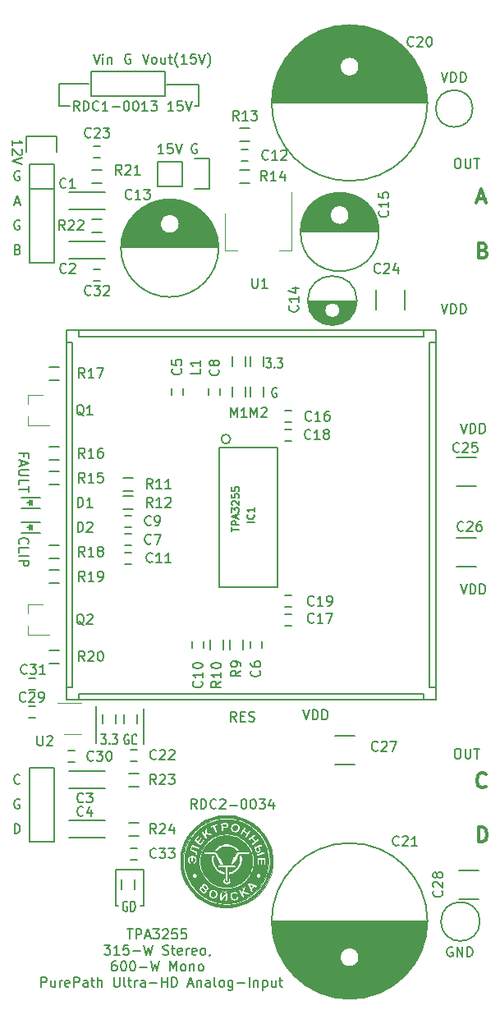
<source format=gbr>
G04 #@! TF.GenerationSoftware,KiCad,Pcbnew,(5.0.0)*
G04 #@! TF.CreationDate,2018-08-29T15:59:37+03:00*
G04 #@! TF.ProjectId,RDC2-0034A,524443322D30303334412E6B69636164,rev?*
G04 #@! TF.SameCoordinates,Original*
G04 #@! TF.FileFunction,Legend,Top*
G04 #@! TF.FilePolarity,Positive*
%FSLAX46Y46*%
G04 Gerber Fmt 4.6, Leading zero omitted, Abs format (unit mm)*
G04 Created by KiCad (PCBNEW (5.0.0)) date 08/29/18 15:59:37*
%MOMM*%
%LPD*%
G01*
G04 APERTURE LIST*
%ADD10C,0.300000*%
%ADD11C,0.200000*%
%ADD12C,0.150000*%
%ADD13C,0.120000*%
%ADD14C,0.127000*%
%ADD15C,0.010000*%
%ADD16C,0.149860*%
G04 APERTURE END LIST*
D10*
X123273285Y-111787714D02*
X123201857Y-111859142D01*
X122987571Y-111930571D01*
X122844714Y-111930571D01*
X122630428Y-111859142D01*
X122487571Y-111716285D01*
X122416142Y-111573428D01*
X122344714Y-111287714D01*
X122344714Y-111073428D01*
X122416142Y-110787714D01*
X122487571Y-110644857D01*
X122630428Y-110502000D01*
X122844714Y-110430571D01*
X122987571Y-110430571D01*
X123201857Y-110502000D01*
X123273285Y-110573428D01*
X122543142Y-117518571D02*
X122543142Y-116018571D01*
X122900285Y-116018571D01*
X123114571Y-116090000D01*
X123257428Y-116232857D01*
X123328857Y-116375714D01*
X123400285Y-116661428D01*
X123400285Y-116875714D01*
X123328857Y-117161428D01*
X123257428Y-117304285D01*
X123114571Y-117447142D01*
X122900285Y-117518571D01*
X122543142Y-117518571D01*
X123017742Y-56534857D02*
X123232028Y-56606285D01*
X123303457Y-56677714D01*
X123374885Y-56820571D01*
X123374885Y-57034857D01*
X123303457Y-57177714D01*
X123232028Y-57249142D01*
X123089171Y-57320571D01*
X122517742Y-57320571D01*
X122517742Y-55820571D01*
X123017742Y-55820571D01*
X123160600Y-55892000D01*
X123232028Y-55963428D01*
X123303457Y-56106285D01*
X123303457Y-56249142D01*
X123232028Y-56392000D01*
X123160600Y-56463428D01*
X123017742Y-56534857D01*
X122517742Y-56534857D01*
X122464557Y-51240500D02*
X123178842Y-51240500D01*
X122321700Y-51669071D02*
X122821700Y-50169071D01*
X123321700Y-51669071D01*
D11*
X93675200Y-41643300D02*
X93256100Y-41643300D01*
X93675200Y-39458900D02*
X93675200Y-41643300D01*
X90398600Y-39458900D02*
X93675200Y-39458900D01*
X79235300Y-41605200D02*
X80391000Y-41605200D01*
X79235300Y-39370000D02*
X79235300Y-41605200D01*
X82359500Y-39370000D02*
X79235300Y-39370000D01*
D12*
X81352119Y-42146480D02*
X81018785Y-41670290D01*
X80780690Y-42146480D02*
X80780690Y-41146480D01*
X81161642Y-41146480D01*
X81256880Y-41194100D01*
X81304500Y-41241719D01*
X81352119Y-41336957D01*
X81352119Y-41479814D01*
X81304500Y-41575052D01*
X81256880Y-41622671D01*
X81161642Y-41670290D01*
X80780690Y-41670290D01*
X81780690Y-42146480D02*
X81780690Y-41146480D01*
X82018785Y-41146480D01*
X82161642Y-41194100D01*
X82256880Y-41289338D01*
X82304500Y-41384576D01*
X82352119Y-41575052D01*
X82352119Y-41717909D01*
X82304500Y-41908385D01*
X82256880Y-42003623D01*
X82161642Y-42098861D01*
X82018785Y-42146480D01*
X81780690Y-42146480D01*
X83352119Y-42051242D02*
X83304500Y-42098861D01*
X83161642Y-42146480D01*
X83066404Y-42146480D01*
X82923547Y-42098861D01*
X82828309Y-42003623D01*
X82780690Y-41908385D01*
X82733071Y-41717909D01*
X82733071Y-41575052D01*
X82780690Y-41384576D01*
X82828309Y-41289338D01*
X82923547Y-41194100D01*
X83066404Y-41146480D01*
X83161642Y-41146480D01*
X83304500Y-41194100D01*
X83352119Y-41241719D01*
X84304500Y-42146480D02*
X83733071Y-42146480D01*
X84018785Y-42146480D02*
X84018785Y-41146480D01*
X83923547Y-41289338D01*
X83828309Y-41384576D01*
X83733071Y-41432195D01*
X84733071Y-41765528D02*
X85494976Y-41765528D01*
X86161642Y-41146480D02*
X86256880Y-41146480D01*
X86352119Y-41194100D01*
X86399738Y-41241719D01*
X86447357Y-41336957D01*
X86494976Y-41527433D01*
X86494976Y-41765528D01*
X86447357Y-41956004D01*
X86399738Y-42051242D01*
X86352119Y-42098861D01*
X86256880Y-42146480D01*
X86161642Y-42146480D01*
X86066404Y-42098861D01*
X86018785Y-42051242D01*
X85971166Y-41956004D01*
X85923547Y-41765528D01*
X85923547Y-41527433D01*
X85971166Y-41336957D01*
X86018785Y-41241719D01*
X86066404Y-41194100D01*
X86161642Y-41146480D01*
X87114023Y-41146480D02*
X87209261Y-41146480D01*
X87304500Y-41194100D01*
X87352119Y-41241719D01*
X87399738Y-41336957D01*
X87447357Y-41527433D01*
X87447357Y-41765528D01*
X87399738Y-41956004D01*
X87352119Y-42051242D01*
X87304500Y-42098861D01*
X87209261Y-42146480D01*
X87114023Y-42146480D01*
X87018785Y-42098861D01*
X86971166Y-42051242D01*
X86923547Y-41956004D01*
X86875928Y-41765528D01*
X86875928Y-41527433D01*
X86923547Y-41336957D01*
X86971166Y-41241719D01*
X87018785Y-41194100D01*
X87114023Y-41146480D01*
X88399738Y-42146480D02*
X87828309Y-42146480D01*
X88114023Y-42146480D02*
X88114023Y-41146480D01*
X88018785Y-41289338D01*
X87923547Y-41384576D01*
X87828309Y-41432195D01*
X88733071Y-41146480D02*
X89352119Y-41146480D01*
X89018785Y-41527433D01*
X89161642Y-41527433D01*
X89256880Y-41575052D01*
X89304500Y-41622671D01*
X89352119Y-41717909D01*
X89352119Y-41956004D01*
X89304500Y-42051242D01*
X89256880Y-42098861D01*
X89161642Y-42146480D01*
X88875928Y-42146480D01*
X88780690Y-42098861D01*
X88733071Y-42051242D01*
X91066404Y-42146480D02*
X90494976Y-42146480D01*
X90780690Y-42146480D02*
X90780690Y-41146480D01*
X90685452Y-41289338D01*
X90590214Y-41384576D01*
X90494976Y-41432195D01*
X91971166Y-41146480D02*
X91494976Y-41146480D01*
X91447357Y-41622671D01*
X91494976Y-41575052D01*
X91590214Y-41527433D01*
X91828309Y-41527433D01*
X91923547Y-41575052D01*
X91971166Y-41622671D01*
X92018785Y-41717909D01*
X92018785Y-41956004D01*
X91971166Y-42051242D01*
X91923547Y-42098861D01*
X91828309Y-42146480D01*
X91590214Y-42146480D01*
X91494976Y-42098861D01*
X91447357Y-42051242D01*
X92304500Y-41146480D02*
X92637833Y-42146480D01*
X92971166Y-41146480D01*
X74477619Y-45735952D02*
X74477619Y-45164523D01*
X74477619Y-45450238D02*
X75477619Y-45450238D01*
X75334761Y-45355000D01*
X75239523Y-45259761D01*
X75191904Y-45164523D01*
X75382380Y-46116904D02*
X75430000Y-46164523D01*
X75477619Y-46259761D01*
X75477619Y-46497857D01*
X75430000Y-46593095D01*
X75382380Y-46640714D01*
X75287142Y-46688333D01*
X75191904Y-46688333D01*
X75049047Y-46640714D01*
X74477619Y-46069285D01*
X74477619Y-46688333D01*
X75477619Y-46974047D02*
X74477619Y-47307380D01*
X75477619Y-47640714D01*
X75191904Y-48395000D02*
X75096666Y-48347380D01*
X74953809Y-48347380D01*
X74810952Y-48395000D01*
X74715714Y-48490238D01*
X74668095Y-48585476D01*
X74620476Y-48775952D01*
X74620476Y-48918809D01*
X74668095Y-49109285D01*
X74715714Y-49204523D01*
X74810952Y-49299761D01*
X74953809Y-49347380D01*
X75049047Y-49347380D01*
X75191904Y-49299761D01*
X75239523Y-49252142D01*
X75239523Y-48918809D01*
X75049047Y-48918809D01*
X93479904Y-45601000D02*
X93384666Y-45553380D01*
X93241809Y-45553380D01*
X93098952Y-45601000D01*
X93003714Y-45696238D01*
X92956095Y-45791476D01*
X92908476Y-45981952D01*
X92908476Y-46124809D01*
X92956095Y-46315285D01*
X93003714Y-46410523D01*
X93098952Y-46505761D01*
X93241809Y-46553380D01*
X93337047Y-46553380D01*
X93479904Y-46505761D01*
X93527523Y-46458142D01*
X93527523Y-46124809D01*
X93337047Y-46124809D01*
X90058952Y-46553380D02*
X89487523Y-46553380D01*
X89773238Y-46553380D02*
X89773238Y-45553380D01*
X89678000Y-45696238D01*
X89582761Y-45791476D01*
X89487523Y-45839095D01*
X90963714Y-45553380D02*
X90487523Y-45553380D01*
X90439904Y-46029571D01*
X90487523Y-45981952D01*
X90582761Y-45934333D01*
X90820857Y-45934333D01*
X90916095Y-45981952D01*
X90963714Y-46029571D01*
X91011333Y-46124809D01*
X91011333Y-46362904D01*
X90963714Y-46458142D01*
X90916095Y-46505761D01*
X90820857Y-46553380D01*
X90582761Y-46553380D01*
X90487523Y-46505761D01*
X90439904Y-46458142D01*
X91297047Y-45553380D02*
X91630380Y-46553380D01*
X91963714Y-45553380D01*
X101682523Y-70747000D02*
X101606333Y-70699380D01*
X101492047Y-70699380D01*
X101377761Y-70747000D01*
X101301571Y-70842238D01*
X101263476Y-70937476D01*
X101225380Y-71127952D01*
X101225380Y-71270809D01*
X101263476Y-71461285D01*
X101301571Y-71556523D01*
X101377761Y-71651761D01*
X101492047Y-71699380D01*
X101568238Y-71699380D01*
X101682523Y-71651761D01*
X101720619Y-71604142D01*
X101720619Y-71270809D01*
X101568238Y-71270809D01*
X100634904Y-67651380D02*
X101130142Y-67651380D01*
X100863476Y-68032333D01*
X100977761Y-68032333D01*
X101053952Y-68079952D01*
X101092047Y-68127571D01*
X101130142Y-68222809D01*
X101130142Y-68460904D01*
X101092047Y-68556142D01*
X101053952Y-68603761D01*
X100977761Y-68651380D01*
X100749190Y-68651380D01*
X100673000Y-68603761D01*
X100634904Y-68556142D01*
X101473000Y-68556142D02*
X101511095Y-68603761D01*
X101473000Y-68651380D01*
X101434904Y-68603761D01*
X101473000Y-68556142D01*
X101473000Y-68651380D01*
X101777761Y-67651380D02*
X102273000Y-67651380D01*
X102006333Y-68032333D01*
X102120619Y-68032333D01*
X102196809Y-68079952D01*
X102234904Y-68127571D01*
X102273000Y-68222809D01*
X102273000Y-68460904D01*
X102234904Y-68556142D01*
X102196809Y-68603761D01*
X102120619Y-68651380D01*
X101892047Y-68651380D01*
X101815857Y-68603761D01*
X101777761Y-68556142D01*
X99012476Y-73731380D02*
X99012476Y-72731380D01*
X99345809Y-73445666D01*
X99679142Y-72731380D01*
X99679142Y-73731380D01*
X100107714Y-72826619D02*
X100155333Y-72779000D01*
X100250571Y-72731380D01*
X100488666Y-72731380D01*
X100583904Y-72779000D01*
X100631523Y-72826619D01*
X100679142Y-72921857D01*
X100679142Y-73017095D01*
X100631523Y-73159952D01*
X100060095Y-73731380D01*
X100679142Y-73731380D01*
X96980476Y-73731380D02*
X96980476Y-72731380D01*
X97313809Y-73445666D01*
X97647142Y-72731380D01*
X97647142Y-73731380D01*
X98647142Y-73731380D02*
X98075714Y-73731380D01*
X98361428Y-73731380D02*
X98361428Y-72731380D01*
X98266190Y-72874238D01*
X98170952Y-72969476D01*
X98075714Y-73017095D01*
D11*
X88011000Y-107442000D02*
X88011000Y-103759000D01*
X83058000Y-103568500D02*
X83058000Y-107378500D01*
X85090000Y-124079000D02*
X85344000Y-124079000D01*
X85090000Y-120396000D02*
X85090000Y-124079000D01*
X88011000Y-124079000D02*
X87630000Y-124079000D01*
X88011000Y-120396000D02*
X88011000Y-124079000D01*
X85090000Y-120396000D02*
X88011000Y-120396000D01*
D12*
X83616904Y-106449880D02*
X84112142Y-106449880D01*
X83845476Y-106830833D01*
X83959761Y-106830833D01*
X84035952Y-106878452D01*
X84074047Y-106926071D01*
X84112142Y-107021309D01*
X84112142Y-107259404D01*
X84074047Y-107354642D01*
X84035952Y-107402261D01*
X83959761Y-107449880D01*
X83731190Y-107449880D01*
X83655000Y-107402261D01*
X83616904Y-107354642D01*
X84455000Y-107354642D02*
X84493095Y-107402261D01*
X84455000Y-107449880D01*
X84416904Y-107402261D01*
X84455000Y-107354642D01*
X84455000Y-107449880D01*
X84759761Y-106449880D02*
X85255000Y-106449880D01*
X84988333Y-106830833D01*
X85102619Y-106830833D01*
X85178809Y-106878452D01*
X85216904Y-106926071D01*
X85255000Y-107021309D01*
X85255000Y-107259404D01*
X85216904Y-107354642D01*
X85178809Y-107402261D01*
X85102619Y-107449880D01*
X84874047Y-107449880D01*
X84797857Y-107402261D01*
X84759761Y-107354642D01*
X97551952Y-105100380D02*
X97218619Y-104624190D01*
X96980523Y-105100380D02*
X96980523Y-104100380D01*
X97361476Y-104100380D01*
X97456714Y-104148000D01*
X97504333Y-104195619D01*
X97551952Y-104290857D01*
X97551952Y-104433714D01*
X97504333Y-104528952D01*
X97456714Y-104576571D01*
X97361476Y-104624190D01*
X96980523Y-104624190D01*
X97980523Y-104576571D02*
X98313857Y-104576571D01*
X98456714Y-105100380D02*
X97980523Y-105100380D01*
X97980523Y-104100380D01*
X98456714Y-104100380D01*
X98837666Y-105052761D02*
X98980523Y-105100380D01*
X99218619Y-105100380D01*
X99313857Y-105052761D01*
X99361476Y-105005142D01*
X99409095Y-104909904D01*
X99409095Y-104814666D01*
X99361476Y-104719428D01*
X99313857Y-104671809D01*
X99218619Y-104624190D01*
X99028142Y-104576571D01*
X98932904Y-104528952D01*
X98885285Y-104481333D01*
X98837666Y-104386095D01*
X98837666Y-104290857D01*
X98885285Y-104195619D01*
X98932904Y-104148000D01*
X99028142Y-104100380D01*
X99266238Y-104100380D01*
X99409095Y-104148000D01*
X120285000Y-107910380D02*
X120475476Y-107910380D01*
X120570714Y-107958000D01*
X120665952Y-108053238D01*
X120713571Y-108243714D01*
X120713571Y-108577047D01*
X120665952Y-108767523D01*
X120570714Y-108862761D01*
X120475476Y-108910380D01*
X120285000Y-108910380D01*
X120189761Y-108862761D01*
X120094523Y-108767523D01*
X120046904Y-108577047D01*
X120046904Y-108243714D01*
X120094523Y-108053238D01*
X120189761Y-107958000D01*
X120285000Y-107910380D01*
X121142142Y-107910380D02*
X121142142Y-108719904D01*
X121189761Y-108815142D01*
X121237380Y-108862761D01*
X121332619Y-108910380D01*
X121523095Y-108910380D01*
X121618333Y-108862761D01*
X121665952Y-108815142D01*
X121713571Y-108719904D01*
X121713571Y-107910380D01*
X122046904Y-107910380D02*
X122618333Y-107910380D01*
X122332619Y-108910380D02*
X122332619Y-107910380D01*
X120285000Y-47077380D02*
X120475476Y-47077380D01*
X120570714Y-47125000D01*
X120665952Y-47220238D01*
X120713571Y-47410714D01*
X120713571Y-47744047D01*
X120665952Y-47934523D01*
X120570714Y-48029761D01*
X120475476Y-48077380D01*
X120285000Y-48077380D01*
X120189761Y-48029761D01*
X120094523Y-47934523D01*
X120046904Y-47744047D01*
X120046904Y-47410714D01*
X120094523Y-47220238D01*
X120189761Y-47125000D01*
X120285000Y-47077380D01*
X121142142Y-47077380D02*
X121142142Y-47886904D01*
X121189761Y-47982142D01*
X121237380Y-48029761D01*
X121332619Y-48077380D01*
X121523095Y-48077380D01*
X121618333Y-48029761D01*
X121665952Y-47982142D01*
X121713571Y-47886904D01*
X121713571Y-47077380D01*
X122046904Y-47077380D02*
X122618333Y-47077380D01*
X122332619Y-48077380D02*
X122332619Y-47077380D01*
X93464523Y-114117380D02*
X93131190Y-113641190D01*
X92893095Y-114117380D02*
X92893095Y-113117380D01*
X93274047Y-113117380D01*
X93369285Y-113165000D01*
X93416904Y-113212619D01*
X93464523Y-113307857D01*
X93464523Y-113450714D01*
X93416904Y-113545952D01*
X93369285Y-113593571D01*
X93274047Y-113641190D01*
X92893095Y-113641190D01*
X93893095Y-114117380D02*
X93893095Y-113117380D01*
X94131190Y-113117380D01*
X94274047Y-113165000D01*
X94369285Y-113260238D01*
X94416904Y-113355476D01*
X94464523Y-113545952D01*
X94464523Y-113688809D01*
X94416904Y-113879285D01*
X94369285Y-113974523D01*
X94274047Y-114069761D01*
X94131190Y-114117380D01*
X93893095Y-114117380D01*
X95464523Y-114022142D02*
X95416904Y-114069761D01*
X95274047Y-114117380D01*
X95178809Y-114117380D01*
X95035952Y-114069761D01*
X94940714Y-113974523D01*
X94893095Y-113879285D01*
X94845476Y-113688809D01*
X94845476Y-113545952D01*
X94893095Y-113355476D01*
X94940714Y-113260238D01*
X95035952Y-113165000D01*
X95178809Y-113117380D01*
X95274047Y-113117380D01*
X95416904Y-113165000D01*
X95464523Y-113212619D01*
X95845476Y-113212619D02*
X95893095Y-113165000D01*
X95988333Y-113117380D01*
X96226428Y-113117380D01*
X96321666Y-113165000D01*
X96369285Y-113212619D01*
X96416904Y-113307857D01*
X96416904Y-113403095D01*
X96369285Y-113545952D01*
X95797857Y-114117380D01*
X96416904Y-114117380D01*
X96845476Y-113736428D02*
X97607380Y-113736428D01*
X98274047Y-113117380D02*
X98369285Y-113117380D01*
X98464523Y-113165000D01*
X98512142Y-113212619D01*
X98559761Y-113307857D01*
X98607380Y-113498333D01*
X98607380Y-113736428D01*
X98559761Y-113926904D01*
X98512142Y-114022142D01*
X98464523Y-114069761D01*
X98369285Y-114117380D01*
X98274047Y-114117380D01*
X98178809Y-114069761D01*
X98131190Y-114022142D01*
X98083571Y-113926904D01*
X98035952Y-113736428D01*
X98035952Y-113498333D01*
X98083571Y-113307857D01*
X98131190Y-113212619D01*
X98178809Y-113165000D01*
X98274047Y-113117380D01*
X99226428Y-113117380D02*
X99321666Y-113117380D01*
X99416904Y-113165000D01*
X99464523Y-113212619D01*
X99512142Y-113307857D01*
X99559761Y-113498333D01*
X99559761Y-113736428D01*
X99512142Y-113926904D01*
X99464523Y-114022142D01*
X99416904Y-114069761D01*
X99321666Y-114117380D01*
X99226428Y-114117380D01*
X99131190Y-114069761D01*
X99083571Y-114022142D01*
X99035952Y-113926904D01*
X98988333Y-113736428D01*
X98988333Y-113498333D01*
X99035952Y-113307857D01*
X99083571Y-113212619D01*
X99131190Y-113165000D01*
X99226428Y-113117380D01*
X99893095Y-113117380D02*
X100512142Y-113117380D01*
X100178809Y-113498333D01*
X100321666Y-113498333D01*
X100416904Y-113545952D01*
X100464523Y-113593571D01*
X100512142Y-113688809D01*
X100512142Y-113926904D01*
X100464523Y-114022142D01*
X100416904Y-114069761D01*
X100321666Y-114117380D01*
X100035952Y-114117380D01*
X99940714Y-114069761D01*
X99893095Y-114022142D01*
X101369285Y-113450714D02*
X101369285Y-114117380D01*
X101131190Y-113069761D02*
X100893095Y-113784047D01*
X101512142Y-113784047D01*
D11*
X122658046Y-125730000D02*
G75*
G03X122658046Y-125730000I-2008046J0D01*
G01*
X121920000Y-41910000D02*
G75*
G03X121920000Y-41910000I-1905000J0D01*
G01*
D12*
X118681666Y-38187380D02*
X119015000Y-39187380D01*
X119348333Y-38187380D01*
X119681666Y-39187380D02*
X119681666Y-38187380D01*
X119919761Y-38187380D01*
X120062619Y-38235000D01*
X120157857Y-38330238D01*
X120205476Y-38425476D01*
X120253095Y-38615952D01*
X120253095Y-38758809D01*
X120205476Y-38949285D01*
X120157857Y-39044523D01*
X120062619Y-39139761D01*
X119919761Y-39187380D01*
X119681666Y-39187380D01*
X120681666Y-39187380D02*
X120681666Y-38187380D01*
X120919761Y-38187380D01*
X121062619Y-38235000D01*
X121157857Y-38330238D01*
X121205476Y-38425476D01*
X121253095Y-38615952D01*
X121253095Y-38758809D01*
X121205476Y-38949285D01*
X121157857Y-39044523D01*
X121062619Y-39139761D01*
X120919761Y-39187380D01*
X120681666Y-39187380D01*
X82796190Y-36282380D02*
X83129523Y-37282380D01*
X83462857Y-36282380D01*
X83796190Y-37282380D02*
X83796190Y-36615714D01*
X83796190Y-36282380D02*
X83748571Y-36330000D01*
X83796190Y-36377619D01*
X83843809Y-36330000D01*
X83796190Y-36282380D01*
X83796190Y-36377619D01*
X84272380Y-36615714D02*
X84272380Y-37282380D01*
X84272380Y-36710952D02*
X84320000Y-36663333D01*
X84415238Y-36615714D01*
X84558095Y-36615714D01*
X84653333Y-36663333D01*
X84700952Y-36758571D01*
X84700952Y-37282380D01*
X87868571Y-36282380D02*
X88201904Y-37282380D01*
X88535238Y-36282380D01*
X89011428Y-37282380D02*
X88916190Y-37234761D01*
X88868571Y-37187142D01*
X88820952Y-37091904D01*
X88820952Y-36806190D01*
X88868571Y-36710952D01*
X88916190Y-36663333D01*
X89011428Y-36615714D01*
X89154285Y-36615714D01*
X89249523Y-36663333D01*
X89297142Y-36710952D01*
X89344761Y-36806190D01*
X89344761Y-37091904D01*
X89297142Y-37187142D01*
X89249523Y-37234761D01*
X89154285Y-37282380D01*
X89011428Y-37282380D01*
X90201904Y-36615714D02*
X90201904Y-37282380D01*
X89773333Y-36615714D02*
X89773333Y-37139523D01*
X89820952Y-37234761D01*
X89916190Y-37282380D01*
X90059047Y-37282380D01*
X90154285Y-37234761D01*
X90201904Y-37187142D01*
X90535238Y-36615714D02*
X90916190Y-36615714D01*
X90678095Y-36282380D02*
X90678095Y-37139523D01*
X90725714Y-37234761D01*
X90820952Y-37282380D01*
X90916190Y-37282380D01*
X91535238Y-37663333D02*
X91487619Y-37615714D01*
X91392380Y-37472857D01*
X91344761Y-37377619D01*
X91297142Y-37234761D01*
X91249523Y-36996666D01*
X91249523Y-36806190D01*
X91297142Y-36568095D01*
X91344761Y-36425238D01*
X91392380Y-36330000D01*
X91487619Y-36187142D01*
X91535238Y-36139523D01*
X92440000Y-37282380D02*
X91868571Y-37282380D01*
X92154285Y-37282380D02*
X92154285Y-36282380D01*
X92059047Y-36425238D01*
X91963809Y-36520476D01*
X91868571Y-36568095D01*
X93344761Y-36282380D02*
X92868571Y-36282380D01*
X92820952Y-36758571D01*
X92868571Y-36710952D01*
X92963809Y-36663333D01*
X93201904Y-36663333D01*
X93297142Y-36710952D01*
X93344761Y-36758571D01*
X93392380Y-36853809D01*
X93392380Y-37091904D01*
X93344761Y-37187142D01*
X93297142Y-37234761D01*
X93201904Y-37282380D01*
X92963809Y-37282380D01*
X92868571Y-37234761D01*
X92820952Y-37187142D01*
X93678095Y-36282380D02*
X94011428Y-37282380D01*
X94344761Y-36282380D01*
X94582857Y-37663333D02*
X94630476Y-37615714D01*
X94725714Y-37472857D01*
X94773333Y-37377619D01*
X94820952Y-37234761D01*
X94868571Y-36996666D01*
X94868571Y-36806190D01*
X94820952Y-36568095D01*
X94773333Y-36425238D01*
X94725714Y-36330000D01*
X94630476Y-36187142D01*
X94582857Y-36139523D01*
X86621904Y-36330000D02*
X86526666Y-36282380D01*
X86383809Y-36282380D01*
X86240952Y-36330000D01*
X86145714Y-36425238D01*
X86098095Y-36520476D01*
X86050476Y-36710952D01*
X86050476Y-36853809D01*
X86098095Y-37044285D01*
X86145714Y-37139523D01*
X86240952Y-37234761D01*
X86383809Y-37282380D01*
X86479047Y-37282380D01*
X86621904Y-37234761D01*
X86669523Y-37187142D01*
X86669523Y-36853809D01*
X86479047Y-36853809D01*
X86289000Y-126517380D02*
X86860428Y-126517380D01*
X86574714Y-127517380D02*
X86574714Y-126517380D01*
X87193761Y-127517380D02*
X87193761Y-126517380D01*
X87574714Y-126517380D01*
X87669952Y-126565000D01*
X87717571Y-126612619D01*
X87765190Y-126707857D01*
X87765190Y-126850714D01*
X87717571Y-126945952D01*
X87669952Y-126993571D01*
X87574714Y-127041190D01*
X87193761Y-127041190D01*
X88146142Y-127231666D02*
X88622333Y-127231666D01*
X88050904Y-127517380D02*
X88384238Y-126517380D01*
X88717571Y-127517380D01*
X88955666Y-126517380D02*
X89574714Y-126517380D01*
X89241380Y-126898333D01*
X89384238Y-126898333D01*
X89479476Y-126945952D01*
X89527095Y-126993571D01*
X89574714Y-127088809D01*
X89574714Y-127326904D01*
X89527095Y-127422142D01*
X89479476Y-127469761D01*
X89384238Y-127517380D01*
X89098523Y-127517380D01*
X89003285Y-127469761D01*
X88955666Y-127422142D01*
X89955666Y-126612619D02*
X90003285Y-126565000D01*
X90098523Y-126517380D01*
X90336619Y-126517380D01*
X90431857Y-126565000D01*
X90479476Y-126612619D01*
X90527095Y-126707857D01*
X90527095Y-126803095D01*
X90479476Y-126945952D01*
X89908047Y-127517380D01*
X90527095Y-127517380D01*
X91431857Y-126517380D02*
X90955666Y-126517380D01*
X90908047Y-126993571D01*
X90955666Y-126945952D01*
X91050904Y-126898333D01*
X91289000Y-126898333D01*
X91384238Y-126945952D01*
X91431857Y-126993571D01*
X91479476Y-127088809D01*
X91479476Y-127326904D01*
X91431857Y-127422142D01*
X91384238Y-127469761D01*
X91289000Y-127517380D01*
X91050904Y-127517380D01*
X90955666Y-127469761D01*
X90908047Y-127422142D01*
X92384238Y-126517380D02*
X91908047Y-126517380D01*
X91860428Y-126993571D01*
X91908047Y-126945952D01*
X92003285Y-126898333D01*
X92241380Y-126898333D01*
X92336619Y-126945952D01*
X92384238Y-126993571D01*
X92431857Y-127088809D01*
X92431857Y-127326904D01*
X92384238Y-127422142D01*
X92336619Y-127469761D01*
X92241380Y-127517380D01*
X92003285Y-127517380D01*
X91908047Y-127469761D01*
X91860428Y-127422142D01*
X83931857Y-128167380D02*
X84550904Y-128167380D01*
X84217571Y-128548333D01*
X84360428Y-128548333D01*
X84455666Y-128595952D01*
X84503285Y-128643571D01*
X84550904Y-128738809D01*
X84550904Y-128976904D01*
X84503285Y-129072142D01*
X84455666Y-129119761D01*
X84360428Y-129167380D01*
X84074714Y-129167380D01*
X83979476Y-129119761D01*
X83931857Y-129072142D01*
X85503285Y-129167380D02*
X84931857Y-129167380D01*
X85217571Y-129167380D02*
X85217571Y-128167380D01*
X85122333Y-128310238D01*
X85027095Y-128405476D01*
X84931857Y-128453095D01*
X86408047Y-128167380D02*
X85931857Y-128167380D01*
X85884238Y-128643571D01*
X85931857Y-128595952D01*
X86027095Y-128548333D01*
X86265190Y-128548333D01*
X86360428Y-128595952D01*
X86408047Y-128643571D01*
X86455666Y-128738809D01*
X86455666Y-128976904D01*
X86408047Y-129072142D01*
X86360428Y-129119761D01*
X86265190Y-129167380D01*
X86027095Y-129167380D01*
X85931857Y-129119761D01*
X85884238Y-129072142D01*
X86884238Y-128786428D02*
X87646142Y-128786428D01*
X88027095Y-128167380D02*
X88265190Y-129167380D01*
X88455666Y-128453095D01*
X88646142Y-129167380D01*
X88884238Y-128167380D01*
X89979476Y-129119761D02*
X90122333Y-129167380D01*
X90360428Y-129167380D01*
X90455666Y-129119761D01*
X90503285Y-129072142D01*
X90550904Y-128976904D01*
X90550904Y-128881666D01*
X90503285Y-128786428D01*
X90455666Y-128738809D01*
X90360428Y-128691190D01*
X90169952Y-128643571D01*
X90074714Y-128595952D01*
X90027095Y-128548333D01*
X89979476Y-128453095D01*
X89979476Y-128357857D01*
X90027095Y-128262619D01*
X90074714Y-128215000D01*
X90169952Y-128167380D01*
X90408047Y-128167380D01*
X90550904Y-128215000D01*
X90836619Y-128500714D02*
X91217571Y-128500714D01*
X90979476Y-128167380D02*
X90979476Y-129024523D01*
X91027095Y-129119761D01*
X91122333Y-129167380D01*
X91217571Y-129167380D01*
X91931857Y-129119761D02*
X91836619Y-129167380D01*
X91646142Y-129167380D01*
X91550904Y-129119761D01*
X91503285Y-129024523D01*
X91503285Y-128643571D01*
X91550904Y-128548333D01*
X91646142Y-128500714D01*
X91836619Y-128500714D01*
X91931857Y-128548333D01*
X91979476Y-128643571D01*
X91979476Y-128738809D01*
X91503285Y-128834047D01*
X92408047Y-129167380D02*
X92408047Y-128500714D01*
X92408047Y-128691190D02*
X92455666Y-128595952D01*
X92503285Y-128548333D01*
X92598523Y-128500714D01*
X92693761Y-128500714D01*
X93408047Y-129119761D02*
X93312809Y-129167380D01*
X93122333Y-129167380D01*
X93027095Y-129119761D01*
X92979476Y-129024523D01*
X92979476Y-128643571D01*
X93027095Y-128548333D01*
X93122333Y-128500714D01*
X93312809Y-128500714D01*
X93408047Y-128548333D01*
X93455666Y-128643571D01*
X93455666Y-128738809D01*
X92979476Y-128834047D01*
X94027095Y-129167380D02*
X93931857Y-129119761D01*
X93884238Y-129072142D01*
X93836619Y-128976904D01*
X93836619Y-128691190D01*
X93884238Y-128595952D01*
X93931857Y-128548333D01*
X94027095Y-128500714D01*
X94169952Y-128500714D01*
X94265190Y-128548333D01*
X94312809Y-128595952D01*
X94360428Y-128691190D01*
X94360428Y-128976904D01*
X94312809Y-129072142D01*
X94265190Y-129119761D01*
X94169952Y-129167380D01*
X94027095Y-129167380D01*
X94836619Y-129119761D02*
X94836619Y-129167380D01*
X94789000Y-129262619D01*
X94741380Y-129310238D01*
X85146142Y-129817380D02*
X84955666Y-129817380D01*
X84860428Y-129865000D01*
X84812809Y-129912619D01*
X84717571Y-130055476D01*
X84669952Y-130245952D01*
X84669952Y-130626904D01*
X84717571Y-130722142D01*
X84765190Y-130769761D01*
X84860428Y-130817380D01*
X85050904Y-130817380D01*
X85146142Y-130769761D01*
X85193761Y-130722142D01*
X85241380Y-130626904D01*
X85241380Y-130388809D01*
X85193761Y-130293571D01*
X85146142Y-130245952D01*
X85050904Y-130198333D01*
X84860428Y-130198333D01*
X84765190Y-130245952D01*
X84717571Y-130293571D01*
X84669952Y-130388809D01*
X85860428Y-129817380D02*
X85955666Y-129817380D01*
X86050904Y-129865000D01*
X86098523Y-129912619D01*
X86146142Y-130007857D01*
X86193761Y-130198333D01*
X86193761Y-130436428D01*
X86146142Y-130626904D01*
X86098523Y-130722142D01*
X86050904Y-130769761D01*
X85955666Y-130817380D01*
X85860428Y-130817380D01*
X85765190Y-130769761D01*
X85717571Y-130722142D01*
X85669952Y-130626904D01*
X85622333Y-130436428D01*
X85622333Y-130198333D01*
X85669952Y-130007857D01*
X85717571Y-129912619D01*
X85765190Y-129865000D01*
X85860428Y-129817380D01*
X86812809Y-129817380D02*
X86908047Y-129817380D01*
X87003285Y-129865000D01*
X87050904Y-129912619D01*
X87098523Y-130007857D01*
X87146142Y-130198333D01*
X87146142Y-130436428D01*
X87098523Y-130626904D01*
X87050904Y-130722142D01*
X87003285Y-130769761D01*
X86908047Y-130817380D01*
X86812809Y-130817380D01*
X86717571Y-130769761D01*
X86669952Y-130722142D01*
X86622333Y-130626904D01*
X86574714Y-130436428D01*
X86574714Y-130198333D01*
X86622333Y-130007857D01*
X86669952Y-129912619D01*
X86717571Y-129865000D01*
X86812809Y-129817380D01*
X87574714Y-130436428D02*
X88336619Y-130436428D01*
X88717571Y-129817380D02*
X88955666Y-130817380D01*
X89146142Y-130103095D01*
X89336619Y-130817380D01*
X89574714Y-129817380D01*
X90717571Y-130817380D02*
X90717571Y-129817380D01*
X91050904Y-130531666D01*
X91384238Y-129817380D01*
X91384238Y-130817380D01*
X92003285Y-130817380D02*
X91908047Y-130769761D01*
X91860428Y-130722142D01*
X91812809Y-130626904D01*
X91812809Y-130341190D01*
X91860428Y-130245952D01*
X91908047Y-130198333D01*
X92003285Y-130150714D01*
X92146142Y-130150714D01*
X92241380Y-130198333D01*
X92289000Y-130245952D01*
X92336619Y-130341190D01*
X92336619Y-130626904D01*
X92289000Y-130722142D01*
X92241380Y-130769761D01*
X92146142Y-130817380D01*
X92003285Y-130817380D01*
X92765190Y-130150714D02*
X92765190Y-130817380D01*
X92765190Y-130245952D02*
X92812809Y-130198333D01*
X92908047Y-130150714D01*
X93050904Y-130150714D01*
X93146142Y-130198333D01*
X93193761Y-130293571D01*
X93193761Y-130817380D01*
X93812809Y-130817380D02*
X93717571Y-130769761D01*
X93669952Y-130722142D01*
X93622333Y-130626904D01*
X93622333Y-130341190D01*
X93669952Y-130245952D01*
X93717571Y-130198333D01*
X93812809Y-130150714D01*
X93955666Y-130150714D01*
X94050904Y-130198333D01*
X94098523Y-130245952D01*
X94146142Y-130341190D01*
X94146142Y-130626904D01*
X94098523Y-130722142D01*
X94050904Y-130769761D01*
X93955666Y-130817380D01*
X93812809Y-130817380D01*
X77408047Y-132467380D02*
X77408047Y-131467380D01*
X77788999Y-131467380D01*
X77884238Y-131515000D01*
X77931857Y-131562619D01*
X77979476Y-131657857D01*
X77979476Y-131800714D01*
X77931857Y-131895952D01*
X77884238Y-131943571D01*
X77788999Y-131991190D01*
X77408047Y-131991190D01*
X78836619Y-131800714D02*
X78836619Y-132467380D01*
X78408047Y-131800714D02*
X78408047Y-132324523D01*
X78455666Y-132419761D01*
X78550904Y-132467380D01*
X78693761Y-132467380D01*
X78788999Y-132419761D01*
X78836619Y-132372142D01*
X79312809Y-132467380D02*
X79312809Y-131800714D01*
X79312809Y-131991190D02*
X79360428Y-131895952D01*
X79408047Y-131848333D01*
X79503285Y-131800714D01*
X79598523Y-131800714D01*
X80312809Y-132419761D02*
X80217571Y-132467380D01*
X80027095Y-132467380D01*
X79931857Y-132419761D01*
X79884238Y-132324523D01*
X79884238Y-131943571D01*
X79931857Y-131848333D01*
X80027095Y-131800714D01*
X80217571Y-131800714D01*
X80312809Y-131848333D01*
X80360428Y-131943571D01*
X80360428Y-132038809D01*
X79884238Y-132134047D01*
X80788999Y-132467380D02*
X80788999Y-131467380D01*
X81169952Y-131467380D01*
X81265190Y-131515000D01*
X81312809Y-131562619D01*
X81360428Y-131657857D01*
X81360428Y-131800714D01*
X81312809Y-131895952D01*
X81265190Y-131943571D01*
X81169952Y-131991190D01*
X80788999Y-131991190D01*
X82217571Y-132467380D02*
X82217571Y-131943571D01*
X82169952Y-131848333D01*
X82074714Y-131800714D01*
X81884238Y-131800714D01*
X81788999Y-131848333D01*
X82217571Y-132419761D02*
X82122333Y-132467380D01*
X81884238Y-132467380D01*
X81788999Y-132419761D01*
X81741380Y-132324523D01*
X81741380Y-132229285D01*
X81788999Y-132134047D01*
X81884238Y-132086428D01*
X82122333Y-132086428D01*
X82217571Y-132038809D01*
X82550904Y-131800714D02*
X82931857Y-131800714D01*
X82693761Y-131467380D02*
X82693761Y-132324523D01*
X82741380Y-132419761D01*
X82836619Y-132467380D01*
X82931857Y-132467380D01*
X83265190Y-132467380D02*
X83265190Y-131467380D01*
X83693761Y-132467380D02*
X83693761Y-131943571D01*
X83646142Y-131848333D01*
X83550904Y-131800714D01*
X83408047Y-131800714D01*
X83312809Y-131848333D01*
X83265190Y-131895952D01*
X84931857Y-131467380D02*
X84931857Y-132276904D01*
X84979476Y-132372142D01*
X85027095Y-132419761D01*
X85122333Y-132467380D01*
X85312809Y-132467380D01*
X85408047Y-132419761D01*
X85455666Y-132372142D01*
X85503285Y-132276904D01*
X85503285Y-131467380D01*
X86122333Y-132467380D02*
X86027095Y-132419761D01*
X85979476Y-132324523D01*
X85979476Y-131467380D01*
X86360428Y-131800714D02*
X86741380Y-131800714D01*
X86503285Y-131467380D02*
X86503285Y-132324523D01*
X86550904Y-132419761D01*
X86646142Y-132467380D01*
X86741380Y-132467380D01*
X87074714Y-132467380D02*
X87074714Y-131800714D01*
X87074714Y-131991190D02*
X87122333Y-131895952D01*
X87169952Y-131848333D01*
X87265190Y-131800714D01*
X87360428Y-131800714D01*
X88122333Y-132467380D02*
X88122333Y-131943571D01*
X88074714Y-131848333D01*
X87979476Y-131800714D01*
X87789000Y-131800714D01*
X87693761Y-131848333D01*
X88122333Y-132419761D02*
X88027095Y-132467380D01*
X87789000Y-132467380D01*
X87693761Y-132419761D01*
X87646142Y-132324523D01*
X87646142Y-132229285D01*
X87693761Y-132134047D01*
X87789000Y-132086428D01*
X88027095Y-132086428D01*
X88122333Y-132038809D01*
X88598523Y-132086428D02*
X89360428Y-132086428D01*
X89836619Y-132467380D02*
X89836619Y-131467380D01*
X89836619Y-131943571D02*
X90408047Y-131943571D01*
X90408047Y-132467380D02*
X90408047Y-131467380D01*
X90884238Y-132467380D02*
X90884238Y-131467380D01*
X91122333Y-131467380D01*
X91265190Y-131515000D01*
X91360428Y-131610238D01*
X91408047Y-131705476D01*
X91455666Y-131895952D01*
X91455666Y-132038809D01*
X91408047Y-132229285D01*
X91360428Y-132324523D01*
X91265190Y-132419761D01*
X91122333Y-132467380D01*
X90884238Y-132467380D01*
X92598523Y-132181666D02*
X93074714Y-132181666D01*
X92503285Y-132467380D02*
X92836619Y-131467380D01*
X93169952Y-132467380D01*
X93503285Y-131800714D02*
X93503285Y-132467380D01*
X93503285Y-131895952D02*
X93550904Y-131848333D01*
X93646142Y-131800714D01*
X93788999Y-131800714D01*
X93884238Y-131848333D01*
X93931857Y-131943571D01*
X93931857Y-132467380D01*
X94836619Y-132467380D02*
X94836619Y-131943571D01*
X94788999Y-131848333D01*
X94693761Y-131800714D01*
X94503285Y-131800714D01*
X94408047Y-131848333D01*
X94836619Y-132419761D02*
X94741380Y-132467380D01*
X94503285Y-132467380D01*
X94408047Y-132419761D01*
X94360428Y-132324523D01*
X94360428Y-132229285D01*
X94408047Y-132134047D01*
X94503285Y-132086428D01*
X94741380Y-132086428D01*
X94836619Y-132038809D01*
X95455666Y-132467380D02*
X95360428Y-132419761D01*
X95312809Y-132324523D01*
X95312809Y-131467380D01*
X95979476Y-132467380D02*
X95884238Y-132419761D01*
X95836619Y-132372142D01*
X95788999Y-132276904D01*
X95788999Y-131991190D01*
X95836619Y-131895952D01*
X95884238Y-131848333D01*
X95979476Y-131800714D01*
X96122333Y-131800714D01*
X96217571Y-131848333D01*
X96265190Y-131895952D01*
X96312809Y-131991190D01*
X96312809Y-132276904D01*
X96265190Y-132372142D01*
X96217571Y-132419761D01*
X96122333Y-132467380D01*
X95979476Y-132467380D01*
X97169952Y-131800714D02*
X97169952Y-132610238D01*
X97122333Y-132705476D01*
X97074714Y-132753095D01*
X96979476Y-132800714D01*
X96836619Y-132800714D01*
X96741380Y-132753095D01*
X97169952Y-132419761D02*
X97074714Y-132467380D01*
X96884238Y-132467380D01*
X96788999Y-132419761D01*
X96741380Y-132372142D01*
X96693761Y-132276904D01*
X96693761Y-131991190D01*
X96741380Y-131895952D01*
X96788999Y-131848333D01*
X96884238Y-131800714D01*
X97074714Y-131800714D01*
X97169952Y-131848333D01*
X97646142Y-132086428D02*
X98408047Y-132086428D01*
X98884238Y-132467380D02*
X98884238Y-131467380D01*
X99360428Y-131800714D02*
X99360428Y-132467380D01*
X99360428Y-131895952D02*
X99408047Y-131848333D01*
X99503285Y-131800714D01*
X99646142Y-131800714D01*
X99741380Y-131848333D01*
X99788999Y-131943571D01*
X99788999Y-132467380D01*
X100265190Y-131800714D02*
X100265190Y-132800714D01*
X100265190Y-131848333D02*
X100360428Y-131800714D01*
X100550904Y-131800714D01*
X100646142Y-131848333D01*
X100693761Y-131895952D01*
X100741380Y-131991190D01*
X100741380Y-132276904D01*
X100693761Y-132372142D01*
X100646142Y-132419761D01*
X100550904Y-132467380D01*
X100360428Y-132467380D01*
X100265190Y-132419761D01*
X101598523Y-131800714D02*
X101598523Y-132467380D01*
X101169952Y-131800714D02*
X101169952Y-132324523D01*
X101217571Y-132419761D01*
X101312809Y-132467380D01*
X101455666Y-132467380D01*
X101550904Y-132419761D01*
X101598523Y-132372142D01*
X101931857Y-131800714D02*
X102312809Y-131800714D01*
X102074714Y-131467380D02*
X102074714Y-132324523D01*
X102122333Y-132419761D01*
X102217571Y-132467380D01*
X102312809Y-132467380D01*
X86423523Y-106497500D02*
X86347333Y-106449880D01*
X86233047Y-106449880D01*
X86118761Y-106497500D01*
X86042571Y-106592738D01*
X86004476Y-106687976D01*
X85966380Y-106878452D01*
X85966380Y-107021309D01*
X86004476Y-107211785D01*
X86042571Y-107307023D01*
X86118761Y-107402261D01*
X86233047Y-107449880D01*
X86309238Y-107449880D01*
X86423523Y-107402261D01*
X86461619Y-107354642D01*
X86461619Y-107021309D01*
X86309238Y-107021309D01*
X87261619Y-107354642D02*
X87223523Y-107402261D01*
X87109238Y-107449880D01*
X87033047Y-107449880D01*
X86918761Y-107402261D01*
X86842571Y-107307023D01*
X86804476Y-107211785D01*
X86766380Y-107021309D01*
X86766380Y-106878452D01*
X86804476Y-106687976D01*
X86842571Y-106592738D01*
X86918761Y-106497500D01*
X87033047Y-106449880D01*
X87109238Y-106449880D01*
X87223523Y-106497500D01*
X87261619Y-106545119D01*
X86296523Y-123706000D02*
X86220333Y-123658380D01*
X86106047Y-123658380D01*
X85991761Y-123706000D01*
X85915571Y-123801238D01*
X85877476Y-123896476D01*
X85839380Y-124086952D01*
X85839380Y-124229809D01*
X85877476Y-124420285D01*
X85915571Y-124515523D01*
X85991761Y-124610761D01*
X86106047Y-124658380D01*
X86182238Y-124658380D01*
X86296523Y-124610761D01*
X86334619Y-124563142D01*
X86334619Y-124229809D01*
X86182238Y-124229809D01*
X86677476Y-124658380D02*
X86677476Y-123658380D01*
X86867952Y-123658380D01*
X86982238Y-123706000D01*
X87058428Y-123801238D01*
X87096523Y-123896476D01*
X87134619Y-124086952D01*
X87134619Y-124229809D01*
X87096523Y-124420285D01*
X87058428Y-124515523D01*
X86982238Y-124610761D01*
X86867952Y-124658380D01*
X86677476Y-124658380D01*
X75207857Y-86796666D02*
X75160238Y-86749047D01*
X75112619Y-86606190D01*
X75112619Y-86510952D01*
X75160238Y-86368095D01*
X75255476Y-86272857D01*
X75350714Y-86225238D01*
X75541190Y-86177619D01*
X75684047Y-86177619D01*
X75874523Y-86225238D01*
X75969761Y-86272857D01*
X76065000Y-86368095D01*
X76112619Y-86510952D01*
X76112619Y-86606190D01*
X76065000Y-86749047D01*
X76017380Y-86796666D01*
X75112619Y-87701428D02*
X75112619Y-87225238D01*
X76112619Y-87225238D01*
X75112619Y-88034761D02*
X76112619Y-88034761D01*
X75112619Y-88510952D02*
X76112619Y-88510952D01*
X76112619Y-88891904D01*
X76065000Y-88987142D01*
X76017380Y-89034761D01*
X75922142Y-89082380D01*
X75779285Y-89082380D01*
X75684047Y-89034761D01*
X75636428Y-88987142D01*
X75588809Y-88891904D01*
X75588809Y-88510952D01*
X75636428Y-77779761D02*
X75636428Y-77446428D01*
X75112619Y-77446428D02*
X76112619Y-77446428D01*
X76112619Y-77922619D01*
X75398333Y-78255952D02*
X75398333Y-78732142D01*
X75112619Y-78160714D02*
X76112619Y-78494047D01*
X75112619Y-78827380D01*
X76112619Y-79160714D02*
X75303095Y-79160714D01*
X75207857Y-79208333D01*
X75160238Y-79255952D01*
X75112619Y-79351190D01*
X75112619Y-79541666D01*
X75160238Y-79636904D01*
X75207857Y-79684523D01*
X75303095Y-79732142D01*
X76112619Y-79732142D01*
X75112619Y-80684523D02*
X75112619Y-80208333D01*
X76112619Y-80208333D01*
X76112619Y-80875000D02*
X76112619Y-81446428D01*
X75112619Y-81160714D02*
X76112619Y-81160714D01*
X74668095Y-116657380D02*
X74668095Y-115657380D01*
X74906190Y-115657380D01*
X75049047Y-115705000D01*
X75144285Y-115800238D01*
X75191904Y-115895476D01*
X75239523Y-116085952D01*
X75239523Y-116228809D01*
X75191904Y-116419285D01*
X75144285Y-116514523D01*
X75049047Y-116609761D01*
X74906190Y-116657380D01*
X74668095Y-116657380D01*
X75191904Y-113165000D02*
X75096666Y-113117380D01*
X74953809Y-113117380D01*
X74810952Y-113165000D01*
X74715714Y-113260238D01*
X74668095Y-113355476D01*
X74620476Y-113545952D01*
X74620476Y-113688809D01*
X74668095Y-113879285D01*
X74715714Y-113974523D01*
X74810952Y-114069761D01*
X74953809Y-114117380D01*
X75049047Y-114117380D01*
X75191904Y-114069761D01*
X75239523Y-114022142D01*
X75239523Y-113688809D01*
X75049047Y-113688809D01*
X75239523Y-111482142D02*
X75191904Y-111529761D01*
X75049047Y-111577380D01*
X74953809Y-111577380D01*
X74810952Y-111529761D01*
X74715714Y-111434523D01*
X74668095Y-111339285D01*
X74620476Y-111148809D01*
X74620476Y-111005952D01*
X74668095Y-110815476D01*
X74715714Y-110720238D01*
X74810952Y-110625000D01*
X74953809Y-110577380D01*
X75049047Y-110577380D01*
X75191904Y-110625000D01*
X75239523Y-110672619D01*
X75001428Y-56443571D02*
X75144285Y-56491190D01*
X75191904Y-56538809D01*
X75239523Y-56634047D01*
X75239523Y-56776904D01*
X75191904Y-56872142D01*
X75144285Y-56919761D01*
X75049047Y-56967380D01*
X74668095Y-56967380D01*
X74668095Y-55967380D01*
X75001428Y-55967380D01*
X75096666Y-56015000D01*
X75144285Y-56062619D01*
X75191904Y-56157857D01*
X75191904Y-56253095D01*
X75144285Y-56348333D01*
X75096666Y-56395952D01*
X75001428Y-56443571D01*
X74668095Y-56443571D01*
X75191904Y-53475000D02*
X75096666Y-53427380D01*
X74953809Y-53427380D01*
X74810952Y-53475000D01*
X74715714Y-53570238D01*
X74668095Y-53665476D01*
X74620476Y-53855952D01*
X74620476Y-53998809D01*
X74668095Y-54189285D01*
X74715714Y-54284523D01*
X74810952Y-54379761D01*
X74953809Y-54427380D01*
X75049047Y-54427380D01*
X75191904Y-54379761D01*
X75239523Y-54332142D01*
X75239523Y-53998809D01*
X75049047Y-53998809D01*
X74691904Y-51601666D02*
X75168095Y-51601666D01*
X74596666Y-51887380D02*
X74930000Y-50887380D01*
X75263333Y-51887380D01*
X119824595Y-128405000D02*
X119729357Y-128357380D01*
X119586500Y-128357380D01*
X119443642Y-128405000D01*
X119348404Y-128500238D01*
X119300785Y-128595476D01*
X119253166Y-128785952D01*
X119253166Y-128928809D01*
X119300785Y-129119285D01*
X119348404Y-129214523D01*
X119443642Y-129309761D01*
X119586500Y-129357380D01*
X119681738Y-129357380D01*
X119824595Y-129309761D01*
X119872214Y-129262142D01*
X119872214Y-128928809D01*
X119681738Y-128928809D01*
X120300785Y-129357380D02*
X120300785Y-128357380D01*
X120872214Y-129357380D01*
X120872214Y-128357380D01*
X121348404Y-129357380D02*
X121348404Y-128357380D01*
X121586500Y-128357380D01*
X121729357Y-128405000D01*
X121824595Y-128500238D01*
X121872214Y-128595476D01*
X121919833Y-128785952D01*
X121919833Y-128928809D01*
X121872214Y-129119285D01*
X121824595Y-129214523D01*
X121729357Y-129309761D01*
X121586500Y-129357380D01*
X121348404Y-129357380D01*
X118681666Y-62063380D02*
X119015000Y-63063380D01*
X119348333Y-62063380D01*
X119681666Y-63063380D02*
X119681666Y-62063380D01*
X119919761Y-62063380D01*
X120062619Y-62111000D01*
X120157857Y-62206238D01*
X120205476Y-62301476D01*
X120253095Y-62491952D01*
X120253095Y-62634809D01*
X120205476Y-62825285D01*
X120157857Y-62920523D01*
X120062619Y-63015761D01*
X119919761Y-63063380D01*
X119681666Y-63063380D01*
X120681666Y-63063380D02*
X120681666Y-62063380D01*
X120919761Y-62063380D01*
X121062619Y-62111000D01*
X121157857Y-62206238D01*
X121205476Y-62301476D01*
X121253095Y-62491952D01*
X121253095Y-62634809D01*
X121205476Y-62825285D01*
X121157857Y-62920523D01*
X121062619Y-63015761D01*
X120919761Y-63063380D01*
X120681666Y-63063380D01*
X104394166Y-103909880D02*
X104727500Y-104909880D01*
X105060833Y-103909880D01*
X105394166Y-104909880D02*
X105394166Y-103909880D01*
X105632261Y-103909880D01*
X105775119Y-103957500D01*
X105870357Y-104052738D01*
X105917976Y-104147976D01*
X105965595Y-104338452D01*
X105965595Y-104481309D01*
X105917976Y-104671785D01*
X105870357Y-104767023D01*
X105775119Y-104862261D01*
X105632261Y-104909880D01*
X105394166Y-104909880D01*
X106394166Y-104909880D02*
X106394166Y-103909880D01*
X106632261Y-103909880D01*
X106775119Y-103957500D01*
X106870357Y-104052738D01*
X106917976Y-104147976D01*
X106965595Y-104338452D01*
X106965595Y-104481309D01*
X106917976Y-104671785D01*
X106870357Y-104767023D01*
X106775119Y-104862261D01*
X106632261Y-104909880D01*
X106394166Y-104909880D01*
X120650166Y-90955880D02*
X120983500Y-91955880D01*
X121316833Y-90955880D01*
X121650166Y-91955880D02*
X121650166Y-90955880D01*
X121888261Y-90955880D01*
X122031119Y-91003500D01*
X122126357Y-91098738D01*
X122173976Y-91193976D01*
X122221595Y-91384452D01*
X122221595Y-91527309D01*
X122173976Y-91717785D01*
X122126357Y-91813023D01*
X122031119Y-91908261D01*
X121888261Y-91955880D01*
X121650166Y-91955880D01*
X122650166Y-91955880D02*
X122650166Y-90955880D01*
X122888261Y-90955880D01*
X123031119Y-91003500D01*
X123126357Y-91098738D01*
X123173976Y-91193976D01*
X123221595Y-91384452D01*
X123221595Y-91527309D01*
X123173976Y-91717785D01*
X123126357Y-91813023D01*
X123031119Y-91908261D01*
X122888261Y-91955880D01*
X122650166Y-91955880D01*
X120650166Y-74382380D02*
X120983500Y-75382380D01*
X121316833Y-74382380D01*
X121650166Y-75382380D02*
X121650166Y-74382380D01*
X121888261Y-74382380D01*
X122031119Y-74430000D01*
X122126357Y-74525238D01*
X122173976Y-74620476D01*
X122221595Y-74810952D01*
X122221595Y-74953809D01*
X122173976Y-75144285D01*
X122126357Y-75239523D01*
X122031119Y-75334761D01*
X121888261Y-75382380D01*
X121650166Y-75382380D01*
X122650166Y-75382380D02*
X122650166Y-74382380D01*
X122888261Y-74382380D01*
X123031119Y-74430000D01*
X123126357Y-74525238D01*
X123173976Y-74620476D01*
X123221595Y-74810952D01*
X123221595Y-74953809D01*
X123173976Y-75144285D01*
X123126357Y-75239523D01*
X123031119Y-75334761D01*
X122888261Y-75382380D01*
X122650166Y-75382380D01*
G04 #@! TO.C,REF\002A\002A*
X118110000Y-101600000D02*
X117475000Y-101600000D01*
X117475000Y-101600000D02*
X117475000Y-66040000D01*
X117475000Y-66040000D02*
X118110000Y-66040000D01*
X81280000Y-102870000D02*
X81280000Y-102235000D01*
X81280000Y-102235000D02*
X116840000Y-102235000D01*
X116840000Y-102235000D02*
X116840000Y-102870000D01*
X80010000Y-66040000D02*
X80645000Y-66040000D01*
X80645000Y-66040000D02*
X80645000Y-101600000D01*
X80645000Y-101600000D02*
X80010000Y-101600000D01*
X81280000Y-64770000D02*
X81280000Y-65405000D01*
X81280000Y-65405000D02*
X116840000Y-65405000D01*
X116840000Y-65405000D02*
X116840000Y-64770000D01*
X80010000Y-102870000D02*
X118110000Y-102870000D01*
X118110000Y-102870000D02*
X118110000Y-64770000D01*
X118110000Y-64770000D02*
X80010000Y-64770000D01*
X80010000Y-64770000D02*
X80010000Y-102870000D01*
G04 #@! TO.C,C1*
X80315000Y-50535000D02*
X84015000Y-50535000D01*
X80315000Y-52335000D02*
X84015000Y-52335000D01*
G04 #@! TO.C,C2*
X80315000Y-55615000D02*
X84015000Y-55615000D01*
X80315000Y-57415000D02*
X84015000Y-57415000D01*
G04 #@! TO.C,C3*
X80315000Y-110225000D02*
X84015000Y-110225000D01*
X80315000Y-112025000D02*
X84015000Y-112025000D01*
G04 #@! TO.C,C4*
X80315000Y-115305000D02*
X84015000Y-115305000D01*
X80315000Y-117105000D02*
X84015000Y-117105000D01*
G04 #@! TO.C,C5*
X90840000Y-71470000D02*
X90840000Y-70770000D01*
X92040000Y-70770000D02*
X92040000Y-71470000D01*
G04 #@! TO.C,C6*
X100168000Y-96805000D02*
X100168000Y-97505000D01*
X98968000Y-97505000D02*
X98968000Y-96805000D01*
G04 #@! TO.C,C7*
X86710000Y-86960000D02*
X86010000Y-86960000D01*
X86010000Y-85760000D02*
X86710000Y-85760000D01*
G04 #@! TO.C,C8*
X94650000Y-71470000D02*
X94650000Y-70770000D01*
X95850000Y-70770000D02*
X95850000Y-71470000D01*
G04 #@! TO.C,C9*
X86710000Y-85055000D02*
X86010000Y-85055000D01*
X86010000Y-83855000D02*
X86710000Y-83855000D01*
G04 #@! TO.C,C10*
X94199000Y-96805000D02*
X94199000Y-97505000D01*
X92999000Y-97505000D02*
X92999000Y-96805000D01*
G04 #@! TO.C,C11*
X86710000Y-88865000D02*
X86010000Y-88865000D01*
X86010000Y-87665000D02*
X86710000Y-87665000D01*
G04 #@! TO.C,C12*
X98775000Y-47336000D02*
X98075000Y-47336000D01*
X98075000Y-46136000D02*
X98775000Y-46136000D01*
G04 #@! TO.C,C13*
X85679000Y-56226000D02*
X95677000Y-56226000D01*
X85683000Y-56086000D02*
X95673000Y-56086000D01*
X85691000Y-55946000D02*
X95665000Y-55946000D01*
X85703000Y-55806000D02*
X95653000Y-55806000D01*
X85718000Y-55666000D02*
X95638000Y-55666000D01*
X85738000Y-55526000D02*
X95618000Y-55526000D01*
X85762000Y-55386000D02*
X95594000Y-55386000D01*
X85791000Y-55246000D02*
X95565000Y-55246000D01*
X85823000Y-55106000D02*
X95533000Y-55106000D01*
X85860000Y-54966000D02*
X95496000Y-54966000D01*
X85901000Y-54826000D02*
X95455000Y-54826000D01*
X85946000Y-54686000D02*
X90212000Y-54686000D01*
X91144000Y-54686000D02*
X95410000Y-54686000D01*
X85996000Y-54546000D02*
X90011000Y-54546000D01*
X91345000Y-54546000D02*
X95360000Y-54546000D01*
X86051000Y-54406000D02*
X89882000Y-54406000D01*
X91474000Y-54406000D02*
X95305000Y-54406000D01*
X86111000Y-54266000D02*
X89793000Y-54266000D01*
X91563000Y-54266000D02*
X95245000Y-54266000D01*
X86176000Y-54126000D02*
X89732000Y-54126000D01*
X91624000Y-54126000D02*
X95180000Y-54126000D01*
X86246000Y-53986000D02*
X89695000Y-53986000D01*
X91661000Y-53986000D02*
X95110000Y-53986000D01*
X86322000Y-53846000D02*
X89679000Y-53846000D01*
X91677000Y-53846000D02*
X95034000Y-53846000D01*
X86404000Y-53706000D02*
X89683000Y-53706000D01*
X91673000Y-53706000D02*
X94952000Y-53706000D01*
X86492000Y-53566000D02*
X89706000Y-53566000D01*
X91650000Y-53566000D02*
X94864000Y-53566000D01*
X86587000Y-53426000D02*
X89751000Y-53426000D01*
X91605000Y-53426000D02*
X94769000Y-53426000D01*
X86689000Y-53286000D02*
X89821000Y-53286000D01*
X91535000Y-53286000D02*
X94667000Y-53286000D01*
X86799000Y-53146000D02*
X89922000Y-53146000D01*
X91434000Y-53146000D02*
X94557000Y-53146000D01*
X86917000Y-53006000D02*
X90071000Y-53006000D01*
X91285000Y-53006000D02*
X94439000Y-53006000D01*
X87045000Y-52866000D02*
X90323000Y-52866000D01*
X91033000Y-52866000D02*
X94311000Y-52866000D01*
X87182000Y-52726000D02*
X94174000Y-52726000D01*
X87332000Y-52586000D02*
X94024000Y-52586000D01*
X87494000Y-52446000D02*
X93862000Y-52446000D01*
X87671000Y-52306000D02*
X93685000Y-52306000D01*
X87867000Y-52166000D02*
X93489000Y-52166000D01*
X88085000Y-52026000D02*
X93271000Y-52026000D01*
X88331000Y-51886000D02*
X93025000Y-51886000D01*
X88616000Y-51746000D02*
X92740000Y-51746000D01*
X88958000Y-51606000D02*
X92398000Y-51606000D01*
X89404000Y-51466000D02*
X91952000Y-51466000D01*
X90179000Y-51326000D02*
X91177000Y-51326000D01*
X91678000Y-53801000D02*
G75*
G03X91678000Y-53801000I-1000000J0D01*
G01*
X95715500Y-56301000D02*
G75*
G03X95715500Y-56301000I-5037500J0D01*
G01*
G04 #@! TO.C,C14*
X109941000Y-61781000D02*
X104943000Y-61781000D01*
X109933000Y-61921000D02*
X107596000Y-61921000D01*
X107288000Y-61921000D02*
X104951000Y-61921000D01*
X109917000Y-62061000D02*
X107915000Y-62061000D01*
X106969000Y-62061000D02*
X104967000Y-62061000D01*
X109893000Y-62201000D02*
X108062000Y-62201000D01*
X106822000Y-62201000D02*
X104991000Y-62201000D01*
X109860000Y-62341000D02*
X108154000Y-62341000D01*
X106730000Y-62341000D02*
X105024000Y-62341000D01*
X109819000Y-62481000D02*
X108210000Y-62481000D01*
X106674000Y-62481000D02*
X105065000Y-62481000D01*
X109769000Y-62621000D02*
X108237000Y-62621000D01*
X106647000Y-62621000D02*
X105115000Y-62621000D01*
X109708000Y-62761000D02*
X108240000Y-62761000D01*
X106644000Y-62761000D02*
X105176000Y-62761000D01*
X109638000Y-62901000D02*
X108218000Y-62901000D01*
X106666000Y-62901000D02*
X105246000Y-62901000D01*
X109556000Y-63041000D02*
X108168000Y-63041000D01*
X106716000Y-63041000D02*
X105328000Y-63041000D01*
X109461000Y-63181000D02*
X108086000Y-63181000D01*
X106798000Y-63181000D02*
X105423000Y-63181000D01*
X109350000Y-63321000D02*
X107954000Y-63321000D01*
X106930000Y-63321000D02*
X105534000Y-63321000D01*
X109222000Y-63461000D02*
X107707000Y-63461000D01*
X107177000Y-63461000D02*
X105662000Y-63461000D01*
X109073000Y-63601000D02*
X105811000Y-63601000D01*
X108894000Y-63741000D02*
X105990000Y-63741000D01*
X108675000Y-63881000D02*
X106209000Y-63881000D01*
X108386000Y-64021000D02*
X106498000Y-64021000D01*
X107914000Y-64161000D02*
X106970000Y-64161000D01*
X108242000Y-62706000D02*
G75*
G03X108242000Y-62706000I-800000J0D01*
G01*
X109979500Y-61706000D02*
G75*
G03X109979500Y-61706000I-2537500J0D01*
G01*
G04 #@! TO.C,C15*
X104205000Y-54563000D02*
X112203000Y-54563000D01*
X104210000Y-54423000D02*
X112198000Y-54423000D01*
X104220000Y-54283000D02*
X112188000Y-54283000D01*
X104235000Y-54143000D02*
X112173000Y-54143000D01*
X104255000Y-54003000D02*
X112153000Y-54003000D01*
X104280000Y-53863000D02*
X107982000Y-53863000D01*
X108426000Y-53863000D02*
X112128000Y-53863000D01*
X104310000Y-53723000D02*
X107654000Y-53723000D01*
X108754000Y-53723000D02*
X112098000Y-53723000D01*
X104346000Y-53583000D02*
X107485000Y-53583000D01*
X108923000Y-53583000D02*
X112062000Y-53583000D01*
X104387000Y-53443000D02*
X107372000Y-53443000D01*
X109036000Y-53443000D02*
X112021000Y-53443000D01*
X104433000Y-53303000D02*
X107294000Y-53303000D01*
X109114000Y-53303000D02*
X111975000Y-53303000D01*
X104486000Y-53163000D02*
X107243000Y-53163000D01*
X109165000Y-53163000D02*
X111922000Y-53163000D01*
X104545000Y-53023000D02*
X107213000Y-53023000D01*
X109195000Y-53023000D02*
X111863000Y-53023000D01*
X104610000Y-52883000D02*
X107204000Y-52883000D01*
X109204000Y-52883000D02*
X111798000Y-52883000D01*
X104681000Y-52743000D02*
X107215000Y-52743000D01*
X109193000Y-52743000D02*
X111727000Y-52743000D01*
X104760000Y-52603000D02*
X107245000Y-52603000D01*
X109163000Y-52603000D02*
X111648000Y-52603000D01*
X104847000Y-52463000D02*
X107299000Y-52463000D01*
X109109000Y-52463000D02*
X111561000Y-52463000D01*
X104942000Y-52323000D02*
X107379000Y-52323000D01*
X109029000Y-52323000D02*
X111466000Y-52323000D01*
X105046000Y-52183000D02*
X107495000Y-52183000D01*
X108913000Y-52183000D02*
X111362000Y-52183000D01*
X105160000Y-52043000D02*
X107669000Y-52043000D01*
X108739000Y-52043000D02*
X111248000Y-52043000D01*
X105285000Y-51903000D02*
X108031000Y-51903000D01*
X108377000Y-51903000D02*
X111123000Y-51903000D01*
X105423000Y-51763000D02*
X110985000Y-51763000D01*
X105575000Y-51623000D02*
X110833000Y-51623000D01*
X105745000Y-51483000D02*
X110663000Y-51483000D01*
X105936000Y-51343000D02*
X110472000Y-51343000D01*
X106154000Y-51203000D02*
X110254000Y-51203000D01*
X106410000Y-51063000D02*
X109998000Y-51063000D01*
X106721000Y-50923000D02*
X109687000Y-50923000D01*
X107137000Y-50783000D02*
X109271000Y-50783000D01*
X108004000Y-50643000D02*
X108404000Y-50643000D01*
X109204000Y-52888000D02*
G75*
G03X109204000Y-52888000I-1000000J0D01*
G01*
X112241500Y-54638000D02*
G75*
G03X112241500Y-54638000I-4037500J0D01*
G01*
G04 #@! TO.C,C16*
X102520000Y-73060000D02*
X103220000Y-73060000D01*
X103220000Y-74260000D02*
X102520000Y-74260000D01*
G04 #@! TO.C,C17*
X103220000Y-95215000D02*
X102520000Y-95215000D01*
X102520000Y-94015000D02*
X103220000Y-94015000D01*
G04 #@! TO.C,C18*
X102520000Y-74965000D02*
X103220000Y-74965000D01*
X103220000Y-76165000D02*
X102520000Y-76165000D01*
G04 #@! TO.C,C19*
X103220000Y-93310000D02*
X102520000Y-93310000D01*
X102520000Y-92110000D02*
X103220000Y-92110000D01*
G04 #@! TO.C,C20*
X101220000Y-41260000D02*
X117220000Y-41260000D01*
X101223000Y-41120000D02*
X117217000Y-41120000D01*
X101228000Y-40980000D02*
X117212000Y-40980000D01*
X101235000Y-40840000D02*
X117205000Y-40840000D01*
X101245000Y-40700000D02*
X117195000Y-40700000D01*
X101258000Y-40560000D02*
X117182000Y-40560000D01*
X101272000Y-40420000D02*
X117168000Y-40420000D01*
X101290000Y-40280000D02*
X117150000Y-40280000D01*
X101310000Y-40140000D02*
X117130000Y-40140000D01*
X101332000Y-40000000D02*
X117108000Y-40000000D01*
X101357000Y-39860000D02*
X117083000Y-39860000D01*
X101385000Y-39720000D02*
X117055000Y-39720000D01*
X101415000Y-39580000D02*
X117025000Y-39580000D01*
X101448000Y-39440000D02*
X116992000Y-39440000D01*
X101483000Y-39300000D02*
X116957000Y-39300000D01*
X101521000Y-39160000D02*
X116919000Y-39160000D01*
X101562000Y-39020000D02*
X116878000Y-39020000D01*
X101606000Y-38880000D02*
X116834000Y-38880000D01*
X101653000Y-38740000D02*
X116787000Y-38740000D01*
X101702000Y-38600000D02*
X116738000Y-38600000D01*
X101754000Y-38460000D02*
X108736000Y-38460000D01*
X109704000Y-38460000D02*
X116686000Y-38460000D01*
X101810000Y-38320000D02*
X108542000Y-38320000D01*
X109898000Y-38320000D02*
X116630000Y-38320000D01*
X101868000Y-38180000D02*
X108416000Y-38180000D01*
X110024000Y-38180000D02*
X116572000Y-38180000D01*
X101930000Y-38040000D02*
X108330000Y-38040000D01*
X110110000Y-38040000D02*
X116510000Y-38040000D01*
X101995000Y-37900000D02*
X108271000Y-37900000D01*
X110169000Y-37900000D02*
X116445000Y-37900000D01*
X102063000Y-37760000D02*
X108235000Y-37760000D01*
X110205000Y-37760000D02*
X116377000Y-37760000D01*
X102135000Y-37620000D02*
X108221000Y-37620000D01*
X110219000Y-37620000D02*
X116305000Y-37620000D01*
X102210000Y-37480000D02*
X108226000Y-37480000D01*
X110214000Y-37480000D02*
X116230000Y-37480000D01*
X102289000Y-37340000D02*
X108250000Y-37340000D01*
X110190000Y-37340000D02*
X116151000Y-37340000D01*
X102372000Y-37200000D02*
X108297000Y-37200000D01*
X110143000Y-37200000D02*
X116068000Y-37200000D01*
X102458000Y-37060000D02*
X108369000Y-37060000D01*
X110071000Y-37060000D02*
X115982000Y-37060000D01*
X102549000Y-36920000D02*
X108473000Y-36920000D01*
X109967000Y-36920000D02*
X115891000Y-36920000D01*
X102643000Y-36780000D02*
X108627000Y-36780000D01*
X109813000Y-36780000D02*
X115797000Y-36780000D01*
X102743000Y-36640000D02*
X108893000Y-36640000D01*
X109547000Y-36640000D02*
X115697000Y-36640000D01*
X102846000Y-36500000D02*
X115594000Y-36500000D01*
X102955000Y-36360000D02*
X115485000Y-36360000D01*
X103069000Y-36220000D02*
X115371000Y-36220000D01*
X103188000Y-36080000D02*
X115252000Y-36080000D01*
X103313000Y-35940000D02*
X115127000Y-35940000D01*
X103444000Y-35800000D02*
X114996000Y-35800000D01*
X103581000Y-35660000D02*
X114859000Y-35660000D01*
X103726000Y-35520000D02*
X114714000Y-35520000D01*
X103878000Y-35380000D02*
X114562000Y-35380000D01*
X104038000Y-35240000D02*
X114402000Y-35240000D01*
X104208000Y-35100000D02*
X114232000Y-35100000D01*
X104387000Y-34960000D02*
X114053000Y-34960000D01*
X104577000Y-34820000D02*
X113863000Y-34820000D01*
X104780000Y-34680000D02*
X113660000Y-34680000D01*
X104998000Y-34540000D02*
X113442000Y-34540000D01*
X105232000Y-34400000D02*
X113208000Y-34400000D01*
X105486000Y-34260000D02*
X112954000Y-34260000D01*
X105764000Y-34120000D02*
X112676000Y-34120000D01*
X106073000Y-33980000D02*
X112367000Y-33980000D01*
X106423000Y-33840000D02*
X112017000Y-33840000D01*
X106831000Y-33700000D02*
X111609000Y-33700000D01*
X107336000Y-33560000D02*
X111104000Y-33560000D01*
X108057000Y-33420000D02*
X110383000Y-33420000D01*
X110220000Y-37585000D02*
G75*
G03X110220000Y-37585000I-1000000J0D01*
G01*
X117257500Y-41335000D02*
G75*
G03X117257500Y-41335000I-8037500J0D01*
G01*
G04 #@! TO.C,C21*
X117220000Y-125745000D02*
X101220000Y-125745000D01*
X117217000Y-125885000D02*
X101223000Y-125885000D01*
X117212000Y-126025000D02*
X101228000Y-126025000D01*
X117205000Y-126165000D02*
X101235000Y-126165000D01*
X117195000Y-126305000D02*
X101245000Y-126305000D01*
X117182000Y-126445000D02*
X101258000Y-126445000D01*
X117168000Y-126585000D02*
X101272000Y-126585000D01*
X117150000Y-126725000D02*
X101290000Y-126725000D01*
X117130000Y-126865000D02*
X101310000Y-126865000D01*
X117108000Y-127005000D02*
X101332000Y-127005000D01*
X117083000Y-127145000D02*
X101357000Y-127145000D01*
X117055000Y-127285000D02*
X101385000Y-127285000D01*
X117025000Y-127425000D02*
X101415000Y-127425000D01*
X116992000Y-127565000D02*
X101448000Y-127565000D01*
X116957000Y-127705000D02*
X101483000Y-127705000D01*
X116919000Y-127845000D02*
X101521000Y-127845000D01*
X116878000Y-127985000D02*
X101562000Y-127985000D01*
X116834000Y-128125000D02*
X101606000Y-128125000D01*
X116787000Y-128265000D02*
X101653000Y-128265000D01*
X116738000Y-128405000D02*
X101702000Y-128405000D01*
X116686000Y-128545000D02*
X109704000Y-128545000D01*
X108736000Y-128545000D02*
X101754000Y-128545000D01*
X116630000Y-128685000D02*
X109898000Y-128685000D01*
X108542000Y-128685000D02*
X101810000Y-128685000D01*
X116572000Y-128825000D02*
X110024000Y-128825000D01*
X108416000Y-128825000D02*
X101868000Y-128825000D01*
X116510000Y-128965000D02*
X110110000Y-128965000D01*
X108330000Y-128965000D02*
X101930000Y-128965000D01*
X116445000Y-129105000D02*
X110169000Y-129105000D01*
X108271000Y-129105000D02*
X101995000Y-129105000D01*
X116377000Y-129245000D02*
X110205000Y-129245000D01*
X108235000Y-129245000D02*
X102063000Y-129245000D01*
X116305000Y-129385000D02*
X110219000Y-129385000D01*
X108221000Y-129385000D02*
X102135000Y-129385000D01*
X116230000Y-129525000D02*
X110214000Y-129525000D01*
X108226000Y-129525000D02*
X102210000Y-129525000D01*
X116151000Y-129665000D02*
X110190000Y-129665000D01*
X108250000Y-129665000D02*
X102289000Y-129665000D01*
X116068000Y-129805000D02*
X110143000Y-129805000D01*
X108297000Y-129805000D02*
X102372000Y-129805000D01*
X115982000Y-129945000D02*
X110071000Y-129945000D01*
X108369000Y-129945000D02*
X102458000Y-129945000D01*
X115891000Y-130085000D02*
X109967000Y-130085000D01*
X108473000Y-130085000D02*
X102549000Y-130085000D01*
X115797000Y-130225000D02*
X109813000Y-130225000D01*
X108627000Y-130225000D02*
X102643000Y-130225000D01*
X115697000Y-130365000D02*
X109547000Y-130365000D01*
X108893000Y-130365000D02*
X102743000Y-130365000D01*
X115594000Y-130505000D02*
X102846000Y-130505000D01*
X115485000Y-130645000D02*
X102955000Y-130645000D01*
X115371000Y-130785000D02*
X103069000Y-130785000D01*
X115252000Y-130925000D02*
X103188000Y-130925000D01*
X115127000Y-131065000D02*
X103313000Y-131065000D01*
X114996000Y-131205000D02*
X103444000Y-131205000D01*
X114859000Y-131345000D02*
X103581000Y-131345000D01*
X114714000Y-131485000D02*
X103726000Y-131485000D01*
X114562000Y-131625000D02*
X103878000Y-131625000D01*
X114402000Y-131765000D02*
X104038000Y-131765000D01*
X114232000Y-131905000D02*
X104208000Y-131905000D01*
X114053000Y-132045000D02*
X104387000Y-132045000D01*
X113863000Y-132185000D02*
X104577000Y-132185000D01*
X113660000Y-132325000D02*
X104780000Y-132325000D01*
X113442000Y-132465000D02*
X104998000Y-132465000D01*
X113208000Y-132605000D02*
X105232000Y-132605000D01*
X112954000Y-132745000D02*
X105486000Y-132745000D01*
X112676000Y-132885000D02*
X105764000Y-132885000D01*
X112367000Y-133025000D02*
X106073000Y-133025000D01*
X112017000Y-133165000D02*
X106423000Y-133165000D01*
X111609000Y-133305000D02*
X106831000Y-133305000D01*
X111104000Y-133445000D02*
X107336000Y-133445000D01*
X110383000Y-133585000D02*
X108057000Y-133585000D01*
X110220000Y-129420000D02*
G75*
G03X110220000Y-129420000I-1000000J0D01*
G01*
X117257500Y-125670000D02*
G75*
G03X117257500Y-125670000I-8037500J0D01*
G01*
G04 #@! TO.C,C24*
X114886000Y-62595000D02*
X114886000Y-60595000D01*
X111936000Y-60595000D02*
X111936000Y-62595000D01*
G04 #@! TO.C,C25*
X120285000Y-80850000D02*
X122285000Y-80850000D01*
X122285000Y-77900000D02*
X120285000Y-77900000D01*
G04 #@! TO.C,C26*
X120285000Y-89105000D02*
X122285000Y-89105000D01*
X122285000Y-86155000D02*
X120285000Y-86155000D01*
G04 #@! TO.C,C27*
X109737400Y-106602000D02*
X107737400Y-106602000D01*
X107737400Y-109552000D02*
X109737400Y-109552000D01*
G04 #@! TO.C,C28*
X120539000Y-123395000D02*
X122539000Y-123395000D01*
X122539000Y-120445000D02*
X120539000Y-120445000D01*
G04 #@! TO.C,D1*
X77300000Y-82000000D02*
X75400000Y-82000000D01*
X77300000Y-83100000D02*
X75400000Y-83100000D01*
X76400000Y-82550000D02*
X75950000Y-82550000D01*
X76450000Y-82800000D02*
X76450000Y-82300000D01*
X76450000Y-82550000D02*
X76200000Y-82800000D01*
X76200000Y-82800000D02*
X76200000Y-82300000D01*
X76200000Y-82300000D02*
X76450000Y-82550000D01*
G04 #@! TO.C,D2*
X77300000Y-84540000D02*
X75400000Y-84540000D01*
X77300000Y-85640000D02*
X75400000Y-85640000D01*
X76400000Y-85090000D02*
X75950000Y-85090000D01*
X76450000Y-85340000D02*
X76450000Y-84840000D01*
X76450000Y-85090000D02*
X76200000Y-85340000D01*
X76200000Y-85340000D02*
X76200000Y-84840000D01*
X76200000Y-84840000D02*
X76450000Y-85090000D01*
D13*
G04 #@! TO.C,Q1*
X76075000Y-71445000D02*
X76075000Y-72375000D01*
X76075000Y-74605000D02*
X76075000Y-73675000D01*
X76075000Y-74605000D02*
X78235000Y-74605000D01*
X76075000Y-71445000D02*
X77535000Y-71445000D01*
G04 #@! TO.C,Q2*
X76075000Y-93035000D02*
X76075000Y-93965000D01*
X76075000Y-96195000D02*
X76075000Y-95265000D01*
X76075000Y-96195000D02*
X78235000Y-96195000D01*
X76075000Y-93035000D02*
X77535000Y-93035000D01*
D12*
G04 #@! TO.C,R1*
X85130000Y-104338500D02*
X85130000Y-105338500D01*
X83780000Y-105338500D02*
X83780000Y-104338500D01*
G04 #@! TO.C,R2*
X87289000Y-104338500D02*
X87289000Y-105338500D01*
X85939000Y-105338500D02*
X85939000Y-104338500D01*
G04 #@! TO.C,R4*
X85685000Y-122420000D02*
X85685000Y-121420000D01*
X87035000Y-121420000D02*
X87035000Y-122420000D01*
G04 #@! TO.C,R5*
X100370000Y-67445000D02*
X100370000Y-68445000D01*
X99020000Y-68445000D02*
X99020000Y-67445000D01*
G04 #@! TO.C,R6*
X100370000Y-70620000D02*
X100370000Y-71620000D01*
X99020000Y-71620000D02*
X99020000Y-70620000D01*
G04 #@! TO.C,R7*
X98465000Y-67445000D02*
X98465000Y-68445000D01*
X97115000Y-68445000D02*
X97115000Y-67445000D01*
G04 #@! TO.C,R8*
X98465000Y-70620000D02*
X98465000Y-71620000D01*
X97115000Y-71620000D02*
X97115000Y-70620000D01*
G04 #@! TO.C,R9*
X98211000Y-96655000D02*
X98211000Y-97655000D01*
X96861000Y-97655000D02*
X96861000Y-96655000D01*
G04 #@! TO.C,R10*
X96179000Y-96655000D02*
X96179000Y-97655000D01*
X94829000Y-97655000D02*
X94829000Y-96655000D01*
G04 #@! TO.C,R11*
X86860000Y-81320000D02*
X85860000Y-81320000D01*
X85860000Y-79970000D02*
X86860000Y-79970000D01*
G04 #@! TO.C,R12*
X86860000Y-83225000D02*
X85860000Y-83225000D01*
X85860000Y-81875000D02*
X86860000Y-81875000D01*
G04 #@! TO.C,R13*
X98925000Y-45252000D02*
X97925000Y-45252000D01*
X97925000Y-43902000D02*
X98925000Y-43902000D01*
G04 #@! TO.C,R14*
X97925000Y-48220000D02*
X98925000Y-48220000D01*
X98925000Y-49570000D02*
X97925000Y-49570000D01*
G04 #@! TO.C,R15*
X78240000Y-79335000D02*
X79240000Y-79335000D01*
X79240000Y-80685000D02*
X78240000Y-80685000D01*
G04 #@! TO.C,R16*
X78240000Y-76795000D02*
X79240000Y-76795000D01*
X79240000Y-78145000D02*
X78240000Y-78145000D01*
G04 #@! TO.C,R17*
X78240000Y-68540000D02*
X79240000Y-68540000D01*
X79240000Y-69890000D02*
X78240000Y-69890000D01*
G04 #@! TO.C,R18*
X78240000Y-86955000D02*
X79240000Y-86955000D01*
X79240000Y-88305000D02*
X78240000Y-88305000D01*
G04 #@! TO.C,R19*
X78240000Y-89495000D02*
X79240000Y-89495000D01*
X79240000Y-90845000D02*
X78240000Y-90845000D01*
G04 #@! TO.C,R20*
X78240000Y-97750000D02*
X79240000Y-97750000D01*
X79240000Y-99100000D02*
X78240000Y-99100000D01*
D13*
G04 #@! TO.C,U1*
X96412000Y-56520000D02*
X97672000Y-56520000D01*
X103232000Y-56520000D02*
X101972000Y-56520000D01*
X96412000Y-52760000D02*
X96412000Y-56520000D01*
X103232000Y-50510000D02*
X103232000Y-56520000D01*
D12*
G04 #@! TO.C,IC1*
X101790500Y-76898500D02*
X101790500Y-91249500D01*
X101790500Y-91249500D02*
X95821500Y-91249500D01*
X95821500Y-91249500D02*
X95821500Y-76835000D01*
X95821500Y-76835000D02*
X101790500Y-76835000D01*
D14*
X96938867Y-75978600D02*
G75*
G03X96938867Y-75978600I-472467J0D01*
G01*
D12*
G04 #@! TO.C,P1*
X76200000Y-50165000D02*
X76200000Y-57785000D01*
X76200000Y-57785000D02*
X78740000Y-57785000D01*
X78740000Y-57785000D02*
X78740000Y-50165000D01*
X78740000Y-50165000D02*
X76200000Y-50165000D01*
G04 #@! TO.C,P2*
X76200000Y-109855000D02*
X76200000Y-117475000D01*
X76200000Y-117475000D02*
X78740000Y-117475000D01*
X78740000Y-117475000D02*
X78740000Y-109855000D01*
X78740000Y-109855000D02*
X76200000Y-109855000D01*
G04 #@! TO.C,P3*
X82550000Y-40640000D02*
X90170000Y-40640000D01*
X90170000Y-40640000D02*
X90170000Y-38100000D01*
X90170000Y-38100000D02*
X82550000Y-38100000D01*
X82550000Y-38100000D02*
X82550000Y-40640000D01*
G04 #@! TO.C,C29*
X76104000Y-103540000D02*
X76804000Y-103540000D01*
X76804000Y-104740000D02*
X76104000Y-104740000D01*
G04 #@! TO.C,C30*
X80168000Y-108112000D02*
X80868000Y-108112000D01*
X80868000Y-109312000D02*
X80168000Y-109312000D01*
G04 #@! TO.C,C31*
X76104000Y-100619000D02*
X76804000Y-100619000D01*
X76804000Y-101819000D02*
X76104000Y-101819000D01*
D13*
G04 #@! TO.C,U2*
X79745000Y-106448500D02*
X81545000Y-106448500D01*
X81545000Y-103228500D02*
X79095000Y-103228500D01*
D12*
G04 #@! TO.C,C22*
X87345000Y-109185000D02*
X86645000Y-109185000D01*
X86645000Y-107985000D02*
X87345000Y-107985000D01*
G04 #@! TO.C,C23*
X82835000Y-45755000D02*
X83535000Y-45755000D01*
X83535000Y-46955000D02*
X82835000Y-46955000D01*
G04 #@! TO.C,C32*
X82835000Y-58455000D02*
X83535000Y-58455000D01*
X83535000Y-59655000D02*
X82835000Y-59655000D01*
G04 #@! TO.C,C33*
X87345000Y-119345000D02*
X86645000Y-119345000D01*
X86645000Y-118145000D02*
X87345000Y-118145000D01*
G04 #@! TO.C,R21*
X83685000Y-49570000D02*
X82685000Y-49570000D01*
X82685000Y-48220000D02*
X83685000Y-48220000D01*
G04 #@! TO.C,R22*
X83685000Y-54650000D02*
X82685000Y-54650000D01*
X82685000Y-53300000D02*
X83685000Y-53300000D01*
G04 #@! TO.C,R23*
X87495000Y-111800000D02*
X86495000Y-111800000D01*
X86495000Y-110450000D02*
X87495000Y-110450000D01*
G04 #@! TO.C,R24*
X87495000Y-116880000D02*
X86495000Y-116880000D01*
X86495000Y-115530000D02*
X87495000Y-115530000D01*
D15*
G04 #@! TO.C,G\002A\002A\002A*
G36*
X96710832Y-114754006D02*
X96882193Y-114762028D01*
X97046630Y-114775890D01*
X97208501Y-114796055D01*
X97372162Y-114822990D01*
X97541967Y-114857158D01*
X97563006Y-114861776D01*
X97829914Y-114929181D01*
X98091761Y-115011949D01*
X98347897Y-115109662D01*
X98597674Y-115221900D01*
X98840446Y-115348246D01*
X99075563Y-115488280D01*
X99302377Y-115641585D01*
X99520241Y-115807741D01*
X99728507Y-115986331D01*
X99926525Y-116176934D01*
X100113650Y-116379134D01*
X100289231Y-116592512D01*
X100334247Y-116651548D01*
X100496839Y-116881651D01*
X100644537Y-117118565D01*
X100777289Y-117362159D01*
X100895045Y-117612304D01*
X100997754Y-117868868D01*
X101085367Y-118131721D01*
X101157831Y-118400733D01*
X101215097Y-118675774D01*
X101257114Y-118956713D01*
X101268726Y-119061537D01*
X101274432Y-119130500D01*
X101279159Y-119212068D01*
X101282844Y-119302482D01*
X101285421Y-119397984D01*
X101286827Y-119494818D01*
X101286995Y-119589226D01*
X101285862Y-119677450D01*
X101283362Y-119755733D01*
X101281345Y-119793774D01*
X101256125Y-120074943D01*
X101216231Y-120349141D01*
X101161548Y-120616912D01*
X101091964Y-120878803D01*
X101007366Y-121135359D01*
X100996669Y-121164546D01*
X100893026Y-121421313D01*
X100775496Y-121670014D01*
X100644607Y-121910212D01*
X100500887Y-122141467D01*
X100344864Y-122363341D01*
X100177064Y-122575395D01*
X99998016Y-122777191D01*
X99808246Y-122968290D01*
X99608282Y-123148253D01*
X99398652Y-123316642D01*
X99179884Y-123473018D01*
X98952504Y-123616942D01*
X98717040Y-123747975D01*
X98474020Y-123865680D01*
X98223971Y-123969617D01*
X97967421Y-124059348D01*
X97704898Y-124134434D01*
X97436928Y-124194436D01*
X97329702Y-124213883D01*
X97081382Y-124249010D01*
X96827672Y-124271513D01*
X96573119Y-124281130D01*
X96322274Y-124277603D01*
X96263637Y-124274800D01*
X95986923Y-124251672D01*
X95714278Y-124212930D01*
X95446223Y-124158957D01*
X95183278Y-124090137D01*
X94925964Y-124006854D01*
X94674801Y-123909492D01*
X94430309Y-123798434D01*
X94193009Y-123674065D01*
X93963421Y-123536768D01*
X93742065Y-123386927D01*
X93529463Y-123224926D01*
X93326133Y-123051148D01*
X93132598Y-122865977D01*
X92949376Y-122669798D01*
X92776989Y-122462993D01*
X92615956Y-122245947D01*
X92466799Y-122019044D01*
X92330037Y-121782666D01*
X92206192Y-121537199D01*
X92095782Y-121283025D01*
X92051521Y-121168337D01*
X91976394Y-120950024D01*
X91912706Y-120729738D01*
X91859796Y-120504606D01*
X91816998Y-120271758D01*
X91783651Y-120028319D01*
X91779390Y-119990419D01*
X91770986Y-119894665D01*
X91765040Y-119786083D01*
X91761523Y-119668042D01*
X91761235Y-119636039D01*
X92041470Y-119636039D01*
X92056587Y-119903867D01*
X92087686Y-120170242D01*
X92134781Y-120434379D01*
X92169523Y-120586627D01*
X92242183Y-120847989D01*
X92329346Y-121102019D01*
X92431152Y-121348992D01*
X92547741Y-121589183D01*
X92679255Y-121822865D01*
X92825832Y-122050316D01*
X92987613Y-122271808D01*
X93100072Y-122411613D01*
X93146751Y-122465475D01*
X93203217Y-122527239D01*
X93266769Y-122594196D01*
X93334704Y-122663640D01*
X93404321Y-122732864D01*
X93472916Y-122799159D01*
X93537789Y-122859819D01*
X93596236Y-122912136D01*
X93619484Y-122932035D01*
X93835361Y-123103444D01*
X94057524Y-123259772D01*
X94286297Y-123401200D01*
X94522003Y-123527913D01*
X94764967Y-123640091D01*
X95015513Y-123737919D01*
X95102516Y-123767954D01*
X95251538Y-123815334D01*
X95396345Y-123856207D01*
X95540086Y-123891185D01*
X95685913Y-123920881D01*
X95836977Y-123945907D01*
X95996429Y-123966876D01*
X96167420Y-123984399D01*
X96253709Y-123991703D01*
X96285352Y-123993369D01*
X96330398Y-123994568D01*
X96385869Y-123995319D01*
X96448789Y-123995637D01*
X96516181Y-123995540D01*
X96585066Y-123995044D01*
X96652469Y-123994166D01*
X96715412Y-123992924D01*
X96770918Y-123991335D01*
X96816009Y-123989415D01*
X96832751Y-123988403D01*
X97100645Y-123961739D01*
X97367074Y-123918865D01*
X97631337Y-123859943D01*
X97892731Y-123785132D01*
X98150555Y-123694594D01*
X98195580Y-123677015D01*
X98266194Y-123647498D01*
X98347126Y-123611089D01*
X98434804Y-123569587D01*
X98525653Y-123524794D01*
X98616101Y-123478508D01*
X98702574Y-123432528D01*
X98781498Y-123388656D01*
X98849300Y-123348689D01*
X98857232Y-123343800D01*
X99032282Y-123230760D01*
X99194523Y-123116342D01*
X99347473Y-122997764D01*
X99494647Y-122872246D01*
X99639565Y-122737005D01*
X99699096Y-122678151D01*
X99885739Y-122479304D01*
X100058957Y-122271227D01*
X100218518Y-122054358D01*
X100364186Y-121829140D01*
X100495727Y-121596010D01*
X100612908Y-121355410D01*
X100715493Y-121107779D01*
X100803248Y-120853557D01*
X100875940Y-120593183D01*
X100923314Y-120379613D01*
X100966341Y-120119183D01*
X100993825Y-119855037D01*
X101005771Y-119588640D01*
X101002183Y-119321458D01*
X100983063Y-119054958D01*
X100948418Y-118790606D01*
X100918694Y-118626193D01*
X100857772Y-118363617D01*
X100781406Y-118106392D01*
X100689736Y-117854809D01*
X100582902Y-117609156D01*
X100461045Y-117369723D01*
X100324307Y-117136799D01*
X100172827Y-116910674D01*
X100006746Y-116691637D01*
X99936605Y-116606484D01*
X99890036Y-116553144D01*
X99834259Y-116492359D01*
X99771996Y-116426861D01*
X99705971Y-116359387D01*
X99638906Y-116292672D01*
X99573524Y-116229450D01*
X99512549Y-116172457D01*
X99458703Y-116124428D01*
X99445096Y-116112808D01*
X99238033Y-115947046D01*
X99026363Y-115795146D01*
X98811103Y-115657762D01*
X98593270Y-115535551D01*
X98411025Y-115446008D01*
X98160538Y-115339494D01*
X97906481Y-115248749D01*
X97648094Y-115173565D01*
X97384617Y-115113732D01*
X97115290Y-115069039D01*
X96987032Y-115053266D01*
X96930703Y-115048261D01*
X96861214Y-115043954D01*
X96781777Y-115040398D01*
X96695605Y-115037642D01*
X96605912Y-115035739D01*
X96515912Y-115034741D01*
X96428817Y-115034698D01*
X96347840Y-115035662D01*
X96276196Y-115037684D01*
X96217097Y-115040816D01*
X96215655Y-115040921D01*
X95940918Y-115068877D01*
X95671426Y-115112309D01*
X95407380Y-115171141D01*
X95148980Y-115245298D01*
X94896427Y-115334705D01*
X94649923Y-115439288D01*
X94409667Y-115558971D01*
X94175860Y-115693681D01*
X93948704Y-115843341D01*
X93828419Y-115930691D01*
X93664796Y-116060566D01*
X93502288Y-116203185D01*
X93343974Y-116355463D01*
X93192935Y-116514316D01*
X93052251Y-116676661D01*
X92936730Y-116823613D01*
X92786442Y-117037536D01*
X92648343Y-117260117D01*
X92523210Y-117489783D01*
X92411820Y-117724964D01*
X92314950Y-117964088D01*
X92233379Y-118205583D01*
X92205193Y-118302548D01*
X92140581Y-118565880D01*
X92091891Y-118831680D01*
X92059134Y-119099162D01*
X92042323Y-119367543D01*
X92041470Y-119636039D01*
X91761235Y-119636039D01*
X91760404Y-119543913D01*
X91761653Y-119417065D01*
X91765238Y-119290866D01*
X91771130Y-119168687D01*
X91779297Y-119053896D01*
X91788758Y-118958032D01*
X91828063Y-118686125D01*
X91882642Y-118419250D01*
X91952031Y-118157877D01*
X92035769Y-117902478D01*
X92133391Y-117653527D01*
X92244436Y-117411493D01*
X92368441Y-117176850D01*
X92504942Y-116950070D01*
X92653476Y-116731623D01*
X92813582Y-116521982D01*
X92984796Y-116321619D01*
X93166655Y-116131007D01*
X93358696Y-115950615D01*
X93560457Y-115780918D01*
X93771475Y-115622385D01*
X93991287Y-115475491D01*
X94219429Y-115340705D01*
X94455440Y-115218500D01*
X94698857Y-115109349D01*
X94949216Y-115013723D01*
X95206054Y-114932093D01*
X95468910Y-114864932D01*
X95737319Y-114812712D01*
X95874678Y-114792188D01*
X95967032Y-114780301D01*
X96050513Y-114770839D01*
X96128979Y-114763559D01*
X96206286Y-114758222D01*
X96286293Y-114754586D01*
X96372857Y-114752410D01*
X96469835Y-114751453D01*
X96528193Y-114751359D01*
X96710832Y-114754006D01*
X96710832Y-114754006D01*
G37*
X96710832Y-114754006D02*
X96882193Y-114762028D01*
X97046630Y-114775890D01*
X97208501Y-114796055D01*
X97372162Y-114822990D01*
X97541967Y-114857158D01*
X97563006Y-114861776D01*
X97829914Y-114929181D01*
X98091761Y-115011949D01*
X98347897Y-115109662D01*
X98597674Y-115221900D01*
X98840446Y-115348246D01*
X99075563Y-115488280D01*
X99302377Y-115641585D01*
X99520241Y-115807741D01*
X99728507Y-115986331D01*
X99926525Y-116176934D01*
X100113650Y-116379134D01*
X100289231Y-116592512D01*
X100334247Y-116651548D01*
X100496839Y-116881651D01*
X100644537Y-117118565D01*
X100777289Y-117362159D01*
X100895045Y-117612304D01*
X100997754Y-117868868D01*
X101085367Y-118131721D01*
X101157831Y-118400733D01*
X101215097Y-118675774D01*
X101257114Y-118956713D01*
X101268726Y-119061537D01*
X101274432Y-119130500D01*
X101279159Y-119212068D01*
X101282844Y-119302482D01*
X101285421Y-119397984D01*
X101286827Y-119494818D01*
X101286995Y-119589226D01*
X101285862Y-119677450D01*
X101283362Y-119755733D01*
X101281345Y-119793774D01*
X101256125Y-120074943D01*
X101216231Y-120349141D01*
X101161548Y-120616912D01*
X101091964Y-120878803D01*
X101007366Y-121135359D01*
X100996669Y-121164546D01*
X100893026Y-121421313D01*
X100775496Y-121670014D01*
X100644607Y-121910212D01*
X100500887Y-122141467D01*
X100344864Y-122363341D01*
X100177064Y-122575395D01*
X99998016Y-122777191D01*
X99808246Y-122968290D01*
X99608282Y-123148253D01*
X99398652Y-123316642D01*
X99179884Y-123473018D01*
X98952504Y-123616942D01*
X98717040Y-123747975D01*
X98474020Y-123865680D01*
X98223971Y-123969617D01*
X97967421Y-124059348D01*
X97704898Y-124134434D01*
X97436928Y-124194436D01*
X97329702Y-124213883D01*
X97081382Y-124249010D01*
X96827672Y-124271513D01*
X96573119Y-124281130D01*
X96322274Y-124277603D01*
X96263637Y-124274800D01*
X95986923Y-124251672D01*
X95714278Y-124212930D01*
X95446223Y-124158957D01*
X95183278Y-124090137D01*
X94925964Y-124006854D01*
X94674801Y-123909492D01*
X94430309Y-123798434D01*
X94193009Y-123674065D01*
X93963421Y-123536768D01*
X93742065Y-123386927D01*
X93529463Y-123224926D01*
X93326133Y-123051148D01*
X93132598Y-122865977D01*
X92949376Y-122669798D01*
X92776989Y-122462993D01*
X92615956Y-122245947D01*
X92466799Y-122019044D01*
X92330037Y-121782666D01*
X92206192Y-121537199D01*
X92095782Y-121283025D01*
X92051521Y-121168337D01*
X91976394Y-120950024D01*
X91912706Y-120729738D01*
X91859796Y-120504606D01*
X91816998Y-120271758D01*
X91783651Y-120028319D01*
X91779390Y-119990419D01*
X91770986Y-119894665D01*
X91765040Y-119786083D01*
X91761523Y-119668042D01*
X91761235Y-119636039D01*
X92041470Y-119636039D01*
X92056587Y-119903867D01*
X92087686Y-120170242D01*
X92134781Y-120434379D01*
X92169523Y-120586627D01*
X92242183Y-120847989D01*
X92329346Y-121102019D01*
X92431152Y-121348992D01*
X92547741Y-121589183D01*
X92679255Y-121822865D01*
X92825832Y-122050316D01*
X92987613Y-122271808D01*
X93100072Y-122411613D01*
X93146751Y-122465475D01*
X93203217Y-122527239D01*
X93266769Y-122594196D01*
X93334704Y-122663640D01*
X93404321Y-122732864D01*
X93472916Y-122799159D01*
X93537789Y-122859819D01*
X93596236Y-122912136D01*
X93619484Y-122932035D01*
X93835361Y-123103444D01*
X94057524Y-123259772D01*
X94286297Y-123401200D01*
X94522003Y-123527913D01*
X94764967Y-123640091D01*
X95015513Y-123737919D01*
X95102516Y-123767954D01*
X95251538Y-123815334D01*
X95396345Y-123856207D01*
X95540086Y-123891185D01*
X95685913Y-123920881D01*
X95836977Y-123945907D01*
X95996429Y-123966876D01*
X96167420Y-123984399D01*
X96253709Y-123991703D01*
X96285352Y-123993369D01*
X96330398Y-123994568D01*
X96385869Y-123995319D01*
X96448789Y-123995637D01*
X96516181Y-123995540D01*
X96585066Y-123995044D01*
X96652469Y-123994166D01*
X96715412Y-123992924D01*
X96770918Y-123991335D01*
X96816009Y-123989415D01*
X96832751Y-123988403D01*
X97100645Y-123961739D01*
X97367074Y-123918865D01*
X97631337Y-123859943D01*
X97892731Y-123785132D01*
X98150555Y-123694594D01*
X98195580Y-123677015D01*
X98266194Y-123647498D01*
X98347126Y-123611089D01*
X98434804Y-123569587D01*
X98525653Y-123524794D01*
X98616101Y-123478508D01*
X98702574Y-123432528D01*
X98781498Y-123388656D01*
X98849300Y-123348689D01*
X98857232Y-123343800D01*
X99032282Y-123230760D01*
X99194523Y-123116342D01*
X99347473Y-122997764D01*
X99494647Y-122872246D01*
X99639565Y-122737005D01*
X99699096Y-122678151D01*
X99885739Y-122479304D01*
X100058957Y-122271227D01*
X100218518Y-122054358D01*
X100364186Y-121829140D01*
X100495727Y-121596010D01*
X100612908Y-121355410D01*
X100715493Y-121107779D01*
X100803248Y-120853557D01*
X100875940Y-120593183D01*
X100923314Y-120379613D01*
X100966341Y-120119183D01*
X100993825Y-119855037D01*
X101005771Y-119588640D01*
X101002183Y-119321458D01*
X100983063Y-119054958D01*
X100948418Y-118790606D01*
X100918694Y-118626193D01*
X100857772Y-118363617D01*
X100781406Y-118106392D01*
X100689736Y-117854809D01*
X100582902Y-117609156D01*
X100461045Y-117369723D01*
X100324307Y-117136799D01*
X100172827Y-116910674D01*
X100006746Y-116691637D01*
X99936605Y-116606484D01*
X99890036Y-116553144D01*
X99834259Y-116492359D01*
X99771996Y-116426861D01*
X99705971Y-116359387D01*
X99638906Y-116292672D01*
X99573524Y-116229450D01*
X99512549Y-116172457D01*
X99458703Y-116124428D01*
X99445096Y-116112808D01*
X99238033Y-115947046D01*
X99026363Y-115795146D01*
X98811103Y-115657762D01*
X98593270Y-115535551D01*
X98411025Y-115446008D01*
X98160538Y-115339494D01*
X97906481Y-115248749D01*
X97648094Y-115173565D01*
X97384617Y-115113732D01*
X97115290Y-115069039D01*
X96987032Y-115053266D01*
X96930703Y-115048261D01*
X96861214Y-115043954D01*
X96781777Y-115040398D01*
X96695605Y-115037642D01*
X96605912Y-115035739D01*
X96515912Y-115034741D01*
X96428817Y-115034698D01*
X96347840Y-115035662D01*
X96276196Y-115037684D01*
X96217097Y-115040816D01*
X96215655Y-115040921D01*
X95940918Y-115068877D01*
X95671426Y-115112309D01*
X95407380Y-115171141D01*
X95148980Y-115245298D01*
X94896427Y-115334705D01*
X94649923Y-115439288D01*
X94409667Y-115558971D01*
X94175860Y-115693681D01*
X93948704Y-115843341D01*
X93828419Y-115930691D01*
X93664796Y-116060566D01*
X93502288Y-116203185D01*
X93343974Y-116355463D01*
X93192935Y-116514316D01*
X93052251Y-116676661D01*
X92936730Y-116823613D01*
X92786442Y-117037536D01*
X92648343Y-117260117D01*
X92523210Y-117489783D01*
X92411820Y-117724964D01*
X92314950Y-117964088D01*
X92233379Y-118205583D01*
X92205193Y-118302548D01*
X92140581Y-118565880D01*
X92091891Y-118831680D01*
X92059134Y-119099162D01*
X92042323Y-119367543D01*
X92041470Y-119636039D01*
X91761235Y-119636039D01*
X91760404Y-119543913D01*
X91761653Y-119417065D01*
X91765238Y-119290866D01*
X91771130Y-119168687D01*
X91779297Y-119053896D01*
X91788758Y-118958032D01*
X91828063Y-118686125D01*
X91882642Y-118419250D01*
X91952031Y-118157877D01*
X92035769Y-117902478D01*
X92133391Y-117653527D01*
X92244436Y-117411493D01*
X92368441Y-117176850D01*
X92504942Y-116950070D01*
X92653476Y-116731623D01*
X92813582Y-116521982D01*
X92984796Y-116321619D01*
X93166655Y-116131007D01*
X93358696Y-115950615D01*
X93560457Y-115780918D01*
X93771475Y-115622385D01*
X93991287Y-115475491D01*
X94219429Y-115340705D01*
X94455440Y-115218500D01*
X94698857Y-115109349D01*
X94949216Y-115013723D01*
X95206054Y-114932093D01*
X95468910Y-114864932D01*
X95737319Y-114812712D01*
X95874678Y-114792188D01*
X95967032Y-114780301D01*
X96050513Y-114770839D01*
X96128979Y-114763559D01*
X96206286Y-114758222D01*
X96286293Y-114754586D01*
X96372857Y-114752410D01*
X96469835Y-114751453D01*
X96528193Y-114751359D01*
X96710832Y-114754006D01*
G36*
X96892473Y-115209016D02*
X97155063Y-115239432D01*
X97415342Y-115285703D01*
X97617935Y-115333252D01*
X97851044Y-115401694D01*
X98083335Y-115485066D01*
X98312654Y-115582300D01*
X98536845Y-115692324D01*
X98753753Y-115814068D01*
X98961223Y-115946462D01*
X99157100Y-116088436D01*
X99188853Y-116113260D01*
X99384821Y-116277750D01*
X99571849Y-116454034D01*
X99748320Y-116640385D01*
X99912617Y-116835074D01*
X100063122Y-117036372D01*
X100093434Y-117080215D01*
X100235626Y-117303146D01*
X100363034Y-117532542D01*
X100475612Y-117767709D01*
X100573312Y-118007954D01*
X100656089Y-118252582D01*
X100723897Y-118500901D01*
X100776687Y-118752217D01*
X100814414Y-119005835D01*
X100837031Y-119261063D01*
X100844492Y-119517207D01*
X100836750Y-119773574D01*
X100813759Y-120029468D01*
X100775471Y-120284198D01*
X100721841Y-120537069D01*
X100652821Y-120787388D01*
X100568366Y-121034461D01*
X100468429Y-121277595D01*
X100386780Y-121449983D01*
X100261660Y-121681703D01*
X100123050Y-121904559D01*
X99971549Y-122118021D01*
X99807757Y-122321557D01*
X99632273Y-122514635D01*
X99445694Y-122696723D01*
X99248620Y-122867290D01*
X99041649Y-123025803D01*
X98825381Y-123171731D01*
X98600414Y-123304541D01*
X98367348Y-123423703D01*
X98126780Y-123528684D01*
X97985869Y-123582212D01*
X97737334Y-123663165D01*
X97484519Y-123728680D01*
X97226626Y-123778932D01*
X96962854Y-123814095D01*
X96891505Y-123820938D01*
X96829739Y-123825209D01*
X96755269Y-123828449D01*
X96671542Y-123830661D01*
X96582002Y-123831846D01*
X96490095Y-123832007D01*
X96399267Y-123831147D01*
X96312963Y-123829267D01*
X96234629Y-123826369D01*
X96167711Y-123822457D01*
X96143096Y-123820445D01*
X95878182Y-123788204D01*
X95617565Y-123740354D01*
X95361822Y-123677214D01*
X95111527Y-123599105D01*
X94945717Y-123536141D01*
X95745039Y-123536141D01*
X95745078Y-123536229D01*
X95754154Y-123538528D01*
X95776564Y-123542278D01*
X95809364Y-123547038D01*
X95849609Y-123552367D01*
X95870231Y-123554941D01*
X95991516Y-123569785D01*
X96010939Y-123545309D01*
X96049211Y-123497253D01*
X96090191Y-123446103D01*
X96132653Y-123393361D01*
X96175371Y-123340527D01*
X96217121Y-123289102D01*
X96256677Y-123240587D01*
X96292813Y-123196483D01*
X96324305Y-123158290D01*
X96349928Y-123127510D01*
X96368455Y-123105643D01*
X96378661Y-123094190D01*
X96380286Y-123092908D01*
X96379198Y-123102487D01*
X96376319Y-123126289D01*
X96371900Y-123162277D01*
X96366193Y-123208414D01*
X96359449Y-123262663D01*
X96351921Y-123322989D01*
X96348569Y-123349774D01*
X96340964Y-123411956D01*
X96334353Y-123468856D01*
X96328944Y-123518452D01*
X96324943Y-123558725D01*
X96322558Y-123587654D01*
X96321996Y-123603218D01*
X96322363Y-123605296D01*
X96331768Y-123608193D01*
X96353766Y-123612392D01*
X96384662Y-123617371D01*
X96420765Y-123622610D01*
X96458379Y-123627589D01*
X96493814Y-123631787D01*
X96523374Y-123634684D01*
X96537523Y-123635616D01*
X96553076Y-123633632D01*
X96560809Y-123622752D01*
X96563689Y-123609919D01*
X96566775Y-123589335D01*
X96571281Y-123555813D01*
X96576995Y-123511173D01*
X96583706Y-123457236D01*
X96591200Y-123395823D01*
X96599267Y-123328754D01*
X96607695Y-123257850D01*
X96616270Y-123184932D01*
X96624783Y-123111820D01*
X96630326Y-123063710D01*
X96840842Y-123063710D01*
X96841676Y-123094350D01*
X96848976Y-123173562D01*
X96864438Y-123242493D01*
X96889459Y-123305790D01*
X96922790Y-123364070D01*
X96975572Y-123431139D01*
X97037295Y-123484806D01*
X97106980Y-123524712D01*
X97183650Y-123550499D01*
X97266327Y-123561811D01*
X97354034Y-123558288D01*
X97420368Y-123546217D01*
X97503582Y-123519305D01*
X97577781Y-123481178D01*
X97641613Y-123432987D01*
X97693723Y-123375882D01*
X97732756Y-123311013D01*
X97750263Y-123265914D01*
X97759456Y-123223247D01*
X97764530Y-123171347D01*
X97765164Y-123116919D01*
X97761038Y-123066672D01*
X97760063Y-123060356D01*
X97758518Y-123048618D01*
X97756816Y-123040227D01*
X97752720Y-123035249D01*
X97743991Y-123033752D01*
X97728394Y-123035803D01*
X97703689Y-123041469D01*
X97667641Y-123050816D01*
X97618011Y-123063912D01*
X97615002Y-123064701D01*
X97517843Y-123090152D01*
X97522966Y-123128772D01*
X97523512Y-123186652D01*
X97509828Y-123237782D01*
X97483134Y-123280868D01*
X97444652Y-123314614D01*
X97395604Y-123337728D01*
X97337210Y-123348915D01*
X97314377Y-123349774D01*
X97258951Y-123343182D01*
X97210984Y-123322992D01*
X97169614Y-123288585D01*
X97133979Y-123239339D01*
X97117688Y-123208209D01*
X97095096Y-123146821D01*
X97083297Y-123083322D01*
X97082450Y-123021491D01*
X97092714Y-122965109D01*
X97106074Y-122931903D01*
X97128975Y-122900639D01*
X97162833Y-122870253D01*
X97202591Y-122845098D01*
X97212355Y-122840367D01*
X97251920Y-122827729D01*
X97296898Y-122821679D01*
X97341502Y-122822353D01*
X97379945Y-122829883D01*
X97394822Y-122836139D01*
X97414360Y-122850837D01*
X97436710Y-122873458D01*
X97457010Y-122898447D01*
X97470399Y-122920248D01*
X97472032Y-122924356D01*
X97480075Y-122924470D01*
X97500566Y-122921245D01*
X97530093Y-122915463D01*
X97565242Y-122907908D01*
X97602604Y-122899364D01*
X97638764Y-122890615D01*
X97670311Y-122882443D01*
X97693834Y-122875632D01*
X97705919Y-122870966D01*
X97706520Y-122870513D01*
X97704449Y-122862552D01*
X97696626Y-122843783D01*
X97684665Y-122818039D01*
X97682790Y-122814174D01*
X97642294Y-122748632D01*
X97591074Y-122694979D01*
X97530225Y-122653758D01*
X97460845Y-122625509D01*
X97384029Y-122610773D01*
X97300873Y-122610091D01*
X97274603Y-122612740D01*
X97180858Y-122631467D01*
X97096579Y-122662734D01*
X97022448Y-122706131D01*
X96959147Y-122761246D01*
X96907360Y-122827668D01*
X96901169Y-122837677D01*
X96872552Y-122891646D01*
X96853721Y-122944015D01*
X96843533Y-122999723D01*
X96840842Y-123063710D01*
X96630326Y-123063710D01*
X96633020Y-123040334D01*
X96640769Y-122972296D01*
X96647820Y-122909526D01*
X96653959Y-122853844D01*
X96658975Y-122807072D01*
X96662656Y-122771030D01*
X96664790Y-122747538D01*
X96665165Y-122738417D01*
X96665139Y-122738376D01*
X96655837Y-122735914D01*
X96633297Y-122732159D01*
X96600577Y-122727560D01*
X96560735Y-122722567D01*
X96546085Y-122720857D01*
X96431411Y-122707718D01*
X96466407Y-122673706D01*
X96490991Y-122643693D01*
X96512665Y-122606352D01*
X96528645Y-122567514D01*
X96536148Y-122533012D01*
X96536387Y-122527074D01*
X96535131Y-122517081D01*
X96529052Y-122510782D01*
X96514682Y-122506736D01*
X96488553Y-122503503D01*
X96476984Y-122502389D01*
X96445636Y-122499077D01*
X96419479Y-122495639D01*
X96403946Y-122492795D01*
X96403542Y-122492680D01*
X96391107Y-122494948D01*
X96380096Y-122511252D01*
X96378183Y-122515624D01*
X96362834Y-122543450D01*
X96342918Y-122559252D01*
X96314107Y-122565638D01*
X96294417Y-122566107D01*
X96248574Y-122560311D01*
X96215432Y-122544327D01*
X96194731Y-122517991D01*
X96188817Y-122500244D01*
X96186040Y-122489816D01*
X97709573Y-122489816D01*
X97922589Y-122864489D01*
X97972012Y-122951405D01*
X98013974Y-123025152D01*
X98049105Y-123086809D01*
X98078036Y-123137457D01*
X98101399Y-123178173D01*
X98119824Y-123210040D01*
X98133942Y-123234136D01*
X98144385Y-123251542D01*
X98151782Y-123263336D01*
X98156765Y-123270600D01*
X98159965Y-123274413D01*
X98162013Y-123275855D01*
X98163038Y-123276032D01*
X98171187Y-123272190D01*
X98190905Y-123261629D01*
X98219554Y-123245796D01*
X98254495Y-123226139D01*
X98269180Y-123217793D01*
X98309169Y-123194811D01*
X98336784Y-123178172D01*
X98353987Y-123166279D01*
X98362739Y-123157534D01*
X98365001Y-123150338D01*
X98362732Y-123143094D01*
X98362174Y-123142003D01*
X98355035Y-123129028D01*
X98341374Y-123104745D01*
X98322833Y-123072057D01*
X98301056Y-123033863D01*
X98288124Y-123011264D01*
X98223272Y-122898076D01*
X98241003Y-122844794D01*
X98251908Y-122816392D01*
X98261620Y-122799220D01*
X98268125Y-122795398D01*
X98277894Y-122799526D01*
X98300683Y-122809199D01*
X98334433Y-122823541D01*
X98377086Y-122841678D01*
X98426585Y-122862734D01*
X98480872Y-122885836D01*
X98482058Y-122886340D01*
X98536395Y-122909234D01*
X98586038Y-122929704D01*
X98628930Y-122946939D01*
X98663011Y-122960125D01*
X98686226Y-122968450D01*
X98696515Y-122971100D01*
X98696594Y-122971086D01*
X98707451Y-122966295D01*
X98729002Y-122955101D01*
X98758469Y-122939086D01*
X98793078Y-122919830D01*
X98830052Y-122898916D01*
X98866617Y-122877926D01*
X98899996Y-122858442D01*
X98927414Y-122842046D01*
X98946094Y-122830320D01*
X98953263Y-122824845D01*
X98953271Y-122824796D01*
X98945981Y-122820810D01*
X98925079Y-122811386D01*
X98892160Y-122797196D01*
X98848818Y-122778910D01*
X98796648Y-122757197D01*
X98737243Y-122732729D01*
X98672200Y-122706177D01*
X98644177Y-122694805D01*
X98577208Y-122667655D01*
X98515132Y-122642447D01*
X98459555Y-122619839D01*
X98412086Y-122600486D01*
X98374330Y-122585042D01*
X98347894Y-122574163D01*
X98334385Y-122568506D01*
X98332956Y-122567848D01*
X98334994Y-122559976D01*
X98341658Y-122538391D01*
X98352359Y-122504915D01*
X98366504Y-122461369D01*
X98383505Y-122409576D01*
X98402770Y-122351356D01*
X98416965Y-122308718D01*
X98437469Y-122246910D01*
X98456098Y-122190057D01*
X98472257Y-122140022D01*
X98485355Y-122098670D01*
X98494800Y-122067863D01*
X98499997Y-122049465D01*
X98500808Y-122045004D01*
X98493440Y-122046965D01*
X98474123Y-122056093D01*
X98445033Y-122071250D01*
X98408347Y-122091297D01*
X98366242Y-122115094D01*
X98360017Y-122118673D01*
X98221306Y-122198580D01*
X98152930Y-122415709D01*
X98135013Y-122472613D01*
X98118684Y-122524487D01*
X98104597Y-122569253D01*
X98093406Y-122604832D01*
X98085765Y-122629147D01*
X98082327Y-122640119D01*
X98082239Y-122640404D01*
X98077731Y-122636021D01*
X98066540Y-122619341D01*
X98049921Y-122592401D01*
X98029128Y-122557242D01*
X98005416Y-122515901D01*
X98002847Y-122511355D01*
X97978498Y-122468861D01*
X97956522Y-122431755D01*
X97938281Y-122402239D01*
X97925138Y-122382513D01*
X97918455Y-122374777D01*
X97918263Y-122374742D01*
X97908790Y-122378615D01*
X97887924Y-122389252D01*
X97858438Y-122405177D01*
X97823104Y-122424913D01*
X97810164Y-122432279D01*
X97709573Y-122489816D01*
X96186040Y-122489816D01*
X96183521Y-122480357D01*
X96175913Y-122469746D01*
X96161053Y-122464515D01*
X96139656Y-122461464D01*
X96106561Y-122457256D01*
X96073226Y-122452843D01*
X96063209Y-122451470D01*
X96028387Y-122446623D01*
X96028387Y-122491316D01*
X96032883Y-122541962D01*
X96045317Y-122589213D01*
X96064105Y-122627499D01*
X96069012Y-122634264D01*
X96078643Y-122649798D01*
X96079588Y-122659124D01*
X96078501Y-122659832D01*
X96067618Y-122659926D01*
X96043789Y-122658198D01*
X96010316Y-122654944D01*
X95970502Y-122650457D01*
X95962174Y-122649451D01*
X95922167Y-122644751D01*
X95888509Y-122641157D01*
X95864274Y-122638970D01*
X95852534Y-122638491D01*
X95851930Y-122638648D01*
X95850249Y-122647275D01*
X95846925Y-122670345D01*
X95842173Y-122706061D01*
X95836206Y-122752623D01*
X95829238Y-122808233D01*
X95821485Y-122871092D01*
X95813158Y-122939402D01*
X95804474Y-123011364D01*
X95795646Y-123085179D01*
X95786887Y-123159049D01*
X95778413Y-123231175D01*
X95770438Y-123299758D01*
X95763174Y-123363000D01*
X95756838Y-123419103D01*
X95751642Y-123466266D01*
X95747800Y-123502693D01*
X95745528Y-123526585D01*
X95745039Y-123536141D01*
X94945717Y-123536141D01*
X94867256Y-123506347D01*
X94629586Y-123399261D01*
X94399090Y-123278167D01*
X94176347Y-123143386D01*
X93961929Y-122995238D01*
X93855244Y-122911560D01*
X94646464Y-122911560D01*
X94658068Y-122991461D01*
X94683982Y-123066490D01*
X94723692Y-123135577D01*
X94776681Y-123197652D01*
X94842432Y-123251644D01*
X94920430Y-123296485D01*
X95010157Y-123331103D01*
X95032871Y-123337634D01*
X95078604Y-123345808D01*
X95133275Y-123349258D01*
X95190543Y-123348089D01*
X95244071Y-123342406D01*
X95283959Y-123333472D01*
X95363371Y-123300375D01*
X95433504Y-123253996D01*
X95493756Y-123194957D01*
X95543525Y-123123878D01*
X95582211Y-123041378D01*
X95590631Y-123017367D01*
X95601845Y-122980942D01*
X95608870Y-122950544D01*
X95612581Y-122920003D01*
X95613856Y-122883147D01*
X95613803Y-122854064D01*
X95612510Y-122806457D01*
X95609161Y-122770068D01*
X95603071Y-122739788D01*
X95595132Y-122714774D01*
X95559403Y-122639807D01*
X95510336Y-122572571D01*
X95449603Y-122514226D01*
X95378878Y-122465930D01*
X95299835Y-122428844D01*
X95214145Y-122404126D01*
X95131193Y-122393323D01*
X95048813Y-122394817D01*
X94974348Y-122409752D01*
X94905716Y-122438932D01*
X94840838Y-122483157D01*
X94798467Y-122521572D01*
X94763285Y-122558745D01*
X94736943Y-122592488D01*
X94714978Y-122628939D01*
X94702685Y-122653322D01*
X94668257Y-122741421D01*
X94649689Y-122827857D01*
X94646464Y-122911560D01*
X93855244Y-122911560D01*
X93756415Y-122834044D01*
X93560378Y-122660124D01*
X93374395Y-122473798D01*
X93302274Y-122392194D01*
X93593139Y-122392194D01*
X93598529Y-122398566D01*
X93614795Y-122413951D01*
X93640218Y-122436882D01*
X93673079Y-122465890D01*
X93711659Y-122499505D01*
X93754238Y-122536259D01*
X93799096Y-122574684D01*
X93844516Y-122613311D01*
X93888776Y-122650671D01*
X93930158Y-122685295D01*
X93966943Y-122715715D01*
X93997411Y-122740461D01*
X94019843Y-122758067D01*
X94030481Y-122765781D01*
X94085202Y-122793598D01*
X94147036Y-122811031D01*
X94211083Y-122817393D01*
X94272444Y-122811993D01*
X94302476Y-122804034D01*
X94340628Y-122784829D01*
X94380121Y-122754538D01*
X94416431Y-122717375D01*
X94445031Y-122677556D01*
X94451809Y-122664955D01*
X94463134Y-122639720D01*
X94469265Y-122618106D01*
X94471269Y-122593700D01*
X94470213Y-122560092D01*
X94469971Y-122555821D01*
X94466243Y-122491427D01*
X94510085Y-122481616D01*
X94559061Y-122462771D01*
X94603604Y-122430906D01*
X94640714Y-122389325D01*
X94667390Y-122341329D01*
X94680141Y-122294336D01*
X94679486Y-122239913D01*
X94664362Y-122182109D01*
X94635677Y-122123204D01*
X94594341Y-122065480D01*
X94584376Y-122053988D01*
X94571034Y-122040765D01*
X94547081Y-122018756D01*
X94514476Y-121989692D01*
X94475176Y-121955299D01*
X94431140Y-121917308D01*
X94385580Y-121878506D01*
X94339536Y-121839517D01*
X94296870Y-121803340D01*
X94259401Y-121771519D01*
X94228948Y-121745601D01*
X94207329Y-121727132D01*
X94196362Y-121717658D01*
X94196243Y-121717553D01*
X94192369Y-121714404D01*
X94188237Y-121712755D01*
X94182969Y-121713534D01*
X94175689Y-121717670D01*
X94165520Y-121726089D01*
X94151584Y-121739722D01*
X94133004Y-121759496D01*
X94108903Y-121786340D01*
X94078404Y-121821181D01*
X94040630Y-121864949D01*
X93994704Y-121918571D01*
X93939749Y-121982976D01*
X93887221Y-122044616D01*
X93832534Y-122108843D01*
X93781102Y-122169331D01*
X93733896Y-122224931D01*
X93691888Y-122274494D01*
X93656050Y-122316873D01*
X93627354Y-122350919D01*
X93606770Y-122375483D01*
X93595272Y-122389416D01*
X93593139Y-122392194D01*
X93302274Y-122392194D01*
X93199040Y-122275388D01*
X93066159Y-122107325D01*
X92913089Y-121890223D01*
X92774432Y-121665415D01*
X92650309Y-121433215D01*
X92540844Y-121193938D01*
X92450965Y-120960387D01*
X92972451Y-120960387D01*
X92977473Y-121021142D01*
X92984773Y-121048258D01*
X93004635Y-121088703D01*
X93035294Y-121128621D01*
X93072491Y-121163696D01*
X93111965Y-121189606D01*
X93132741Y-121198271D01*
X93181154Y-121207585D01*
X93233892Y-121207707D01*
X93284197Y-121199053D01*
X93316322Y-121187022D01*
X93369354Y-121151903D01*
X93410375Y-121106912D01*
X93438437Y-121054216D01*
X93452589Y-120995984D01*
X93451885Y-120934382D01*
X93443737Y-120896019D01*
X93423127Y-120850542D01*
X93390322Y-120807389D01*
X93349405Y-120770765D01*
X93304460Y-120744874D01*
X93292613Y-120740418D01*
X93232382Y-120728523D01*
X93171864Y-120731563D01*
X93114234Y-120748813D01*
X93062669Y-120779544D01*
X93042111Y-120797757D01*
X93005497Y-120845517D01*
X92982035Y-120900786D01*
X92972451Y-120960387D01*
X92450965Y-120960387D01*
X92446160Y-120947902D01*
X92366379Y-120695421D01*
X92301624Y-120436810D01*
X92252017Y-120172386D01*
X92221206Y-119937161D01*
X92215455Y-119868638D01*
X92211032Y-119787203D01*
X92207936Y-119696223D01*
X92206166Y-119599065D01*
X92205723Y-119499096D01*
X92206606Y-119399684D01*
X92207527Y-119359843D01*
X92488895Y-119359843D01*
X92495331Y-119447923D01*
X92514486Y-119527843D01*
X92545703Y-119598649D01*
X92588326Y-119659387D01*
X92641698Y-119709102D01*
X92705163Y-119746840D01*
X92771032Y-119769942D01*
X92793834Y-119774922D01*
X92809031Y-119776813D01*
X92812145Y-119776295D01*
X92813631Y-119767410D01*
X92815561Y-119745134D01*
X92817722Y-119712449D01*
X92819905Y-119672338D01*
X92820760Y-119654389D01*
X92826180Y-119535677D01*
X92785363Y-119518164D01*
X92747066Y-119493671D01*
X92719239Y-119459331D01*
X92701684Y-119417734D01*
X92694201Y-119371472D01*
X92696589Y-119323135D01*
X92708651Y-119275313D01*
X92730187Y-119230598D01*
X92760997Y-119191579D01*
X92800883Y-119160848D01*
X92813368Y-119154218D01*
X92835182Y-119144722D01*
X92850316Y-119140112D01*
X92854081Y-119140350D01*
X92854908Y-119149428D01*
X92854721Y-119172093D01*
X92853605Y-119205583D01*
X92851647Y-119247137D01*
X92849636Y-119282627D01*
X92846774Y-119332563D01*
X92844321Y-119380465D01*
X92842462Y-119422355D01*
X92841378Y-119454256D01*
X92841176Y-119466937D01*
X92841096Y-119512907D01*
X92937371Y-119517259D01*
X92975182Y-119518773D01*
X93006462Y-119519657D01*
X93027901Y-119519843D01*
X93036173Y-119519288D01*
X93037283Y-119510797D01*
X93038996Y-119488292D01*
X93041166Y-119454129D01*
X93043650Y-119410662D01*
X93046300Y-119360247D01*
X93047614Y-119333773D01*
X93050403Y-119280563D01*
X93053283Y-119232915D01*
X93056076Y-119193242D01*
X93058605Y-119163960D01*
X93060693Y-119147482D01*
X93061482Y-119144835D01*
X93071920Y-119144058D01*
X93091514Y-119150671D01*
X93116011Y-119162649D01*
X93141159Y-119177963D01*
X93158956Y-119191312D01*
X93193042Y-119230701D01*
X93215007Y-119280969D01*
X93224342Y-119335824D01*
X93222258Y-119396539D01*
X93207095Y-119448306D01*
X93179464Y-119490266D01*
X93139974Y-119521557D01*
X93089237Y-119541319D01*
X93076656Y-119544028D01*
X93064584Y-119546693D01*
X93055564Y-119551014D01*
X93049006Y-119559245D01*
X93044318Y-119573642D01*
X93040911Y-119596456D01*
X93038195Y-119629944D01*
X93035578Y-119676358D01*
X93034041Y-119706750D01*
X93029575Y-119795887D01*
X93080122Y-119790169D01*
X93115774Y-119784257D01*
X93152130Y-119775331D01*
X93170494Y-119769318D01*
X93241850Y-119733804D01*
X93303099Y-119685650D01*
X93353630Y-119625573D01*
X93392831Y-119554288D01*
X93395692Y-119545876D01*
X93689473Y-119545876D01*
X93690300Y-119625827D01*
X93692467Y-119699721D01*
X93696002Y-119763898D01*
X93699865Y-119806064D01*
X93731882Y-120021459D01*
X93776979Y-120227593D01*
X93835553Y-120425582D01*
X93908004Y-120616544D01*
X93994728Y-120801595D01*
X94096123Y-120981852D01*
X94148002Y-121063774D01*
X94273117Y-121240458D01*
X94408760Y-121404856D01*
X94555425Y-121557437D01*
X94713607Y-121698669D01*
X94883798Y-121829022D01*
X95066493Y-121948963D01*
X95105395Y-121972225D01*
X95273657Y-122062590D01*
X95452352Y-122142236D01*
X95638836Y-122210318D01*
X95830463Y-122265990D01*
X96024586Y-122308407D01*
X96218560Y-122336721D01*
X96257806Y-122340683D01*
X96305929Y-122344029D01*
X96366412Y-122346495D01*
X96435266Y-122348074D01*
X96508504Y-122348759D01*
X96582136Y-122348540D01*
X96652175Y-122347412D01*
X96714632Y-122345365D01*
X96765519Y-122342393D01*
X96774000Y-122341683D01*
X96985955Y-122314643D01*
X97193684Y-122272054D01*
X97396469Y-122214372D01*
X97593592Y-122142054D01*
X97784336Y-122055559D01*
X97967982Y-121955342D01*
X98143815Y-121841862D01*
X98155282Y-121833206D01*
X98674469Y-121833206D01*
X98854055Y-122257603D01*
X98887768Y-122337283D01*
X98919894Y-122413233D01*
X98949805Y-122483966D01*
X98976873Y-122547996D01*
X99000469Y-122603834D01*
X99019965Y-122649995D01*
X99034732Y-122684990D01*
X99044142Y-122707333D01*
X99047062Y-122714305D01*
X99055836Y-122734058D01*
X99062129Y-122740725D01*
X99069557Y-122736428D01*
X99074955Y-122730692D01*
X99085962Y-122718926D01*
X99105692Y-122698154D01*
X99131492Y-122671161D01*
X99160705Y-122640731D01*
X99165110Y-122636153D01*
X99240792Y-122557533D01*
X99195460Y-122456538D01*
X99178742Y-122418529D01*
X99164804Y-122385388D01*
X99154906Y-122360219D01*
X99150305Y-122346125D01*
X99150129Y-122344782D01*
X99155619Y-122335734D01*
X99170873Y-122317158D01*
X99194063Y-122291110D01*
X99223360Y-122259647D01*
X99254596Y-122227218D01*
X99359064Y-122120415D01*
X99575782Y-122209803D01*
X99666691Y-122114063D01*
X99757600Y-122018322D01*
X99731106Y-122007510D01*
X99712960Y-122000348D01*
X99682291Y-121988524D01*
X99640746Y-121972656D01*
X99589971Y-121953364D01*
X99531614Y-121931266D01*
X99467323Y-121906980D01*
X99398745Y-121881126D01*
X99327527Y-121854322D01*
X99255316Y-121827186D01*
X99183761Y-121800337D01*
X99114508Y-121774395D01*
X99049204Y-121749976D01*
X98989498Y-121727701D01*
X98937035Y-121708187D01*
X98893465Y-121692054D01*
X98860434Y-121679919D01*
X98839589Y-121672402D01*
X98832602Y-121670096D01*
X98824886Y-121675786D01*
X98808370Y-121691381D01*
X98785286Y-121714671D01*
X98757868Y-121743446D01*
X98750214Y-121751651D01*
X98674469Y-121833206D01*
X98155282Y-121833206D01*
X98311115Y-121715575D01*
X98469166Y-121576939D01*
X98617249Y-121426411D01*
X98754648Y-121264448D01*
X98880644Y-121091507D01*
X98943576Y-120991445D01*
X99554595Y-120991445D01*
X99568000Y-121046128D01*
X99593550Y-121097723D01*
X99629460Y-121142351D01*
X99661117Y-121168251D01*
X99716453Y-121197217D01*
X99772873Y-121210210D01*
X99832299Y-121207517D01*
X99868426Y-121199021D01*
X99923103Y-121174656D01*
X99968899Y-121137929D01*
X100004016Y-121091253D01*
X100026656Y-121037043D01*
X100035020Y-120977713D01*
X100035032Y-120975335D01*
X100031884Y-120923297D01*
X100021212Y-120880754D01*
X100001175Y-120841829D01*
X99986857Y-120821609D01*
X99944875Y-120779154D01*
X99895000Y-120749262D01*
X99840046Y-120732221D01*
X99782826Y-120728320D01*
X99726156Y-120737847D01*
X99672848Y-120761091D01*
X99638756Y-120785927D01*
X99603634Y-120825487D01*
X99575332Y-120874030D01*
X99557551Y-120924848D01*
X99555116Y-120937553D01*
X99554595Y-120991445D01*
X98943576Y-120991445D01*
X98977273Y-120937868D01*
X99076315Y-120752867D01*
X99160792Y-120561127D01*
X99230562Y-120363688D01*
X99285484Y-120161593D01*
X99325414Y-119955881D01*
X99350212Y-119747595D01*
X99359733Y-119537774D01*
X99353837Y-119327461D01*
X99335327Y-119146484D01*
X99633548Y-119146484D01*
X99633548Y-119900290D01*
X99846580Y-119900290D01*
X99846580Y-119392290D01*
X100002258Y-119392290D01*
X100002258Y-119621226D01*
X100002469Y-119680720D01*
X100003065Y-119734640D01*
X100003990Y-119780880D01*
X100005189Y-119817333D01*
X100006605Y-119841893D01*
X100008182Y-119852455D01*
X100008403Y-119852694D01*
X100018576Y-119853482D01*
X100041653Y-119853734D01*
X100074156Y-119853451D01*
X100110822Y-119852681D01*
X100207096Y-119850137D01*
X100207096Y-119392290D01*
X100337953Y-119392290D01*
X100340121Y-119640145D01*
X100342290Y-119888000D01*
X100442661Y-119890300D01*
X100543032Y-119892601D01*
X100543032Y-119146484D01*
X99633548Y-119146484D01*
X99335327Y-119146484D01*
X99332382Y-119117695D01*
X99295224Y-118909519D01*
X99269192Y-118800480D01*
X99254856Y-118752822D01*
X99554009Y-118752822D01*
X99555111Y-118757783D01*
X99559977Y-118773032D01*
X99568947Y-118799555D01*
X99582360Y-118838339D01*
X99600555Y-118890370D01*
X99623870Y-118956634D01*
X99629420Y-118972371D01*
X99635444Y-118981850D01*
X99637339Y-118982613D01*
X99645661Y-118979981D01*
X99668029Y-118972415D01*
X99703026Y-118960404D01*
X99749236Y-118944439D01*
X99805243Y-118925013D01*
X99869629Y-118902615D01*
X99940978Y-118877737D01*
X100017874Y-118850870D01*
X100065710Y-118834130D01*
X100145149Y-118806302D01*
X100219804Y-118780123D01*
X100288268Y-118756088D01*
X100349135Y-118734693D01*
X100401000Y-118716432D01*
X100442457Y-118701800D01*
X100472101Y-118691291D01*
X100488524Y-118685401D01*
X100491448Y-118684290D01*
X100489634Y-118676502D01*
X100483370Y-118656678D01*
X100473833Y-118628171D01*
X100462199Y-118594337D01*
X100449644Y-118558530D01*
X100437342Y-118524105D01*
X100426471Y-118494417D01*
X100418206Y-118472820D01*
X100413819Y-118462818D01*
X100407139Y-118462357D01*
X100389730Y-118466079D01*
X100360967Y-118474187D01*
X100320223Y-118486885D01*
X100266872Y-118504376D01*
X100200287Y-118526861D01*
X100119842Y-118554544D01*
X100024911Y-118587628D01*
X99981774Y-118602759D01*
X99902162Y-118630726D01*
X99827328Y-118657006D01*
X99758674Y-118681108D01*
X99697602Y-118702541D01*
X99645511Y-118720813D01*
X99603805Y-118735432D01*
X99573883Y-118745907D01*
X99557149Y-118751745D01*
X99554009Y-118752822D01*
X99254856Y-118752822D01*
X99207877Y-118596660D01*
X99132084Y-118399749D01*
X99042458Y-118210345D01*
X98939643Y-118029046D01*
X98918690Y-117997696D01*
X99296061Y-117997696D01*
X99297018Y-118006793D01*
X99302951Y-118028960D01*
X99313061Y-118061929D01*
X99326553Y-118103432D01*
X99342628Y-118151202D01*
X99360490Y-118202972D01*
X99379342Y-118256473D01*
X99398386Y-118309440D01*
X99416825Y-118359603D01*
X99433863Y-118404697D01*
X99448701Y-118442453D01*
X99460544Y-118470603D01*
X99467148Y-118484360D01*
X99495641Y-118527576D01*
X99531722Y-118568704D01*
X99570745Y-118602957D01*
X99600791Y-118622105D01*
X99653629Y-118642269D01*
X99709724Y-118649657D01*
X99771868Y-118644418D01*
X99818918Y-118633745D01*
X99871722Y-118612238D01*
X99921894Y-118579091D01*
X99963058Y-118538619D01*
X99967092Y-118533471D01*
X99995206Y-118486855D01*
X100012271Y-118434798D01*
X100018303Y-118375939D01*
X100013320Y-118308920D01*
X99997337Y-118232381D01*
X99971840Y-118149203D01*
X99931719Y-118032729D01*
X100026392Y-117999403D01*
X100069226Y-117984319D01*
X100112139Y-117969197D01*
X100149609Y-117955983D01*
X100172274Y-117947982D01*
X100198261Y-117937606D01*
X100216691Y-117927966D01*
X100223484Y-117921310D01*
X100220944Y-117911526D01*
X100214120Y-117889933D01*
X100204205Y-117859989D01*
X100192391Y-117825151D01*
X100179870Y-117788876D01*
X100167835Y-117754621D01*
X100157478Y-117725845D01*
X100149992Y-117706003D01*
X100146673Y-117698619D01*
X100138719Y-117700751D01*
X100117038Y-117707787D01*
X100083336Y-117719128D01*
X100039320Y-117734173D01*
X99986698Y-117752322D01*
X99927176Y-117772975D01*
X99862462Y-117795532D01*
X99794263Y-117819392D01*
X99724285Y-117843956D01*
X99654236Y-117868622D01*
X99585823Y-117892792D01*
X99520753Y-117915864D01*
X99460733Y-117937238D01*
X99407470Y-117956315D01*
X99362671Y-117972493D01*
X99328043Y-117985174D01*
X99305293Y-117993756D01*
X99296129Y-117997639D01*
X99296061Y-117997696D01*
X98918690Y-117997696D01*
X98824285Y-117856450D01*
X98697027Y-117693154D01*
X98558517Y-117539758D01*
X98409397Y-117396859D01*
X98250313Y-117265055D01*
X98200368Y-117229432D01*
X98676658Y-117229432D01*
X98683173Y-117239279D01*
X98697750Y-117258097D01*
X98718053Y-117283128D01*
X98741745Y-117311614D01*
X98766492Y-117340797D01*
X98789957Y-117367919D01*
X98809804Y-117390222D01*
X98823698Y-117404949D01*
X98829122Y-117409451D01*
X98838033Y-117404586D01*
X98856099Y-117391636D01*
X98879937Y-117373069D01*
X98888389Y-117366215D01*
X98915779Y-117343788D01*
X98951250Y-117314744D01*
X98990207Y-117282846D01*
X99027826Y-117252043D01*
X99114459Y-117181107D01*
X99214482Y-117303460D01*
X99245794Y-117342061D01*
X99273464Y-117376739D01*
X99295820Y-117405352D01*
X99311190Y-117425759D01*
X99317903Y-117435819D01*
X99318001Y-117436068D01*
X99312971Y-117444132D01*
X99296832Y-117460695D01*
X99271365Y-117484133D01*
X99238346Y-117512822D01*
X99199556Y-117545139D01*
X99190098Y-117552838D01*
X99150054Y-117585449D01*
X99114116Y-117615001D01*
X99084328Y-117639789D01*
X99062735Y-117658110D01*
X99051381Y-117668259D01*
X99050419Y-117669274D01*
X99050261Y-117677838D01*
X99058641Y-117694371D01*
X99076345Y-117720101D01*
X99104162Y-117756257D01*
X99114571Y-117769288D01*
X99141290Y-117801579D01*
X99165017Y-117828498D01*
X99183641Y-117847781D01*
X99195054Y-117857162D01*
X99196932Y-117857691D01*
X99204985Y-117852327D01*
X99224514Y-117837522D01*
X99254325Y-117814229D01*
X99293222Y-117783403D01*
X99340013Y-117745994D01*
X99393504Y-117702957D01*
X99452499Y-117655244D01*
X99515806Y-117603809D01*
X99551709Y-117574540D01*
X99616536Y-117521481D01*
X99677301Y-117471457D01*
X99732860Y-117425434D01*
X99782063Y-117384374D01*
X99823767Y-117349242D01*
X99856822Y-117321000D01*
X99880084Y-117300613D01*
X99892405Y-117289044D01*
X99894099Y-117286777D01*
X99887262Y-117276022D01*
X99872508Y-117256420D01*
X99852175Y-117230776D01*
X99828599Y-117201896D01*
X99804116Y-117172585D01*
X99781065Y-117145650D01*
X99761780Y-117123897D01*
X99748599Y-117110129D01*
X99744158Y-117106734D01*
X99735542Y-117111561D01*
X99716415Y-117125267D01*
X99688868Y-117146257D01*
X99654991Y-117172934D01*
X99616876Y-117203703D01*
X99613794Y-117206223D01*
X99491626Y-117306155D01*
X99463648Y-117273819D01*
X99448374Y-117255745D01*
X99425525Y-117228183D01*
X99397800Y-117194412D01*
X99367900Y-117157709D01*
X99357120Y-117144408D01*
X99278570Y-117047333D01*
X99302430Y-117028348D01*
X99349853Y-116990207D01*
X99394819Y-116953280D01*
X99435615Y-116919041D01*
X99470532Y-116888966D01*
X99497859Y-116864531D01*
X99515885Y-116847209D01*
X99522901Y-116838476D01*
X99522935Y-116838214D01*
X99517979Y-116827720D01*
X99504665Y-116808268D01*
X99485327Y-116782680D01*
X99462295Y-116753777D01*
X99437904Y-116724379D01*
X99414484Y-116697309D01*
X99394369Y-116675388D01*
X99379891Y-116661437D01*
X99373886Y-116657919D01*
X99365457Y-116663366D01*
X99345994Y-116678032D01*
X99316896Y-116700766D01*
X99279564Y-116730422D01*
X99235399Y-116765850D01*
X99185801Y-116805904D01*
X99132171Y-116849436D01*
X99075909Y-116895296D01*
X99018416Y-116942338D01*
X98961092Y-116989412D01*
X98905339Y-117035372D01*
X98852555Y-117079070D01*
X98804143Y-117119356D01*
X98761502Y-117155083D01*
X98726033Y-117185104D01*
X98699137Y-117208270D01*
X98682214Y-117223433D01*
X98676658Y-117229432D01*
X98200368Y-117229432D01*
X98081910Y-117144944D01*
X97904833Y-117037124D01*
X97719726Y-116942193D01*
X97527235Y-116860749D01*
X97328004Y-116793390D01*
X97122679Y-116740715D01*
X97027556Y-116721795D01*
X96864373Y-116698136D01*
X96692338Y-116684126D01*
X96515845Y-116679767D01*
X96339287Y-116685059D01*
X96167057Y-116700003D01*
X96020193Y-116721561D01*
X95813534Y-116766732D01*
X95611340Y-116827372D01*
X95414480Y-116902961D01*
X95223827Y-116992979D01*
X95040249Y-117096906D01*
X94864618Y-117214224D01*
X94697803Y-117344413D01*
X94540675Y-117486953D01*
X94394104Y-117641324D01*
X94308308Y-117743504D01*
X94179356Y-117917520D01*
X94064970Y-118099007D01*
X93965231Y-118287769D01*
X93880221Y-118483612D01*
X93810021Y-118686343D01*
X93754712Y-118895766D01*
X93714377Y-119111689D01*
X93704490Y-119183355D01*
X93699024Y-119238696D01*
X93694762Y-119306279D01*
X93691731Y-119382443D01*
X93689960Y-119463528D01*
X93689473Y-119545876D01*
X93395692Y-119545876D01*
X93418564Y-119478649D01*
X93425878Y-119436644D01*
X93429920Y-119384623D01*
X93430692Y-119328404D01*
X93428195Y-119273804D01*
X93422432Y-119226640D01*
X93418486Y-119208276D01*
X93390345Y-119131803D01*
X93348486Y-119062428D01*
X93294686Y-119001916D01*
X93230723Y-118952033D01*
X93158375Y-118914545D01*
X93105162Y-118897000D01*
X93011824Y-118880528D01*
X92920166Y-118879352D01*
X92857124Y-118887890D01*
X92782715Y-118907927D01*
X92718825Y-118936910D01*
X92660959Y-118977215D01*
X92623868Y-119011190D01*
X92570873Y-119073151D01*
X92531682Y-119140038D01*
X92505537Y-119213804D01*
X92491683Y-119296402D01*
X92488895Y-119359843D01*
X92207527Y-119359843D01*
X92208814Y-119304196D01*
X92212348Y-119216000D01*
X92217206Y-119138462D01*
X92221300Y-119093225D01*
X92257866Y-118822250D01*
X92309460Y-118557741D01*
X92357211Y-118372747D01*
X92662758Y-118372747D01*
X92671009Y-118376725D01*
X92692616Y-118386199D01*
X92725787Y-118400410D01*
X92768733Y-118418599D01*
X92819662Y-118440005D01*
X92876784Y-118463871D01*
X92919831Y-118481772D01*
X92981914Y-118507637D01*
X93040528Y-118532238D01*
X93093593Y-118554690D01*
X93139029Y-118574104D01*
X93174755Y-118589593D01*
X93198691Y-118600272D01*
X93206664Y-118604070D01*
X93240774Y-118624395D01*
X93271321Y-118647743D01*
X93293680Y-118670357D01*
X93300308Y-118680148D01*
X93302776Y-118700058D01*
X93295425Y-118726837D01*
X93280086Y-118755828D01*
X93261178Y-118779737D01*
X93248801Y-118795494D01*
X93244891Y-118806616D01*
X93245624Y-118808130D01*
X93255571Y-118813506D01*
X93276955Y-118822823D01*
X93305775Y-118834535D01*
X93338025Y-118847099D01*
X93369703Y-118858971D01*
X93396804Y-118868607D01*
X93415324Y-118874463D01*
X93420373Y-118875512D01*
X93431103Y-118869884D01*
X93445942Y-118855116D01*
X93450773Y-118849122D01*
X93486550Y-118791012D01*
X93508924Y-118729472D01*
X93517510Y-118667116D01*
X93511922Y-118606559D01*
X93494112Y-118555046D01*
X93464818Y-118509541D01*
X93422981Y-118464500D01*
X93372186Y-118423292D01*
X93319826Y-118391246D01*
X93294528Y-118378847D01*
X93257465Y-118361714D01*
X93212025Y-118341362D01*
X93161591Y-118319304D01*
X93109549Y-118297053D01*
X93103290Y-118294414D01*
X93055780Y-118274349D01*
X93013632Y-118256422D01*
X92979096Y-118241603D01*
X92954425Y-118230859D01*
X92941868Y-118225158D01*
X92940765Y-118224547D01*
X92942341Y-118216424D01*
X92948514Y-118196798D01*
X92957916Y-118169426D01*
X92969177Y-118138068D01*
X92980930Y-118106482D01*
X92991806Y-118078426D01*
X93000435Y-118057659D01*
X93004688Y-118048999D01*
X93010599Y-118047900D01*
X93025345Y-118050659D01*
X93049874Y-118057594D01*
X93085129Y-118069021D01*
X93132057Y-118085254D01*
X93191602Y-118106611D01*
X93264711Y-118133407D01*
X93331993Y-118158373D01*
X93400774Y-118183950D01*
X93464783Y-118207654D01*
X93522393Y-118228892D01*
X93571975Y-118247067D01*
X93611904Y-118261585D01*
X93640552Y-118271849D01*
X93656291Y-118277264D01*
X93658811Y-118277967D01*
X93664160Y-118270838D01*
X93673074Y-118251952D01*
X93683821Y-118225058D01*
X93686214Y-118218564D01*
X93700530Y-118179525D01*
X93716281Y-118137140D01*
X93728380Y-118105015D01*
X93748973Y-118050869D01*
X93338051Y-117897886D01*
X93259595Y-117868712D01*
X93185444Y-117841202D01*
X93117076Y-117815901D01*
X93055972Y-117793355D01*
X93003614Y-117774109D01*
X92961480Y-117758706D01*
X92931053Y-117747692D01*
X92913811Y-117741612D01*
X92910705Y-117740619D01*
X92906218Y-117740676D01*
X92901287Y-117744067D01*
X92895338Y-117752128D01*
X92887795Y-117766199D01*
X92878083Y-117787618D01*
X92865625Y-117817723D01*
X92849846Y-117857853D01*
X92830171Y-117909345D01*
X92806023Y-117973539D01*
X92776828Y-118051772D01*
X92776536Y-118052557D01*
X92751289Y-118120703D01*
X92728086Y-118183999D01*
X92707503Y-118240819D01*
X92690120Y-118289537D01*
X92676513Y-118328526D01*
X92667260Y-118356162D01*
X92662939Y-118370819D01*
X92662758Y-118372747D01*
X92357211Y-118372747D01*
X92376047Y-118299776D01*
X92457598Y-118048434D01*
X92554078Y-117803792D01*
X92665458Y-117565929D01*
X92777056Y-117361726D01*
X93117931Y-117361726D01*
X93125378Y-117367638D01*
X93144661Y-117382544D01*
X93174571Y-117405520D01*
X93213898Y-117435640D01*
X93261435Y-117471981D01*
X93315973Y-117513618D01*
X93376302Y-117559626D01*
X93441214Y-117609081D01*
X93479262Y-117638049D01*
X93834751Y-117908627D01*
X93848810Y-117890507D01*
X93856647Y-117880281D01*
X93873304Y-117858457D01*
X93897678Y-117826480D01*
X93928669Y-117785797D01*
X93965177Y-117737852D01*
X94006099Y-117684091D01*
X94050335Y-117625959D01*
X94077010Y-117590898D01*
X94291151Y-117309408D01*
X94211574Y-117248817D01*
X94180514Y-117225501D01*
X94154161Y-117206345D01*
X94135230Y-117193279D01*
X94126437Y-117188233D01*
X94126336Y-117188225D01*
X94120150Y-117194504D01*
X94105365Y-117212273D01*
X94083241Y-117239934D01*
X94055039Y-117275889D01*
X94022018Y-117318540D01*
X93985439Y-117366288D01*
X93971297Y-117384871D01*
X93933676Y-117434109D01*
X93899084Y-117478838D01*
X93868792Y-117517456D01*
X93844069Y-117548363D01*
X93826188Y-117569960D01*
X93816418Y-117580647D01*
X93815119Y-117581516D01*
X93806115Y-117576943D01*
X93788196Y-117565050D01*
X93765046Y-117548574D01*
X93740351Y-117530255D01*
X93717798Y-117512829D01*
X93701071Y-117499036D01*
X93693858Y-117491614D01*
X93693802Y-117491387D01*
X93698493Y-117484069D01*
X93711901Y-117465439D01*
X93732769Y-117437185D01*
X93759840Y-117400996D01*
X93791857Y-117358562D01*
X93827561Y-117311570D01*
X93833239Y-117304126D01*
X93874190Y-117250320D01*
X93906059Y-117207987D01*
X93929800Y-117175642D01*
X93946369Y-117151803D01*
X93956720Y-117134988D01*
X93961807Y-117123715D01*
X93962586Y-117116500D01*
X93960010Y-117111860D01*
X93958066Y-117110258D01*
X93945278Y-117100840D01*
X93923096Y-117084260D01*
X93895181Y-117063260D01*
X93877580Y-117049966D01*
X93845700Y-117026666D01*
X93824115Y-117013093D01*
X93810801Y-117008169D01*
X93803838Y-117010682D01*
X93797649Y-117018743D01*
X93783132Y-117037767D01*
X93761875Y-117065668D01*
X93735464Y-117100362D01*
X93705484Y-117139761D01*
X93673523Y-117181781D01*
X93641166Y-117224337D01*
X93610000Y-117265341D01*
X93581610Y-117302710D01*
X93557583Y-117334357D01*
X93539506Y-117358196D01*
X93532707Y-117367180D01*
X93525715Y-117363899D01*
X93508938Y-117352726D01*
X93485543Y-117335808D01*
X93476761Y-117329219D01*
X93422926Y-117288464D01*
X93570433Y-117094757D01*
X93607729Y-117045635D01*
X93641692Y-117000627D01*
X93671075Y-116961408D01*
X93694631Y-116929651D01*
X93711113Y-116907031D01*
X93719274Y-116895224D01*
X93719921Y-116894013D01*
X93714678Y-116886353D01*
X93699132Y-116871692D01*
X93676393Y-116852443D01*
X93649573Y-116831017D01*
X93621781Y-116809828D01*
X93596130Y-116791287D01*
X93575730Y-116777807D01*
X93563691Y-116771801D01*
X93562287Y-116771770D01*
X93555120Y-116778901D01*
X93539599Y-116797434D01*
X93516926Y-116825776D01*
X93488302Y-116862331D01*
X93454929Y-116905502D01*
X93418008Y-116953696D01*
X93378741Y-117005317D01*
X93338330Y-117058770D01*
X93297975Y-117112459D01*
X93258879Y-117164790D01*
X93222243Y-117214166D01*
X93189269Y-117258994D01*
X93161157Y-117297677D01*
X93139110Y-117328621D01*
X93124329Y-117350230D01*
X93118016Y-117360909D01*
X93117931Y-117361726D01*
X92777056Y-117361726D01*
X92791705Y-117334923D01*
X92932786Y-117110852D01*
X93088670Y-116893794D01*
X93153260Y-116811322D01*
X93325281Y-116609747D01*
X93436145Y-116494832D01*
X93853895Y-116494832D01*
X93858725Y-116503273D01*
X93872136Y-116523339D01*
X93893056Y-116553554D01*
X93920416Y-116592442D01*
X93953146Y-116638527D01*
X93990175Y-116690333D01*
X94030434Y-116746383D01*
X94072853Y-116805203D01*
X94116362Y-116865315D01*
X94159890Y-116925243D01*
X94202367Y-116983512D01*
X94242725Y-117038646D01*
X94279891Y-117089169D01*
X94312797Y-117133604D01*
X94340372Y-117170476D01*
X94361546Y-117198308D01*
X94375250Y-117215624D01*
X94380330Y-117221000D01*
X94388729Y-117216413D01*
X94407693Y-117203842D01*
X94434628Y-117185068D01*
X94466940Y-117161873D01*
X94475993Y-117155271D01*
X94509101Y-117130673D01*
X94537084Y-117109167D01*
X94557429Y-117092739D01*
X94567621Y-117083375D01*
X94568295Y-117082354D01*
X94564493Y-117073722D01*
X94552430Y-117054177D01*
X94533603Y-117025970D01*
X94509511Y-116991351D01*
X94484808Y-116956909D01*
X94398865Y-116838654D01*
X94411219Y-116784493D01*
X94419647Y-116753904D01*
X94427700Y-116736692D01*
X94433254Y-116733607D01*
X94455475Y-116740764D01*
X94488598Y-116750965D01*
X94530120Y-116763482D01*
X94577541Y-116777585D01*
X94628357Y-116792548D01*
X94680067Y-116807641D01*
X94730170Y-116822137D01*
X94776162Y-116835306D01*
X94815542Y-116846422D01*
X94845808Y-116854754D01*
X94864458Y-116859576D01*
X94869121Y-116860484D01*
X94878850Y-116855929D01*
X94899064Y-116843525D01*
X94927071Y-116825155D01*
X94960176Y-116802707D01*
X94995684Y-116778067D01*
X95030902Y-116753120D01*
X95063135Y-116729753D01*
X95089688Y-116709851D01*
X95107868Y-116695301D01*
X95114721Y-116688558D01*
X95107879Y-116685184D01*
X95086898Y-116677915D01*
X95055571Y-116667935D01*
X97862412Y-116667935D01*
X97868396Y-116674444D01*
X97885264Y-116687564D01*
X97910098Y-116705358D01*
X97939981Y-116725892D01*
X97971996Y-116747230D01*
X98003224Y-116767434D01*
X98030749Y-116784571D01*
X98051653Y-116796704D01*
X98063018Y-116801898D01*
X98064153Y-116801792D01*
X98069077Y-116794375D01*
X98081491Y-116775152D01*
X98100095Y-116746150D01*
X98123591Y-116709393D01*
X98150681Y-116666909D01*
X98163069Y-116647451D01*
X98191214Y-116603225D01*
X98216222Y-116563933D01*
X98236816Y-116531579D01*
X98251721Y-116508171D01*
X98259659Y-116495712D01*
X98260614Y-116494218D01*
X98267501Y-116497923D01*
X98286109Y-116509218D01*
X98314381Y-116526822D01*
X98350261Y-116549450D01*
X98391693Y-116575821D01*
X98403142Y-116583145D01*
X98450635Y-116613659D01*
X98485899Y-116636745D01*
X98510549Y-116653745D01*
X98526198Y-116666003D01*
X98534460Y-116674861D01*
X98536949Y-116681662D01*
X98535279Y-116687749D01*
X98533149Y-116691314D01*
X98485489Y-116764881D01*
X98446327Y-116825918D01*
X98415032Y-116875502D01*
X98390971Y-116914709D01*
X98373511Y-116944615D01*
X98362018Y-116966297D01*
X98355859Y-116980831D01*
X98354402Y-116989294D01*
X98356123Y-116992374D01*
X98367120Y-116999403D01*
X98388717Y-117013492D01*
X98417857Y-117032638D01*
X98451487Y-117054841D01*
X98453677Y-117056291D01*
X98487006Y-117077960D01*
X98515685Y-117095876D01*
X98536826Y-117108287D01*
X98547542Y-117113439D01*
X98547903Y-117113487D01*
X98553732Y-117106823D01*
X98567490Y-117087573D01*
X98588343Y-117057002D01*
X98615459Y-117016371D01*
X98648004Y-116966943D01*
X98685144Y-116909980D01*
X98726045Y-116846745D01*
X98769874Y-116778500D01*
X98793709Y-116741196D01*
X98838654Y-116670517D01*
X98880821Y-116603795D01*
X98919402Y-116542339D01*
X98953587Y-116487457D01*
X98982567Y-116440459D01*
X99005532Y-116402654D01*
X99021674Y-116375349D01*
X99030183Y-116359855D01*
X99031322Y-116356919D01*
X99024932Y-116349893D01*
X99007746Y-116336049D01*
X98982742Y-116317450D01*
X98952897Y-116296155D01*
X98921190Y-116274228D01*
X98890598Y-116253728D01*
X98864098Y-116236717D01*
X98844669Y-116225257D01*
X98835542Y-116221387D01*
X98830714Y-116227971D01*
X98818526Y-116246322D01*
X98800342Y-116274335D01*
X98777527Y-116309904D01*
X98751447Y-116350926D01*
X98748001Y-116356370D01*
X98721393Y-116397997D01*
X98697573Y-116434436D01*
X98677970Y-116463571D01*
X98664010Y-116483284D01*
X98657122Y-116491459D01*
X98656842Y-116491564D01*
X98648718Y-116487437D01*
X98629459Y-116476037D01*
X98601672Y-116459015D01*
X98567964Y-116438023D01*
X98530942Y-116414713D01*
X98493214Y-116390738D01*
X98457387Y-116367750D01*
X98426067Y-116347401D01*
X98401863Y-116331342D01*
X98387381Y-116321227D01*
X98384969Y-116319284D01*
X98386920Y-116310594D01*
X98396768Y-116290315D01*
X98413356Y-116260513D01*
X98435528Y-116223259D01*
X98462126Y-116180620D01*
X98465340Y-116175584D01*
X98491719Y-116133561D01*
X98514177Y-116096263D01*
X98531498Y-116065838D01*
X98542467Y-116044435D01*
X98545870Y-116034202D01*
X98545594Y-116033718D01*
X98496606Y-116001894D01*
X98451101Y-115973453D01*
X98410971Y-115949480D01*
X98378106Y-115931062D01*
X98354398Y-115919284D01*
X98341738Y-115915234D01*
X98340293Y-115915799D01*
X98334956Y-115924137D01*
X98321615Y-115944970D01*
X98301106Y-115976993D01*
X98274265Y-116018901D01*
X98241927Y-116069390D01*
X98204928Y-116127156D01*
X98164103Y-116190893D01*
X98120288Y-116259297D01*
X98099330Y-116292017D01*
X98054520Y-116362084D01*
X98012449Y-116428081D01*
X97973939Y-116488706D01*
X97939809Y-116542658D01*
X97910878Y-116588637D01*
X97887967Y-116625340D01*
X97871896Y-116651467D01*
X97863485Y-116665717D01*
X97862412Y-116667935D01*
X95055571Y-116667935D01*
X95053423Y-116667251D01*
X95009099Y-116653692D01*
X94955574Y-116637740D01*
X94894493Y-116619895D01*
X94827503Y-116600658D01*
X94802316Y-116593505D01*
X94733118Y-116573852D01*
X94668797Y-116555471D01*
X94611075Y-116538862D01*
X94561671Y-116524524D01*
X94522305Y-116512959D01*
X94494699Y-116504666D01*
X94480572Y-116500145D01*
X94479154Y-116499561D01*
X94479073Y-116490768D01*
X94482194Y-116467877D01*
X94488167Y-116432788D01*
X94496641Y-116387400D01*
X94507264Y-116333613D01*
X94519688Y-116273326D01*
X94529073Y-116229174D01*
X94542692Y-116165455D01*
X94555029Y-116106898D01*
X94565699Y-116055413D01*
X94574310Y-116012911D01*
X94580476Y-115981300D01*
X94583807Y-115962490D01*
X94584254Y-115957985D01*
X94577367Y-115960603D01*
X94559915Y-115971444D01*
X94534319Y-115988738D01*
X94503003Y-116010715D01*
X94468390Y-116035607D01*
X94432902Y-116061644D01*
X94398963Y-116087056D01*
X94368994Y-116110074D01*
X94345418Y-116128929D01*
X94330659Y-116141851D01*
X94327239Y-116145691D01*
X94323274Y-116157270D01*
X94316746Y-116182698D01*
X94308160Y-116219729D01*
X94298020Y-116266115D01*
X94286831Y-116319607D01*
X94275097Y-116377958D01*
X94274869Y-116379113D01*
X94263365Y-116436591D01*
X94252652Y-116488404D01*
X94243185Y-116532494D01*
X94235416Y-116566800D01*
X94229800Y-116589265D01*
X94226789Y-116597830D01*
X94226694Y-116597856D01*
X94220545Y-116591385D01*
X94206512Y-116573677D01*
X94186206Y-116546854D01*
X94161235Y-116513038D01*
X94135579Y-116477652D01*
X94107488Y-116439055D01*
X94082297Y-116405319D01*
X94061686Y-116378624D01*
X94047338Y-116361154D01*
X94041158Y-116355117D01*
X94031246Y-116358576D01*
X94011707Y-116370222D01*
X93985503Y-116387845D01*
X93955593Y-116409235D01*
X93924940Y-116432184D01*
X93896505Y-116454481D01*
X93873249Y-116473918D01*
X93858133Y-116488284D01*
X93853895Y-116494832D01*
X93436145Y-116494832D01*
X93508362Y-116419977D01*
X93701873Y-116242376D01*
X93905186Y-116077311D01*
X94117672Y-115925148D01*
X94201748Y-115872315D01*
X94776985Y-115872315D01*
X94777936Y-115881175D01*
X94783699Y-115901561D01*
X94792957Y-115929863D01*
X94804392Y-115962472D01*
X94816689Y-115995777D01*
X94828531Y-116026168D01*
X94838600Y-116050036D01*
X94845581Y-116063770D01*
X94847525Y-116065709D01*
X94856646Y-116063045D01*
X94878533Y-116055662D01*
X94910567Y-116044474D01*
X94950124Y-116030393D01*
X94985243Y-116017726D01*
X95117546Y-115969742D01*
X95199190Y-116195935D01*
X95222203Y-116259735D01*
X95245396Y-116324106D01*
X95267612Y-116385836D01*
X95287697Y-116441713D01*
X95304496Y-116488528D01*
X95316626Y-116522431D01*
X95330651Y-116559864D01*
X95343569Y-116590960D01*
X95354085Y-116612824D01*
X95360900Y-116622561D01*
X95361617Y-116622802D01*
X95372354Y-116620183D01*
X95395365Y-116612958D01*
X95427536Y-116602151D01*
X95465753Y-116588790D01*
X95476326Y-116585013D01*
X95514901Y-116571098D01*
X95547476Y-116559204D01*
X95571181Y-116550392D01*
X95583144Y-116545720D01*
X95584004Y-116545294D01*
X95581775Y-116537451D01*
X95574516Y-116515800D01*
X95562791Y-116481934D01*
X95547161Y-116437448D01*
X95528188Y-116383937D01*
X95506433Y-116322996D01*
X95482459Y-116256219D01*
X95468138Y-116216490D01*
X95435418Y-116125192D01*
X95408605Y-116048910D01*
X95387621Y-115987403D01*
X95372387Y-115940430D01*
X95362824Y-115907753D01*
X95358855Y-115889132D01*
X95359456Y-115884269D01*
X95370110Y-115879792D01*
X95393294Y-115870942D01*
X95426086Y-115858806D01*
X95465565Y-115844473D01*
X95487613Y-115836567D01*
X95529234Y-115821421D01*
X95565476Y-115807698D01*
X95593472Y-115796523D01*
X95610354Y-115789025D01*
X95613793Y-115786950D01*
X95613652Y-115777452D01*
X95609024Y-115756343D01*
X95601095Y-115727383D01*
X95591052Y-115694334D01*
X95580084Y-115660958D01*
X95569376Y-115631016D01*
X95560116Y-115608269D01*
X95553777Y-115596791D01*
X95545571Y-115598563D01*
X95523752Y-115605305D01*
X95490106Y-115616382D01*
X95446419Y-115631162D01*
X95394478Y-115649010D01*
X95336068Y-115669293D01*
X95272977Y-115691378D01*
X95206990Y-115714630D01*
X95139893Y-115738417D01*
X95073473Y-115762104D01*
X95009517Y-115785058D01*
X94949810Y-115806646D01*
X94896138Y-115826234D01*
X94850289Y-115843189D01*
X94814047Y-115856876D01*
X94789200Y-115866662D01*
X94777534Y-115871914D01*
X94776985Y-115872315D01*
X94201748Y-115872315D01*
X94338703Y-115786254D01*
X94567649Y-115660993D01*
X94803882Y-115549733D01*
X94860510Y-115527143D01*
X95892693Y-115527143D01*
X95892920Y-115535433D01*
X95894130Y-115558597D01*
X95896232Y-115595155D01*
X95899138Y-115643631D01*
X95902754Y-115702545D01*
X95906993Y-115770419D01*
X95911763Y-115845775D01*
X95916973Y-115927134D01*
X95920535Y-115982256D01*
X95949923Y-116435479D01*
X95987106Y-116431129D01*
X96011683Y-116428711D01*
X96046860Y-116425823D01*
X96086877Y-116422921D01*
X96108274Y-116421522D01*
X96145979Y-116419031D01*
X96170275Y-116416616D01*
X96184109Y-116413343D01*
X96190427Y-116408273D01*
X96192176Y-116400471D01*
X96192258Y-116394835D01*
X96191715Y-116379556D01*
X96190216Y-116351243D01*
X96187955Y-116313207D01*
X96185125Y-116268762D01*
X96183178Y-116239562D01*
X96180310Y-116194599D01*
X96178173Y-116155716D01*
X96176895Y-116125695D01*
X96176598Y-116107314D01*
X96177033Y-116102872D01*
X96185780Y-116101383D01*
X96208084Y-116099090D01*
X96241145Y-116096241D01*
X96282168Y-116093082D01*
X96312727Y-116090914D01*
X96385745Y-116084687D01*
X96445259Y-116076625D01*
X96494116Y-116066033D01*
X96535157Y-116052219D01*
X96571229Y-116034487D01*
X96581018Y-116028419D01*
X96914425Y-116028419D01*
X96914909Y-116113969D01*
X96930142Y-116195027D01*
X96959370Y-116270362D01*
X97001838Y-116338744D01*
X97056790Y-116398943D01*
X97123471Y-116449727D01*
X97201126Y-116489868D01*
X97283826Y-116516888D01*
X97339609Y-116526736D01*
X97401725Y-116531441D01*
X97463166Y-116530801D01*
X97516925Y-116524612D01*
X97521258Y-116523753D01*
X97597087Y-116500122D01*
X97665660Y-116463183D01*
X97726178Y-116414687D01*
X97777846Y-116356386D01*
X97819868Y-116290033D01*
X97851445Y-116217378D01*
X97871783Y-116140174D01*
X97880085Y-116060172D01*
X97875553Y-115979123D01*
X97857391Y-115898780D01*
X97833233Y-115837691D01*
X97809209Y-115798442D01*
X97774449Y-115755900D01*
X97732932Y-115713984D01*
X97688636Y-115676612D01*
X97645539Y-115647706D01*
X97634322Y-115641710D01*
X97563714Y-115613014D01*
X97486891Y-115593284D01*
X97408087Y-115582985D01*
X97331536Y-115582583D01*
X97261470Y-115592541D01*
X97239847Y-115598380D01*
X97162116Y-115630700D01*
X97092974Y-115676449D01*
X97033413Y-115734534D01*
X96984427Y-115803863D01*
X96947011Y-115883342D01*
X96929448Y-115939606D01*
X96914425Y-116028419D01*
X96581018Y-116028419D01*
X96588870Y-116023552D01*
X96638983Y-115981296D01*
X96675450Y-115929997D01*
X96698227Y-115869747D01*
X96707273Y-115800637D01*
X96706844Y-115766507D01*
X96696328Y-115697320D01*
X96672550Y-115637757D01*
X96635517Y-115587827D01*
X96585231Y-115547534D01*
X96548744Y-115528008D01*
X96523491Y-115517613D01*
X96497062Y-115509549D01*
X96467502Y-115503724D01*
X96432859Y-115500048D01*
X96391177Y-115498433D01*
X96340502Y-115498787D01*
X96278881Y-115501020D01*
X96204359Y-115505043D01*
X96139523Y-115509135D01*
X96077985Y-115513236D01*
X96021998Y-115517077D01*
X95973578Y-115520511D01*
X95934741Y-115523391D01*
X95907502Y-115525570D01*
X95893877Y-115526900D01*
X95892693Y-115527143D01*
X94860510Y-115527143D01*
X95046774Y-115452839D01*
X95295695Y-115370678D01*
X95550017Y-115303614D01*
X95809112Y-115252016D01*
X95840212Y-115246925D01*
X96101442Y-115213409D01*
X96364602Y-115195953D01*
X96628633Y-115194505D01*
X96892473Y-115209016D01*
X96892473Y-115209016D01*
G37*
X96892473Y-115209016D02*
X97155063Y-115239432D01*
X97415342Y-115285703D01*
X97617935Y-115333252D01*
X97851044Y-115401694D01*
X98083335Y-115485066D01*
X98312654Y-115582300D01*
X98536845Y-115692324D01*
X98753753Y-115814068D01*
X98961223Y-115946462D01*
X99157100Y-116088436D01*
X99188853Y-116113260D01*
X99384821Y-116277750D01*
X99571849Y-116454034D01*
X99748320Y-116640385D01*
X99912617Y-116835074D01*
X100063122Y-117036372D01*
X100093434Y-117080215D01*
X100235626Y-117303146D01*
X100363034Y-117532542D01*
X100475612Y-117767709D01*
X100573312Y-118007954D01*
X100656089Y-118252582D01*
X100723897Y-118500901D01*
X100776687Y-118752217D01*
X100814414Y-119005835D01*
X100837031Y-119261063D01*
X100844492Y-119517207D01*
X100836750Y-119773574D01*
X100813759Y-120029468D01*
X100775471Y-120284198D01*
X100721841Y-120537069D01*
X100652821Y-120787388D01*
X100568366Y-121034461D01*
X100468429Y-121277595D01*
X100386780Y-121449983D01*
X100261660Y-121681703D01*
X100123050Y-121904559D01*
X99971549Y-122118021D01*
X99807757Y-122321557D01*
X99632273Y-122514635D01*
X99445694Y-122696723D01*
X99248620Y-122867290D01*
X99041649Y-123025803D01*
X98825381Y-123171731D01*
X98600414Y-123304541D01*
X98367348Y-123423703D01*
X98126780Y-123528684D01*
X97985869Y-123582212D01*
X97737334Y-123663165D01*
X97484519Y-123728680D01*
X97226626Y-123778932D01*
X96962854Y-123814095D01*
X96891505Y-123820938D01*
X96829739Y-123825209D01*
X96755269Y-123828449D01*
X96671542Y-123830661D01*
X96582002Y-123831846D01*
X96490095Y-123832007D01*
X96399267Y-123831147D01*
X96312963Y-123829267D01*
X96234629Y-123826369D01*
X96167711Y-123822457D01*
X96143096Y-123820445D01*
X95878182Y-123788204D01*
X95617565Y-123740354D01*
X95361822Y-123677214D01*
X95111527Y-123599105D01*
X94945717Y-123536141D01*
X95745039Y-123536141D01*
X95745078Y-123536229D01*
X95754154Y-123538528D01*
X95776564Y-123542278D01*
X95809364Y-123547038D01*
X95849609Y-123552367D01*
X95870231Y-123554941D01*
X95991516Y-123569785D01*
X96010939Y-123545309D01*
X96049211Y-123497253D01*
X96090191Y-123446103D01*
X96132653Y-123393361D01*
X96175371Y-123340527D01*
X96217121Y-123289102D01*
X96256677Y-123240587D01*
X96292813Y-123196483D01*
X96324305Y-123158290D01*
X96349928Y-123127510D01*
X96368455Y-123105643D01*
X96378661Y-123094190D01*
X96380286Y-123092908D01*
X96379198Y-123102487D01*
X96376319Y-123126289D01*
X96371900Y-123162277D01*
X96366193Y-123208414D01*
X96359449Y-123262663D01*
X96351921Y-123322989D01*
X96348569Y-123349774D01*
X96340964Y-123411956D01*
X96334353Y-123468856D01*
X96328944Y-123518452D01*
X96324943Y-123558725D01*
X96322558Y-123587654D01*
X96321996Y-123603218D01*
X96322363Y-123605296D01*
X96331768Y-123608193D01*
X96353766Y-123612392D01*
X96384662Y-123617371D01*
X96420765Y-123622610D01*
X96458379Y-123627589D01*
X96493814Y-123631787D01*
X96523374Y-123634684D01*
X96537523Y-123635616D01*
X96553076Y-123633632D01*
X96560809Y-123622752D01*
X96563689Y-123609919D01*
X96566775Y-123589335D01*
X96571281Y-123555813D01*
X96576995Y-123511173D01*
X96583706Y-123457236D01*
X96591200Y-123395823D01*
X96599267Y-123328754D01*
X96607695Y-123257850D01*
X96616270Y-123184932D01*
X96624783Y-123111820D01*
X96630326Y-123063710D01*
X96840842Y-123063710D01*
X96841676Y-123094350D01*
X96848976Y-123173562D01*
X96864438Y-123242493D01*
X96889459Y-123305790D01*
X96922790Y-123364070D01*
X96975572Y-123431139D01*
X97037295Y-123484806D01*
X97106980Y-123524712D01*
X97183650Y-123550499D01*
X97266327Y-123561811D01*
X97354034Y-123558288D01*
X97420368Y-123546217D01*
X97503582Y-123519305D01*
X97577781Y-123481178D01*
X97641613Y-123432987D01*
X97693723Y-123375882D01*
X97732756Y-123311013D01*
X97750263Y-123265914D01*
X97759456Y-123223247D01*
X97764530Y-123171347D01*
X97765164Y-123116919D01*
X97761038Y-123066672D01*
X97760063Y-123060356D01*
X97758518Y-123048618D01*
X97756816Y-123040227D01*
X97752720Y-123035249D01*
X97743991Y-123033752D01*
X97728394Y-123035803D01*
X97703689Y-123041469D01*
X97667641Y-123050816D01*
X97618011Y-123063912D01*
X97615002Y-123064701D01*
X97517843Y-123090152D01*
X97522966Y-123128772D01*
X97523512Y-123186652D01*
X97509828Y-123237782D01*
X97483134Y-123280868D01*
X97444652Y-123314614D01*
X97395604Y-123337728D01*
X97337210Y-123348915D01*
X97314377Y-123349774D01*
X97258951Y-123343182D01*
X97210984Y-123322992D01*
X97169614Y-123288585D01*
X97133979Y-123239339D01*
X97117688Y-123208209D01*
X97095096Y-123146821D01*
X97083297Y-123083322D01*
X97082450Y-123021491D01*
X97092714Y-122965109D01*
X97106074Y-122931903D01*
X97128975Y-122900639D01*
X97162833Y-122870253D01*
X97202591Y-122845098D01*
X97212355Y-122840367D01*
X97251920Y-122827729D01*
X97296898Y-122821679D01*
X97341502Y-122822353D01*
X97379945Y-122829883D01*
X97394822Y-122836139D01*
X97414360Y-122850837D01*
X97436710Y-122873458D01*
X97457010Y-122898447D01*
X97470399Y-122920248D01*
X97472032Y-122924356D01*
X97480075Y-122924470D01*
X97500566Y-122921245D01*
X97530093Y-122915463D01*
X97565242Y-122907908D01*
X97602604Y-122899364D01*
X97638764Y-122890615D01*
X97670311Y-122882443D01*
X97693834Y-122875632D01*
X97705919Y-122870966D01*
X97706520Y-122870513D01*
X97704449Y-122862552D01*
X97696626Y-122843783D01*
X97684665Y-122818039D01*
X97682790Y-122814174D01*
X97642294Y-122748632D01*
X97591074Y-122694979D01*
X97530225Y-122653758D01*
X97460845Y-122625509D01*
X97384029Y-122610773D01*
X97300873Y-122610091D01*
X97274603Y-122612740D01*
X97180858Y-122631467D01*
X97096579Y-122662734D01*
X97022448Y-122706131D01*
X96959147Y-122761246D01*
X96907360Y-122827668D01*
X96901169Y-122837677D01*
X96872552Y-122891646D01*
X96853721Y-122944015D01*
X96843533Y-122999723D01*
X96840842Y-123063710D01*
X96630326Y-123063710D01*
X96633020Y-123040334D01*
X96640769Y-122972296D01*
X96647820Y-122909526D01*
X96653959Y-122853844D01*
X96658975Y-122807072D01*
X96662656Y-122771030D01*
X96664790Y-122747538D01*
X96665165Y-122738417D01*
X96665139Y-122738376D01*
X96655837Y-122735914D01*
X96633297Y-122732159D01*
X96600577Y-122727560D01*
X96560735Y-122722567D01*
X96546085Y-122720857D01*
X96431411Y-122707718D01*
X96466407Y-122673706D01*
X96490991Y-122643693D01*
X96512665Y-122606352D01*
X96528645Y-122567514D01*
X96536148Y-122533012D01*
X96536387Y-122527074D01*
X96535131Y-122517081D01*
X96529052Y-122510782D01*
X96514682Y-122506736D01*
X96488553Y-122503503D01*
X96476984Y-122502389D01*
X96445636Y-122499077D01*
X96419479Y-122495639D01*
X96403946Y-122492795D01*
X96403542Y-122492680D01*
X96391107Y-122494948D01*
X96380096Y-122511252D01*
X96378183Y-122515624D01*
X96362834Y-122543450D01*
X96342918Y-122559252D01*
X96314107Y-122565638D01*
X96294417Y-122566107D01*
X96248574Y-122560311D01*
X96215432Y-122544327D01*
X96194731Y-122517991D01*
X96188817Y-122500244D01*
X96186040Y-122489816D01*
X97709573Y-122489816D01*
X97922589Y-122864489D01*
X97972012Y-122951405D01*
X98013974Y-123025152D01*
X98049105Y-123086809D01*
X98078036Y-123137457D01*
X98101399Y-123178173D01*
X98119824Y-123210040D01*
X98133942Y-123234136D01*
X98144385Y-123251542D01*
X98151782Y-123263336D01*
X98156765Y-123270600D01*
X98159965Y-123274413D01*
X98162013Y-123275855D01*
X98163038Y-123276032D01*
X98171187Y-123272190D01*
X98190905Y-123261629D01*
X98219554Y-123245796D01*
X98254495Y-123226139D01*
X98269180Y-123217793D01*
X98309169Y-123194811D01*
X98336784Y-123178172D01*
X98353987Y-123166279D01*
X98362739Y-123157534D01*
X98365001Y-123150338D01*
X98362732Y-123143094D01*
X98362174Y-123142003D01*
X98355035Y-123129028D01*
X98341374Y-123104745D01*
X98322833Y-123072057D01*
X98301056Y-123033863D01*
X98288124Y-123011264D01*
X98223272Y-122898076D01*
X98241003Y-122844794D01*
X98251908Y-122816392D01*
X98261620Y-122799220D01*
X98268125Y-122795398D01*
X98277894Y-122799526D01*
X98300683Y-122809199D01*
X98334433Y-122823541D01*
X98377086Y-122841678D01*
X98426585Y-122862734D01*
X98480872Y-122885836D01*
X98482058Y-122886340D01*
X98536395Y-122909234D01*
X98586038Y-122929704D01*
X98628930Y-122946939D01*
X98663011Y-122960125D01*
X98686226Y-122968450D01*
X98696515Y-122971100D01*
X98696594Y-122971086D01*
X98707451Y-122966295D01*
X98729002Y-122955101D01*
X98758469Y-122939086D01*
X98793078Y-122919830D01*
X98830052Y-122898916D01*
X98866617Y-122877926D01*
X98899996Y-122858442D01*
X98927414Y-122842046D01*
X98946094Y-122830320D01*
X98953263Y-122824845D01*
X98953271Y-122824796D01*
X98945981Y-122820810D01*
X98925079Y-122811386D01*
X98892160Y-122797196D01*
X98848818Y-122778910D01*
X98796648Y-122757197D01*
X98737243Y-122732729D01*
X98672200Y-122706177D01*
X98644177Y-122694805D01*
X98577208Y-122667655D01*
X98515132Y-122642447D01*
X98459555Y-122619839D01*
X98412086Y-122600486D01*
X98374330Y-122585042D01*
X98347894Y-122574163D01*
X98334385Y-122568506D01*
X98332956Y-122567848D01*
X98334994Y-122559976D01*
X98341658Y-122538391D01*
X98352359Y-122504915D01*
X98366504Y-122461369D01*
X98383505Y-122409576D01*
X98402770Y-122351356D01*
X98416965Y-122308718D01*
X98437469Y-122246910D01*
X98456098Y-122190057D01*
X98472257Y-122140022D01*
X98485355Y-122098670D01*
X98494800Y-122067863D01*
X98499997Y-122049465D01*
X98500808Y-122045004D01*
X98493440Y-122046965D01*
X98474123Y-122056093D01*
X98445033Y-122071250D01*
X98408347Y-122091297D01*
X98366242Y-122115094D01*
X98360017Y-122118673D01*
X98221306Y-122198580D01*
X98152930Y-122415709D01*
X98135013Y-122472613D01*
X98118684Y-122524487D01*
X98104597Y-122569253D01*
X98093406Y-122604832D01*
X98085765Y-122629147D01*
X98082327Y-122640119D01*
X98082239Y-122640404D01*
X98077731Y-122636021D01*
X98066540Y-122619341D01*
X98049921Y-122592401D01*
X98029128Y-122557242D01*
X98005416Y-122515901D01*
X98002847Y-122511355D01*
X97978498Y-122468861D01*
X97956522Y-122431755D01*
X97938281Y-122402239D01*
X97925138Y-122382513D01*
X97918455Y-122374777D01*
X97918263Y-122374742D01*
X97908790Y-122378615D01*
X97887924Y-122389252D01*
X97858438Y-122405177D01*
X97823104Y-122424913D01*
X97810164Y-122432279D01*
X97709573Y-122489816D01*
X96186040Y-122489816D01*
X96183521Y-122480357D01*
X96175913Y-122469746D01*
X96161053Y-122464515D01*
X96139656Y-122461464D01*
X96106561Y-122457256D01*
X96073226Y-122452843D01*
X96063209Y-122451470D01*
X96028387Y-122446623D01*
X96028387Y-122491316D01*
X96032883Y-122541962D01*
X96045317Y-122589213D01*
X96064105Y-122627499D01*
X96069012Y-122634264D01*
X96078643Y-122649798D01*
X96079588Y-122659124D01*
X96078501Y-122659832D01*
X96067618Y-122659926D01*
X96043789Y-122658198D01*
X96010316Y-122654944D01*
X95970502Y-122650457D01*
X95962174Y-122649451D01*
X95922167Y-122644751D01*
X95888509Y-122641157D01*
X95864274Y-122638970D01*
X95852534Y-122638491D01*
X95851930Y-122638648D01*
X95850249Y-122647275D01*
X95846925Y-122670345D01*
X95842173Y-122706061D01*
X95836206Y-122752623D01*
X95829238Y-122808233D01*
X95821485Y-122871092D01*
X95813158Y-122939402D01*
X95804474Y-123011364D01*
X95795646Y-123085179D01*
X95786887Y-123159049D01*
X95778413Y-123231175D01*
X95770438Y-123299758D01*
X95763174Y-123363000D01*
X95756838Y-123419103D01*
X95751642Y-123466266D01*
X95747800Y-123502693D01*
X95745528Y-123526585D01*
X95745039Y-123536141D01*
X94945717Y-123536141D01*
X94867256Y-123506347D01*
X94629586Y-123399261D01*
X94399090Y-123278167D01*
X94176347Y-123143386D01*
X93961929Y-122995238D01*
X93855244Y-122911560D01*
X94646464Y-122911560D01*
X94658068Y-122991461D01*
X94683982Y-123066490D01*
X94723692Y-123135577D01*
X94776681Y-123197652D01*
X94842432Y-123251644D01*
X94920430Y-123296485D01*
X95010157Y-123331103D01*
X95032871Y-123337634D01*
X95078604Y-123345808D01*
X95133275Y-123349258D01*
X95190543Y-123348089D01*
X95244071Y-123342406D01*
X95283959Y-123333472D01*
X95363371Y-123300375D01*
X95433504Y-123253996D01*
X95493756Y-123194957D01*
X95543525Y-123123878D01*
X95582211Y-123041378D01*
X95590631Y-123017367D01*
X95601845Y-122980942D01*
X95608870Y-122950544D01*
X95612581Y-122920003D01*
X95613856Y-122883147D01*
X95613803Y-122854064D01*
X95612510Y-122806457D01*
X95609161Y-122770068D01*
X95603071Y-122739788D01*
X95595132Y-122714774D01*
X95559403Y-122639807D01*
X95510336Y-122572571D01*
X95449603Y-122514226D01*
X95378878Y-122465930D01*
X95299835Y-122428844D01*
X95214145Y-122404126D01*
X95131193Y-122393323D01*
X95048813Y-122394817D01*
X94974348Y-122409752D01*
X94905716Y-122438932D01*
X94840838Y-122483157D01*
X94798467Y-122521572D01*
X94763285Y-122558745D01*
X94736943Y-122592488D01*
X94714978Y-122628939D01*
X94702685Y-122653322D01*
X94668257Y-122741421D01*
X94649689Y-122827857D01*
X94646464Y-122911560D01*
X93855244Y-122911560D01*
X93756415Y-122834044D01*
X93560378Y-122660124D01*
X93374395Y-122473798D01*
X93302274Y-122392194D01*
X93593139Y-122392194D01*
X93598529Y-122398566D01*
X93614795Y-122413951D01*
X93640218Y-122436882D01*
X93673079Y-122465890D01*
X93711659Y-122499505D01*
X93754238Y-122536259D01*
X93799096Y-122574684D01*
X93844516Y-122613311D01*
X93888776Y-122650671D01*
X93930158Y-122685295D01*
X93966943Y-122715715D01*
X93997411Y-122740461D01*
X94019843Y-122758067D01*
X94030481Y-122765781D01*
X94085202Y-122793598D01*
X94147036Y-122811031D01*
X94211083Y-122817393D01*
X94272444Y-122811993D01*
X94302476Y-122804034D01*
X94340628Y-122784829D01*
X94380121Y-122754538D01*
X94416431Y-122717375D01*
X94445031Y-122677556D01*
X94451809Y-122664955D01*
X94463134Y-122639720D01*
X94469265Y-122618106D01*
X94471269Y-122593700D01*
X94470213Y-122560092D01*
X94469971Y-122555821D01*
X94466243Y-122491427D01*
X94510085Y-122481616D01*
X94559061Y-122462771D01*
X94603604Y-122430906D01*
X94640714Y-122389325D01*
X94667390Y-122341329D01*
X94680141Y-122294336D01*
X94679486Y-122239913D01*
X94664362Y-122182109D01*
X94635677Y-122123204D01*
X94594341Y-122065480D01*
X94584376Y-122053988D01*
X94571034Y-122040765D01*
X94547081Y-122018756D01*
X94514476Y-121989692D01*
X94475176Y-121955299D01*
X94431140Y-121917308D01*
X94385580Y-121878506D01*
X94339536Y-121839517D01*
X94296870Y-121803340D01*
X94259401Y-121771519D01*
X94228948Y-121745601D01*
X94207329Y-121727132D01*
X94196362Y-121717658D01*
X94196243Y-121717553D01*
X94192369Y-121714404D01*
X94188237Y-121712755D01*
X94182969Y-121713534D01*
X94175689Y-121717670D01*
X94165520Y-121726089D01*
X94151584Y-121739722D01*
X94133004Y-121759496D01*
X94108903Y-121786340D01*
X94078404Y-121821181D01*
X94040630Y-121864949D01*
X93994704Y-121918571D01*
X93939749Y-121982976D01*
X93887221Y-122044616D01*
X93832534Y-122108843D01*
X93781102Y-122169331D01*
X93733896Y-122224931D01*
X93691888Y-122274494D01*
X93656050Y-122316873D01*
X93627354Y-122350919D01*
X93606770Y-122375483D01*
X93595272Y-122389416D01*
X93593139Y-122392194D01*
X93302274Y-122392194D01*
X93199040Y-122275388D01*
X93066159Y-122107325D01*
X92913089Y-121890223D01*
X92774432Y-121665415D01*
X92650309Y-121433215D01*
X92540844Y-121193938D01*
X92450965Y-120960387D01*
X92972451Y-120960387D01*
X92977473Y-121021142D01*
X92984773Y-121048258D01*
X93004635Y-121088703D01*
X93035294Y-121128621D01*
X93072491Y-121163696D01*
X93111965Y-121189606D01*
X93132741Y-121198271D01*
X93181154Y-121207585D01*
X93233892Y-121207707D01*
X93284197Y-121199053D01*
X93316322Y-121187022D01*
X93369354Y-121151903D01*
X93410375Y-121106912D01*
X93438437Y-121054216D01*
X93452589Y-120995984D01*
X93451885Y-120934382D01*
X93443737Y-120896019D01*
X93423127Y-120850542D01*
X93390322Y-120807389D01*
X93349405Y-120770765D01*
X93304460Y-120744874D01*
X93292613Y-120740418D01*
X93232382Y-120728523D01*
X93171864Y-120731563D01*
X93114234Y-120748813D01*
X93062669Y-120779544D01*
X93042111Y-120797757D01*
X93005497Y-120845517D01*
X92982035Y-120900786D01*
X92972451Y-120960387D01*
X92450965Y-120960387D01*
X92446160Y-120947902D01*
X92366379Y-120695421D01*
X92301624Y-120436810D01*
X92252017Y-120172386D01*
X92221206Y-119937161D01*
X92215455Y-119868638D01*
X92211032Y-119787203D01*
X92207936Y-119696223D01*
X92206166Y-119599065D01*
X92205723Y-119499096D01*
X92206606Y-119399684D01*
X92207527Y-119359843D01*
X92488895Y-119359843D01*
X92495331Y-119447923D01*
X92514486Y-119527843D01*
X92545703Y-119598649D01*
X92588326Y-119659387D01*
X92641698Y-119709102D01*
X92705163Y-119746840D01*
X92771032Y-119769942D01*
X92793834Y-119774922D01*
X92809031Y-119776813D01*
X92812145Y-119776295D01*
X92813631Y-119767410D01*
X92815561Y-119745134D01*
X92817722Y-119712449D01*
X92819905Y-119672338D01*
X92820760Y-119654389D01*
X92826180Y-119535677D01*
X92785363Y-119518164D01*
X92747066Y-119493671D01*
X92719239Y-119459331D01*
X92701684Y-119417734D01*
X92694201Y-119371472D01*
X92696589Y-119323135D01*
X92708651Y-119275313D01*
X92730187Y-119230598D01*
X92760997Y-119191579D01*
X92800883Y-119160848D01*
X92813368Y-119154218D01*
X92835182Y-119144722D01*
X92850316Y-119140112D01*
X92854081Y-119140350D01*
X92854908Y-119149428D01*
X92854721Y-119172093D01*
X92853605Y-119205583D01*
X92851647Y-119247137D01*
X92849636Y-119282627D01*
X92846774Y-119332563D01*
X92844321Y-119380465D01*
X92842462Y-119422355D01*
X92841378Y-119454256D01*
X92841176Y-119466937D01*
X92841096Y-119512907D01*
X92937371Y-119517259D01*
X92975182Y-119518773D01*
X93006462Y-119519657D01*
X93027901Y-119519843D01*
X93036173Y-119519288D01*
X93037283Y-119510797D01*
X93038996Y-119488292D01*
X93041166Y-119454129D01*
X93043650Y-119410662D01*
X93046300Y-119360247D01*
X93047614Y-119333773D01*
X93050403Y-119280563D01*
X93053283Y-119232915D01*
X93056076Y-119193242D01*
X93058605Y-119163960D01*
X93060693Y-119147482D01*
X93061482Y-119144835D01*
X93071920Y-119144058D01*
X93091514Y-119150671D01*
X93116011Y-119162649D01*
X93141159Y-119177963D01*
X93158956Y-119191312D01*
X93193042Y-119230701D01*
X93215007Y-119280969D01*
X93224342Y-119335824D01*
X93222258Y-119396539D01*
X93207095Y-119448306D01*
X93179464Y-119490266D01*
X93139974Y-119521557D01*
X93089237Y-119541319D01*
X93076656Y-119544028D01*
X93064584Y-119546693D01*
X93055564Y-119551014D01*
X93049006Y-119559245D01*
X93044318Y-119573642D01*
X93040911Y-119596456D01*
X93038195Y-119629944D01*
X93035578Y-119676358D01*
X93034041Y-119706750D01*
X93029575Y-119795887D01*
X93080122Y-119790169D01*
X93115774Y-119784257D01*
X93152130Y-119775331D01*
X93170494Y-119769318D01*
X93241850Y-119733804D01*
X93303099Y-119685650D01*
X93353630Y-119625573D01*
X93392831Y-119554288D01*
X93395692Y-119545876D01*
X93689473Y-119545876D01*
X93690300Y-119625827D01*
X93692467Y-119699721D01*
X93696002Y-119763898D01*
X93699865Y-119806064D01*
X93731882Y-120021459D01*
X93776979Y-120227593D01*
X93835553Y-120425582D01*
X93908004Y-120616544D01*
X93994728Y-120801595D01*
X94096123Y-120981852D01*
X94148002Y-121063774D01*
X94273117Y-121240458D01*
X94408760Y-121404856D01*
X94555425Y-121557437D01*
X94713607Y-121698669D01*
X94883798Y-121829022D01*
X95066493Y-121948963D01*
X95105395Y-121972225D01*
X95273657Y-122062590D01*
X95452352Y-122142236D01*
X95638836Y-122210318D01*
X95830463Y-122265990D01*
X96024586Y-122308407D01*
X96218560Y-122336721D01*
X96257806Y-122340683D01*
X96305929Y-122344029D01*
X96366412Y-122346495D01*
X96435266Y-122348074D01*
X96508504Y-122348759D01*
X96582136Y-122348540D01*
X96652175Y-122347412D01*
X96714632Y-122345365D01*
X96765519Y-122342393D01*
X96774000Y-122341683D01*
X96985955Y-122314643D01*
X97193684Y-122272054D01*
X97396469Y-122214372D01*
X97593592Y-122142054D01*
X97784336Y-122055559D01*
X97967982Y-121955342D01*
X98143815Y-121841862D01*
X98155282Y-121833206D01*
X98674469Y-121833206D01*
X98854055Y-122257603D01*
X98887768Y-122337283D01*
X98919894Y-122413233D01*
X98949805Y-122483966D01*
X98976873Y-122547996D01*
X99000469Y-122603834D01*
X99019965Y-122649995D01*
X99034732Y-122684990D01*
X99044142Y-122707333D01*
X99047062Y-122714305D01*
X99055836Y-122734058D01*
X99062129Y-122740725D01*
X99069557Y-122736428D01*
X99074955Y-122730692D01*
X99085962Y-122718926D01*
X99105692Y-122698154D01*
X99131492Y-122671161D01*
X99160705Y-122640731D01*
X99165110Y-122636153D01*
X99240792Y-122557533D01*
X99195460Y-122456538D01*
X99178742Y-122418529D01*
X99164804Y-122385388D01*
X99154906Y-122360219D01*
X99150305Y-122346125D01*
X99150129Y-122344782D01*
X99155619Y-122335734D01*
X99170873Y-122317158D01*
X99194063Y-122291110D01*
X99223360Y-122259647D01*
X99254596Y-122227218D01*
X99359064Y-122120415D01*
X99575782Y-122209803D01*
X99666691Y-122114063D01*
X99757600Y-122018322D01*
X99731106Y-122007510D01*
X99712960Y-122000348D01*
X99682291Y-121988524D01*
X99640746Y-121972656D01*
X99589971Y-121953364D01*
X99531614Y-121931266D01*
X99467323Y-121906980D01*
X99398745Y-121881126D01*
X99327527Y-121854322D01*
X99255316Y-121827186D01*
X99183761Y-121800337D01*
X99114508Y-121774395D01*
X99049204Y-121749976D01*
X98989498Y-121727701D01*
X98937035Y-121708187D01*
X98893465Y-121692054D01*
X98860434Y-121679919D01*
X98839589Y-121672402D01*
X98832602Y-121670096D01*
X98824886Y-121675786D01*
X98808370Y-121691381D01*
X98785286Y-121714671D01*
X98757868Y-121743446D01*
X98750214Y-121751651D01*
X98674469Y-121833206D01*
X98155282Y-121833206D01*
X98311115Y-121715575D01*
X98469166Y-121576939D01*
X98617249Y-121426411D01*
X98754648Y-121264448D01*
X98880644Y-121091507D01*
X98943576Y-120991445D01*
X99554595Y-120991445D01*
X99568000Y-121046128D01*
X99593550Y-121097723D01*
X99629460Y-121142351D01*
X99661117Y-121168251D01*
X99716453Y-121197217D01*
X99772873Y-121210210D01*
X99832299Y-121207517D01*
X99868426Y-121199021D01*
X99923103Y-121174656D01*
X99968899Y-121137929D01*
X100004016Y-121091253D01*
X100026656Y-121037043D01*
X100035020Y-120977713D01*
X100035032Y-120975335D01*
X100031884Y-120923297D01*
X100021212Y-120880754D01*
X100001175Y-120841829D01*
X99986857Y-120821609D01*
X99944875Y-120779154D01*
X99895000Y-120749262D01*
X99840046Y-120732221D01*
X99782826Y-120728320D01*
X99726156Y-120737847D01*
X99672848Y-120761091D01*
X99638756Y-120785927D01*
X99603634Y-120825487D01*
X99575332Y-120874030D01*
X99557551Y-120924848D01*
X99555116Y-120937553D01*
X99554595Y-120991445D01*
X98943576Y-120991445D01*
X98977273Y-120937868D01*
X99076315Y-120752867D01*
X99160792Y-120561127D01*
X99230562Y-120363688D01*
X99285484Y-120161593D01*
X99325414Y-119955881D01*
X99350212Y-119747595D01*
X99359733Y-119537774D01*
X99353837Y-119327461D01*
X99335327Y-119146484D01*
X99633548Y-119146484D01*
X99633548Y-119900290D01*
X99846580Y-119900290D01*
X99846580Y-119392290D01*
X100002258Y-119392290D01*
X100002258Y-119621226D01*
X100002469Y-119680720D01*
X100003065Y-119734640D01*
X100003990Y-119780880D01*
X100005189Y-119817333D01*
X100006605Y-119841893D01*
X100008182Y-119852455D01*
X100008403Y-119852694D01*
X100018576Y-119853482D01*
X100041653Y-119853734D01*
X100074156Y-119853451D01*
X100110822Y-119852681D01*
X100207096Y-119850137D01*
X100207096Y-119392290D01*
X100337953Y-119392290D01*
X100340121Y-119640145D01*
X100342290Y-119888000D01*
X100442661Y-119890300D01*
X100543032Y-119892601D01*
X100543032Y-119146484D01*
X99633548Y-119146484D01*
X99335327Y-119146484D01*
X99332382Y-119117695D01*
X99295224Y-118909519D01*
X99269192Y-118800480D01*
X99254856Y-118752822D01*
X99554009Y-118752822D01*
X99555111Y-118757783D01*
X99559977Y-118773032D01*
X99568947Y-118799555D01*
X99582360Y-118838339D01*
X99600555Y-118890370D01*
X99623870Y-118956634D01*
X99629420Y-118972371D01*
X99635444Y-118981850D01*
X99637339Y-118982613D01*
X99645661Y-118979981D01*
X99668029Y-118972415D01*
X99703026Y-118960404D01*
X99749236Y-118944439D01*
X99805243Y-118925013D01*
X99869629Y-118902615D01*
X99940978Y-118877737D01*
X100017874Y-118850870D01*
X100065710Y-118834130D01*
X100145149Y-118806302D01*
X100219804Y-118780123D01*
X100288268Y-118756088D01*
X100349135Y-118734693D01*
X100401000Y-118716432D01*
X100442457Y-118701800D01*
X100472101Y-118691291D01*
X100488524Y-118685401D01*
X100491448Y-118684290D01*
X100489634Y-118676502D01*
X100483370Y-118656678D01*
X100473833Y-118628171D01*
X100462199Y-118594337D01*
X100449644Y-118558530D01*
X100437342Y-118524105D01*
X100426471Y-118494417D01*
X100418206Y-118472820D01*
X100413819Y-118462818D01*
X100407139Y-118462357D01*
X100389730Y-118466079D01*
X100360967Y-118474187D01*
X100320223Y-118486885D01*
X100266872Y-118504376D01*
X100200287Y-118526861D01*
X100119842Y-118554544D01*
X100024911Y-118587628D01*
X99981774Y-118602759D01*
X99902162Y-118630726D01*
X99827328Y-118657006D01*
X99758674Y-118681108D01*
X99697602Y-118702541D01*
X99645511Y-118720813D01*
X99603805Y-118735432D01*
X99573883Y-118745907D01*
X99557149Y-118751745D01*
X99554009Y-118752822D01*
X99254856Y-118752822D01*
X99207877Y-118596660D01*
X99132084Y-118399749D01*
X99042458Y-118210345D01*
X98939643Y-118029046D01*
X98918690Y-117997696D01*
X99296061Y-117997696D01*
X99297018Y-118006793D01*
X99302951Y-118028960D01*
X99313061Y-118061929D01*
X99326553Y-118103432D01*
X99342628Y-118151202D01*
X99360490Y-118202972D01*
X99379342Y-118256473D01*
X99398386Y-118309440D01*
X99416825Y-118359603D01*
X99433863Y-118404697D01*
X99448701Y-118442453D01*
X99460544Y-118470603D01*
X99467148Y-118484360D01*
X99495641Y-118527576D01*
X99531722Y-118568704D01*
X99570745Y-118602957D01*
X99600791Y-118622105D01*
X99653629Y-118642269D01*
X99709724Y-118649657D01*
X99771868Y-118644418D01*
X99818918Y-118633745D01*
X99871722Y-118612238D01*
X99921894Y-118579091D01*
X99963058Y-118538619D01*
X99967092Y-118533471D01*
X99995206Y-118486855D01*
X100012271Y-118434798D01*
X100018303Y-118375939D01*
X100013320Y-118308920D01*
X99997337Y-118232381D01*
X99971840Y-118149203D01*
X99931719Y-118032729D01*
X100026392Y-117999403D01*
X100069226Y-117984319D01*
X100112139Y-117969197D01*
X100149609Y-117955983D01*
X100172274Y-117947982D01*
X100198261Y-117937606D01*
X100216691Y-117927966D01*
X100223484Y-117921310D01*
X100220944Y-117911526D01*
X100214120Y-117889933D01*
X100204205Y-117859989D01*
X100192391Y-117825151D01*
X100179870Y-117788876D01*
X100167835Y-117754621D01*
X100157478Y-117725845D01*
X100149992Y-117706003D01*
X100146673Y-117698619D01*
X100138719Y-117700751D01*
X100117038Y-117707787D01*
X100083336Y-117719128D01*
X100039320Y-117734173D01*
X99986698Y-117752322D01*
X99927176Y-117772975D01*
X99862462Y-117795532D01*
X99794263Y-117819392D01*
X99724285Y-117843956D01*
X99654236Y-117868622D01*
X99585823Y-117892792D01*
X99520753Y-117915864D01*
X99460733Y-117937238D01*
X99407470Y-117956315D01*
X99362671Y-117972493D01*
X99328043Y-117985174D01*
X99305293Y-117993756D01*
X99296129Y-117997639D01*
X99296061Y-117997696D01*
X98918690Y-117997696D01*
X98824285Y-117856450D01*
X98697027Y-117693154D01*
X98558517Y-117539758D01*
X98409397Y-117396859D01*
X98250313Y-117265055D01*
X98200368Y-117229432D01*
X98676658Y-117229432D01*
X98683173Y-117239279D01*
X98697750Y-117258097D01*
X98718053Y-117283128D01*
X98741745Y-117311614D01*
X98766492Y-117340797D01*
X98789957Y-117367919D01*
X98809804Y-117390222D01*
X98823698Y-117404949D01*
X98829122Y-117409451D01*
X98838033Y-117404586D01*
X98856099Y-117391636D01*
X98879937Y-117373069D01*
X98888389Y-117366215D01*
X98915779Y-117343788D01*
X98951250Y-117314744D01*
X98990207Y-117282846D01*
X99027826Y-117252043D01*
X99114459Y-117181107D01*
X99214482Y-117303460D01*
X99245794Y-117342061D01*
X99273464Y-117376739D01*
X99295820Y-117405352D01*
X99311190Y-117425759D01*
X99317903Y-117435819D01*
X99318001Y-117436068D01*
X99312971Y-117444132D01*
X99296832Y-117460695D01*
X99271365Y-117484133D01*
X99238346Y-117512822D01*
X99199556Y-117545139D01*
X99190098Y-117552838D01*
X99150054Y-117585449D01*
X99114116Y-117615001D01*
X99084328Y-117639789D01*
X99062735Y-117658110D01*
X99051381Y-117668259D01*
X99050419Y-117669274D01*
X99050261Y-117677838D01*
X99058641Y-117694371D01*
X99076345Y-117720101D01*
X99104162Y-117756257D01*
X99114571Y-117769288D01*
X99141290Y-117801579D01*
X99165017Y-117828498D01*
X99183641Y-117847781D01*
X99195054Y-117857162D01*
X99196932Y-117857691D01*
X99204985Y-117852327D01*
X99224514Y-117837522D01*
X99254325Y-117814229D01*
X99293222Y-117783403D01*
X99340013Y-117745994D01*
X99393504Y-117702957D01*
X99452499Y-117655244D01*
X99515806Y-117603809D01*
X99551709Y-117574540D01*
X99616536Y-117521481D01*
X99677301Y-117471457D01*
X99732860Y-117425434D01*
X99782063Y-117384374D01*
X99823767Y-117349242D01*
X99856822Y-117321000D01*
X99880084Y-117300613D01*
X99892405Y-117289044D01*
X99894099Y-117286777D01*
X99887262Y-117276022D01*
X99872508Y-117256420D01*
X99852175Y-117230776D01*
X99828599Y-117201896D01*
X99804116Y-117172585D01*
X99781065Y-117145650D01*
X99761780Y-117123897D01*
X99748599Y-117110129D01*
X99744158Y-117106734D01*
X99735542Y-117111561D01*
X99716415Y-117125267D01*
X99688868Y-117146257D01*
X99654991Y-117172934D01*
X99616876Y-117203703D01*
X99613794Y-117206223D01*
X99491626Y-117306155D01*
X99463648Y-117273819D01*
X99448374Y-117255745D01*
X99425525Y-117228183D01*
X99397800Y-117194412D01*
X99367900Y-117157709D01*
X99357120Y-117144408D01*
X99278570Y-117047333D01*
X99302430Y-117028348D01*
X99349853Y-116990207D01*
X99394819Y-116953280D01*
X99435615Y-116919041D01*
X99470532Y-116888966D01*
X99497859Y-116864531D01*
X99515885Y-116847209D01*
X99522901Y-116838476D01*
X99522935Y-116838214D01*
X99517979Y-116827720D01*
X99504665Y-116808268D01*
X99485327Y-116782680D01*
X99462295Y-116753777D01*
X99437904Y-116724379D01*
X99414484Y-116697309D01*
X99394369Y-116675388D01*
X99379891Y-116661437D01*
X99373886Y-116657919D01*
X99365457Y-116663366D01*
X99345994Y-116678032D01*
X99316896Y-116700766D01*
X99279564Y-116730422D01*
X99235399Y-116765850D01*
X99185801Y-116805904D01*
X99132171Y-116849436D01*
X99075909Y-116895296D01*
X99018416Y-116942338D01*
X98961092Y-116989412D01*
X98905339Y-117035372D01*
X98852555Y-117079070D01*
X98804143Y-117119356D01*
X98761502Y-117155083D01*
X98726033Y-117185104D01*
X98699137Y-117208270D01*
X98682214Y-117223433D01*
X98676658Y-117229432D01*
X98200368Y-117229432D01*
X98081910Y-117144944D01*
X97904833Y-117037124D01*
X97719726Y-116942193D01*
X97527235Y-116860749D01*
X97328004Y-116793390D01*
X97122679Y-116740715D01*
X97027556Y-116721795D01*
X96864373Y-116698136D01*
X96692338Y-116684126D01*
X96515845Y-116679767D01*
X96339287Y-116685059D01*
X96167057Y-116700003D01*
X96020193Y-116721561D01*
X95813534Y-116766732D01*
X95611340Y-116827372D01*
X95414480Y-116902961D01*
X95223827Y-116992979D01*
X95040249Y-117096906D01*
X94864618Y-117214224D01*
X94697803Y-117344413D01*
X94540675Y-117486953D01*
X94394104Y-117641324D01*
X94308308Y-117743504D01*
X94179356Y-117917520D01*
X94064970Y-118099007D01*
X93965231Y-118287769D01*
X93880221Y-118483612D01*
X93810021Y-118686343D01*
X93754712Y-118895766D01*
X93714377Y-119111689D01*
X93704490Y-119183355D01*
X93699024Y-119238696D01*
X93694762Y-119306279D01*
X93691731Y-119382443D01*
X93689960Y-119463528D01*
X93689473Y-119545876D01*
X93395692Y-119545876D01*
X93418564Y-119478649D01*
X93425878Y-119436644D01*
X93429920Y-119384623D01*
X93430692Y-119328404D01*
X93428195Y-119273804D01*
X93422432Y-119226640D01*
X93418486Y-119208276D01*
X93390345Y-119131803D01*
X93348486Y-119062428D01*
X93294686Y-119001916D01*
X93230723Y-118952033D01*
X93158375Y-118914545D01*
X93105162Y-118897000D01*
X93011824Y-118880528D01*
X92920166Y-118879352D01*
X92857124Y-118887890D01*
X92782715Y-118907927D01*
X92718825Y-118936910D01*
X92660959Y-118977215D01*
X92623868Y-119011190D01*
X92570873Y-119073151D01*
X92531682Y-119140038D01*
X92505537Y-119213804D01*
X92491683Y-119296402D01*
X92488895Y-119359843D01*
X92207527Y-119359843D01*
X92208814Y-119304196D01*
X92212348Y-119216000D01*
X92217206Y-119138462D01*
X92221300Y-119093225D01*
X92257866Y-118822250D01*
X92309460Y-118557741D01*
X92357211Y-118372747D01*
X92662758Y-118372747D01*
X92671009Y-118376725D01*
X92692616Y-118386199D01*
X92725787Y-118400410D01*
X92768733Y-118418599D01*
X92819662Y-118440005D01*
X92876784Y-118463871D01*
X92919831Y-118481772D01*
X92981914Y-118507637D01*
X93040528Y-118532238D01*
X93093593Y-118554690D01*
X93139029Y-118574104D01*
X93174755Y-118589593D01*
X93198691Y-118600272D01*
X93206664Y-118604070D01*
X93240774Y-118624395D01*
X93271321Y-118647743D01*
X93293680Y-118670357D01*
X93300308Y-118680148D01*
X93302776Y-118700058D01*
X93295425Y-118726837D01*
X93280086Y-118755828D01*
X93261178Y-118779737D01*
X93248801Y-118795494D01*
X93244891Y-118806616D01*
X93245624Y-118808130D01*
X93255571Y-118813506D01*
X93276955Y-118822823D01*
X93305775Y-118834535D01*
X93338025Y-118847099D01*
X93369703Y-118858971D01*
X93396804Y-118868607D01*
X93415324Y-118874463D01*
X93420373Y-118875512D01*
X93431103Y-118869884D01*
X93445942Y-118855116D01*
X93450773Y-118849122D01*
X93486550Y-118791012D01*
X93508924Y-118729472D01*
X93517510Y-118667116D01*
X93511922Y-118606559D01*
X93494112Y-118555046D01*
X93464818Y-118509541D01*
X93422981Y-118464500D01*
X93372186Y-118423292D01*
X93319826Y-118391246D01*
X93294528Y-118378847D01*
X93257465Y-118361714D01*
X93212025Y-118341362D01*
X93161591Y-118319304D01*
X93109549Y-118297053D01*
X93103290Y-118294414D01*
X93055780Y-118274349D01*
X93013632Y-118256422D01*
X92979096Y-118241603D01*
X92954425Y-118230859D01*
X92941868Y-118225158D01*
X92940765Y-118224547D01*
X92942341Y-118216424D01*
X92948514Y-118196798D01*
X92957916Y-118169426D01*
X92969177Y-118138068D01*
X92980930Y-118106482D01*
X92991806Y-118078426D01*
X93000435Y-118057659D01*
X93004688Y-118048999D01*
X93010599Y-118047900D01*
X93025345Y-118050659D01*
X93049874Y-118057594D01*
X93085129Y-118069021D01*
X93132057Y-118085254D01*
X93191602Y-118106611D01*
X93264711Y-118133407D01*
X93331993Y-118158373D01*
X93400774Y-118183950D01*
X93464783Y-118207654D01*
X93522393Y-118228892D01*
X93571975Y-118247067D01*
X93611904Y-118261585D01*
X93640552Y-118271849D01*
X93656291Y-118277264D01*
X93658811Y-118277967D01*
X93664160Y-118270838D01*
X93673074Y-118251952D01*
X93683821Y-118225058D01*
X93686214Y-118218564D01*
X93700530Y-118179525D01*
X93716281Y-118137140D01*
X93728380Y-118105015D01*
X93748973Y-118050869D01*
X93338051Y-117897886D01*
X93259595Y-117868712D01*
X93185444Y-117841202D01*
X93117076Y-117815901D01*
X93055972Y-117793355D01*
X93003614Y-117774109D01*
X92961480Y-117758706D01*
X92931053Y-117747692D01*
X92913811Y-117741612D01*
X92910705Y-117740619D01*
X92906218Y-117740676D01*
X92901287Y-117744067D01*
X92895338Y-117752128D01*
X92887795Y-117766199D01*
X92878083Y-117787618D01*
X92865625Y-117817723D01*
X92849846Y-117857853D01*
X92830171Y-117909345D01*
X92806023Y-117973539D01*
X92776828Y-118051772D01*
X92776536Y-118052557D01*
X92751289Y-118120703D01*
X92728086Y-118183999D01*
X92707503Y-118240819D01*
X92690120Y-118289537D01*
X92676513Y-118328526D01*
X92667260Y-118356162D01*
X92662939Y-118370819D01*
X92662758Y-118372747D01*
X92357211Y-118372747D01*
X92376047Y-118299776D01*
X92457598Y-118048434D01*
X92554078Y-117803792D01*
X92665458Y-117565929D01*
X92777056Y-117361726D01*
X93117931Y-117361726D01*
X93125378Y-117367638D01*
X93144661Y-117382544D01*
X93174571Y-117405520D01*
X93213898Y-117435640D01*
X93261435Y-117471981D01*
X93315973Y-117513618D01*
X93376302Y-117559626D01*
X93441214Y-117609081D01*
X93479262Y-117638049D01*
X93834751Y-117908627D01*
X93848810Y-117890507D01*
X93856647Y-117880281D01*
X93873304Y-117858457D01*
X93897678Y-117826480D01*
X93928669Y-117785797D01*
X93965177Y-117737852D01*
X94006099Y-117684091D01*
X94050335Y-117625959D01*
X94077010Y-117590898D01*
X94291151Y-117309408D01*
X94211574Y-117248817D01*
X94180514Y-117225501D01*
X94154161Y-117206345D01*
X94135230Y-117193279D01*
X94126437Y-117188233D01*
X94126336Y-117188225D01*
X94120150Y-117194504D01*
X94105365Y-117212273D01*
X94083241Y-117239934D01*
X94055039Y-117275889D01*
X94022018Y-117318540D01*
X93985439Y-117366288D01*
X93971297Y-117384871D01*
X93933676Y-117434109D01*
X93899084Y-117478838D01*
X93868792Y-117517456D01*
X93844069Y-117548363D01*
X93826188Y-117569960D01*
X93816418Y-117580647D01*
X93815119Y-117581516D01*
X93806115Y-117576943D01*
X93788196Y-117565050D01*
X93765046Y-117548574D01*
X93740351Y-117530255D01*
X93717798Y-117512829D01*
X93701071Y-117499036D01*
X93693858Y-117491614D01*
X93693802Y-117491387D01*
X93698493Y-117484069D01*
X93711901Y-117465439D01*
X93732769Y-117437185D01*
X93759840Y-117400996D01*
X93791857Y-117358562D01*
X93827561Y-117311570D01*
X93833239Y-117304126D01*
X93874190Y-117250320D01*
X93906059Y-117207987D01*
X93929800Y-117175642D01*
X93946369Y-117151803D01*
X93956720Y-117134988D01*
X93961807Y-117123715D01*
X93962586Y-117116500D01*
X93960010Y-117111860D01*
X93958066Y-117110258D01*
X93945278Y-117100840D01*
X93923096Y-117084260D01*
X93895181Y-117063260D01*
X93877580Y-117049966D01*
X93845700Y-117026666D01*
X93824115Y-117013093D01*
X93810801Y-117008169D01*
X93803838Y-117010682D01*
X93797649Y-117018743D01*
X93783132Y-117037767D01*
X93761875Y-117065668D01*
X93735464Y-117100362D01*
X93705484Y-117139761D01*
X93673523Y-117181781D01*
X93641166Y-117224337D01*
X93610000Y-117265341D01*
X93581610Y-117302710D01*
X93557583Y-117334357D01*
X93539506Y-117358196D01*
X93532707Y-117367180D01*
X93525715Y-117363899D01*
X93508938Y-117352726D01*
X93485543Y-117335808D01*
X93476761Y-117329219D01*
X93422926Y-117288464D01*
X93570433Y-117094757D01*
X93607729Y-117045635D01*
X93641692Y-117000627D01*
X93671075Y-116961408D01*
X93694631Y-116929651D01*
X93711113Y-116907031D01*
X93719274Y-116895224D01*
X93719921Y-116894013D01*
X93714678Y-116886353D01*
X93699132Y-116871692D01*
X93676393Y-116852443D01*
X93649573Y-116831017D01*
X93621781Y-116809828D01*
X93596130Y-116791287D01*
X93575730Y-116777807D01*
X93563691Y-116771801D01*
X93562287Y-116771770D01*
X93555120Y-116778901D01*
X93539599Y-116797434D01*
X93516926Y-116825776D01*
X93488302Y-116862331D01*
X93454929Y-116905502D01*
X93418008Y-116953696D01*
X93378741Y-117005317D01*
X93338330Y-117058770D01*
X93297975Y-117112459D01*
X93258879Y-117164790D01*
X93222243Y-117214166D01*
X93189269Y-117258994D01*
X93161157Y-117297677D01*
X93139110Y-117328621D01*
X93124329Y-117350230D01*
X93118016Y-117360909D01*
X93117931Y-117361726D01*
X92777056Y-117361726D01*
X92791705Y-117334923D01*
X92932786Y-117110852D01*
X93088670Y-116893794D01*
X93153260Y-116811322D01*
X93325281Y-116609747D01*
X93436145Y-116494832D01*
X93853895Y-116494832D01*
X93858725Y-116503273D01*
X93872136Y-116523339D01*
X93893056Y-116553554D01*
X93920416Y-116592442D01*
X93953146Y-116638527D01*
X93990175Y-116690333D01*
X94030434Y-116746383D01*
X94072853Y-116805203D01*
X94116362Y-116865315D01*
X94159890Y-116925243D01*
X94202367Y-116983512D01*
X94242725Y-117038646D01*
X94279891Y-117089169D01*
X94312797Y-117133604D01*
X94340372Y-117170476D01*
X94361546Y-117198308D01*
X94375250Y-117215624D01*
X94380330Y-117221000D01*
X94388729Y-117216413D01*
X94407693Y-117203842D01*
X94434628Y-117185068D01*
X94466940Y-117161873D01*
X94475993Y-117155271D01*
X94509101Y-117130673D01*
X94537084Y-117109167D01*
X94557429Y-117092739D01*
X94567621Y-117083375D01*
X94568295Y-117082354D01*
X94564493Y-117073722D01*
X94552430Y-117054177D01*
X94533603Y-117025970D01*
X94509511Y-116991351D01*
X94484808Y-116956909D01*
X94398865Y-116838654D01*
X94411219Y-116784493D01*
X94419647Y-116753904D01*
X94427700Y-116736692D01*
X94433254Y-116733607D01*
X94455475Y-116740764D01*
X94488598Y-116750965D01*
X94530120Y-116763482D01*
X94577541Y-116777585D01*
X94628357Y-116792548D01*
X94680067Y-116807641D01*
X94730170Y-116822137D01*
X94776162Y-116835306D01*
X94815542Y-116846422D01*
X94845808Y-116854754D01*
X94864458Y-116859576D01*
X94869121Y-116860484D01*
X94878850Y-116855929D01*
X94899064Y-116843525D01*
X94927071Y-116825155D01*
X94960176Y-116802707D01*
X94995684Y-116778067D01*
X95030902Y-116753120D01*
X95063135Y-116729753D01*
X95089688Y-116709851D01*
X95107868Y-116695301D01*
X95114721Y-116688558D01*
X95107879Y-116685184D01*
X95086898Y-116677915D01*
X95055571Y-116667935D01*
X97862412Y-116667935D01*
X97868396Y-116674444D01*
X97885264Y-116687564D01*
X97910098Y-116705358D01*
X97939981Y-116725892D01*
X97971996Y-116747230D01*
X98003224Y-116767434D01*
X98030749Y-116784571D01*
X98051653Y-116796704D01*
X98063018Y-116801898D01*
X98064153Y-116801792D01*
X98069077Y-116794375D01*
X98081491Y-116775152D01*
X98100095Y-116746150D01*
X98123591Y-116709393D01*
X98150681Y-116666909D01*
X98163069Y-116647451D01*
X98191214Y-116603225D01*
X98216222Y-116563933D01*
X98236816Y-116531579D01*
X98251721Y-116508171D01*
X98259659Y-116495712D01*
X98260614Y-116494218D01*
X98267501Y-116497923D01*
X98286109Y-116509218D01*
X98314381Y-116526822D01*
X98350261Y-116549450D01*
X98391693Y-116575821D01*
X98403142Y-116583145D01*
X98450635Y-116613659D01*
X98485899Y-116636745D01*
X98510549Y-116653745D01*
X98526198Y-116666003D01*
X98534460Y-116674861D01*
X98536949Y-116681662D01*
X98535279Y-116687749D01*
X98533149Y-116691314D01*
X98485489Y-116764881D01*
X98446327Y-116825918D01*
X98415032Y-116875502D01*
X98390971Y-116914709D01*
X98373511Y-116944615D01*
X98362018Y-116966297D01*
X98355859Y-116980831D01*
X98354402Y-116989294D01*
X98356123Y-116992374D01*
X98367120Y-116999403D01*
X98388717Y-117013492D01*
X98417857Y-117032638D01*
X98451487Y-117054841D01*
X98453677Y-117056291D01*
X98487006Y-117077960D01*
X98515685Y-117095876D01*
X98536826Y-117108287D01*
X98547542Y-117113439D01*
X98547903Y-117113487D01*
X98553732Y-117106823D01*
X98567490Y-117087573D01*
X98588343Y-117057002D01*
X98615459Y-117016371D01*
X98648004Y-116966943D01*
X98685144Y-116909980D01*
X98726045Y-116846745D01*
X98769874Y-116778500D01*
X98793709Y-116741196D01*
X98838654Y-116670517D01*
X98880821Y-116603795D01*
X98919402Y-116542339D01*
X98953587Y-116487457D01*
X98982567Y-116440459D01*
X99005532Y-116402654D01*
X99021674Y-116375349D01*
X99030183Y-116359855D01*
X99031322Y-116356919D01*
X99024932Y-116349893D01*
X99007746Y-116336049D01*
X98982742Y-116317450D01*
X98952897Y-116296155D01*
X98921190Y-116274228D01*
X98890598Y-116253728D01*
X98864098Y-116236717D01*
X98844669Y-116225257D01*
X98835542Y-116221387D01*
X98830714Y-116227971D01*
X98818526Y-116246322D01*
X98800342Y-116274335D01*
X98777527Y-116309904D01*
X98751447Y-116350926D01*
X98748001Y-116356370D01*
X98721393Y-116397997D01*
X98697573Y-116434436D01*
X98677970Y-116463571D01*
X98664010Y-116483284D01*
X98657122Y-116491459D01*
X98656842Y-116491564D01*
X98648718Y-116487437D01*
X98629459Y-116476037D01*
X98601672Y-116459015D01*
X98567964Y-116438023D01*
X98530942Y-116414713D01*
X98493214Y-116390738D01*
X98457387Y-116367750D01*
X98426067Y-116347401D01*
X98401863Y-116331342D01*
X98387381Y-116321227D01*
X98384969Y-116319284D01*
X98386920Y-116310594D01*
X98396768Y-116290315D01*
X98413356Y-116260513D01*
X98435528Y-116223259D01*
X98462126Y-116180620D01*
X98465340Y-116175584D01*
X98491719Y-116133561D01*
X98514177Y-116096263D01*
X98531498Y-116065838D01*
X98542467Y-116044435D01*
X98545870Y-116034202D01*
X98545594Y-116033718D01*
X98496606Y-116001894D01*
X98451101Y-115973453D01*
X98410971Y-115949480D01*
X98378106Y-115931062D01*
X98354398Y-115919284D01*
X98341738Y-115915234D01*
X98340293Y-115915799D01*
X98334956Y-115924137D01*
X98321615Y-115944970D01*
X98301106Y-115976993D01*
X98274265Y-116018901D01*
X98241927Y-116069390D01*
X98204928Y-116127156D01*
X98164103Y-116190893D01*
X98120288Y-116259297D01*
X98099330Y-116292017D01*
X98054520Y-116362084D01*
X98012449Y-116428081D01*
X97973939Y-116488706D01*
X97939809Y-116542658D01*
X97910878Y-116588637D01*
X97887967Y-116625340D01*
X97871896Y-116651467D01*
X97863485Y-116665717D01*
X97862412Y-116667935D01*
X95055571Y-116667935D01*
X95053423Y-116667251D01*
X95009099Y-116653692D01*
X94955574Y-116637740D01*
X94894493Y-116619895D01*
X94827503Y-116600658D01*
X94802316Y-116593505D01*
X94733118Y-116573852D01*
X94668797Y-116555471D01*
X94611075Y-116538862D01*
X94561671Y-116524524D01*
X94522305Y-116512959D01*
X94494699Y-116504666D01*
X94480572Y-116500145D01*
X94479154Y-116499561D01*
X94479073Y-116490768D01*
X94482194Y-116467877D01*
X94488167Y-116432788D01*
X94496641Y-116387400D01*
X94507264Y-116333613D01*
X94519688Y-116273326D01*
X94529073Y-116229174D01*
X94542692Y-116165455D01*
X94555029Y-116106898D01*
X94565699Y-116055413D01*
X94574310Y-116012911D01*
X94580476Y-115981300D01*
X94583807Y-115962490D01*
X94584254Y-115957985D01*
X94577367Y-115960603D01*
X94559915Y-115971444D01*
X94534319Y-115988738D01*
X94503003Y-116010715D01*
X94468390Y-116035607D01*
X94432902Y-116061644D01*
X94398963Y-116087056D01*
X94368994Y-116110074D01*
X94345418Y-116128929D01*
X94330659Y-116141851D01*
X94327239Y-116145691D01*
X94323274Y-116157270D01*
X94316746Y-116182698D01*
X94308160Y-116219729D01*
X94298020Y-116266115D01*
X94286831Y-116319607D01*
X94275097Y-116377958D01*
X94274869Y-116379113D01*
X94263365Y-116436591D01*
X94252652Y-116488404D01*
X94243185Y-116532494D01*
X94235416Y-116566800D01*
X94229800Y-116589265D01*
X94226789Y-116597830D01*
X94226694Y-116597856D01*
X94220545Y-116591385D01*
X94206512Y-116573677D01*
X94186206Y-116546854D01*
X94161235Y-116513038D01*
X94135579Y-116477652D01*
X94107488Y-116439055D01*
X94082297Y-116405319D01*
X94061686Y-116378624D01*
X94047338Y-116361154D01*
X94041158Y-116355117D01*
X94031246Y-116358576D01*
X94011707Y-116370222D01*
X93985503Y-116387845D01*
X93955593Y-116409235D01*
X93924940Y-116432184D01*
X93896505Y-116454481D01*
X93873249Y-116473918D01*
X93858133Y-116488284D01*
X93853895Y-116494832D01*
X93436145Y-116494832D01*
X93508362Y-116419977D01*
X93701873Y-116242376D01*
X93905186Y-116077311D01*
X94117672Y-115925148D01*
X94201748Y-115872315D01*
X94776985Y-115872315D01*
X94777936Y-115881175D01*
X94783699Y-115901561D01*
X94792957Y-115929863D01*
X94804392Y-115962472D01*
X94816689Y-115995777D01*
X94828531Y-116026168D01*
X94838600Y-116050036D01*
X94845581Y-116063770D01*
X94847525Y-116065709D01*
X94856646Y-116063045D01*
X94878533Y-116055662D01*
X94910567Y-116044474D01*
X94950124Y-116030393D01*
X94985243Y-116017726D01*
X95117546Y-115969742D01*
X95199190Y-116195935D01*
X95222203Y-116259735D01*
X95245396Y-116324106D01*
X95267612Y-116385836D01*
X95287697Y-116441713D01*
X95304496Y-116488528D01*
X95316626Y-116522431D01*
X95330651Y-116559864D01*
X95343569Y-116590960D01*
X95354085Y-116612824D01*
X95360900Y-116622561D01*
X95361617Y-116622802D01*
X95372354Y-116620183D01*
X95395365Y-116612958D01*
X95427536Y-116602151D01*
X95465753Y-116588790D01*
X95476326Y-116585013D01*
X95514901Y-116571098D01*
X95547476Y-116559204D01*
X95571181Y-116550392D01*
X95583144Y-116545720D01*
X95584004Y-116545294D01*
X95581775Y-116537451D01*
X95574516Y-116515800D01*
X95562791Y-116481934D01*
X95547161Y-116437448D01*
X95528188Y-116383937D01*
X95506433Y-116322996D01*
X95482459Y-116256219D01*
X95468138Y-116216490D01*
X95435418Y-116125192D01*
X95408605Y-116048910D01*
X95387621Y-115987403D01*
X95372387Y-115940430D01*
X95362824Y-115907753D01*
X95358855Y-115889132D01*
X95359456Y-115884269D01*
X95370110Y-115879792D01*
X95393294Y-115870942D01*
X95426086Y-115858806D01*
X95465565Y-115844473D01*
X95487613Y-115836567D01*
X95529234Y-115821421D01*
X95565476Y-115807698D01*
X95593472Y-115796523D01*
X95610354Y-115789025D01*
X95613793Y-115786950D01*
X95613652Y-115777452D01*
X95609024Y-115756343D01*
X95601095Y-115727383D01*
X95591052Y-115694334D01*
X95580084Y-115660958D01*
X95569376Y-115631016D01*
X95560116Y-115608269D01*
X95553777Y-115596791D01*
X95545571Y-115598563D01*
X95523752Y-115605305D01*
X95490106Y-115616382D01*
X95446419Y-115631162D01*
X95394478Y-115649010D01*
X95336068Y-115669293D01*
X95272977Y-115691378D01*
X95206990Y-115714630D01*
X95139893Y-115738417D01*
X95073473Y-115762104D01*
X95009517Y-115785058D01*
X94949810Y-115806646D01*
X94896138Y-115826234D01*
X94850289Y-115843189D01*
X94814047Y-115856876D01*
X94789200Y-115866662D01*
X94777534Y-115871914D01*
X94776985Y-115872315D01*
X94201748Y-115872315D01*
X94338703Y-115786254D01*
X94567649Y-115660993D01*
X94803882Y-115549733D01*
X94860510Y-115527143D01*
X95892693Y-115527143D01*
X95892920Y-115535433D01*
X95894130Y-115558597D01*
X95896232Y-115595155D01*
X95899138Y-115643631D01*
X95902754Y-115702545D01*
X95906993Y-115770419D01*
X95911763Y-115845775D01*
X95916973Y-115927134D01*
X95920535Y-115982256D01*
X95949923Y-116435479D01*
X95987106Y-116431129D01*
X96011683Y-116428711D01*
X96046860Y-116425823D01*
X96086877Y-116422921D01*
X96108274Y-116421522D01*
X96145979Y-116419031D01*
X96170275Y-116416616D01*
X96184109Y-116413343D01*
X96190427Y-116408273D01*
X96192176Y-116400471D01*
X96192258Y-116394835D01*
X96191715Y-116379556D01*
X96190216Y-116351243D01*
X96187955Y-116313207D01*
X96185125Y-116268762D01*
X96183178Y-116239562D01*
X96180310Y-116194599D01*
X96178173Y-116155716D01*
X96176895Y-116125695D01*
X96176598Y-116107314D01*
X96177033Y-116102872D01*
X96185780Y-116101383D01*
X96208084Y-116099090D01*
X96241145Y-116096241D01*
X96282168Y-116093082D01*
X96312727Y-116090914D01*
X96385745Y-116084687D01*
X96445259Y-116076625D01*
X96494116Y-116066033D01*
X96535157Y-116052219D01*
X96571229Y-116034487D01*
X96581018Y-116028419D01*
X96914425Y-116028419D01*
X96914909Y-116113969D01*
X96930142Y-116195027D01*
X96959370Y-116270362D01*
X97001838Y-116338744D01*
X97056790Y-116398943D01*
X97123471Y-116449727D01*
X97201126Y-116489868D01*
X97283826Y-116516888D01*
X97339609Y-116526736D01*
X97401725Y-116531441D01*
X97463166Y-116530801D01*
X97516925Y-116524612D01*
X97521258Y-116523753D01*
X97597087Y-116500122D01*
X97665660Y-116463183D01*
X97726178Y-116414687D01*
X97777846Y-116356386D01*
X97819868Y-116290033D01*
X97851445Y-116217378D01*
X97871783Y-116140174D01*
X97880085Y-116060172D01*
X97875553Y-115979123D01*
X97857391Y-115898780D01*
X97833233Y-115837691D01*
X97809209Y-115798442D01*
X97774449Y-115755900D01*
X97732932Y-115713984D01*
X97688636Y-115676612D01*
X97645539Y-115647706D01*
X97634322Y-115641710D01*
X97563714Y-115613014D01*
X97486891Y-115593284D01*
X97408087Y-115582985D01*
X97331536Y-115582583D01*
X97261470Y-115592541D01*
X97239847Y-115598380D01*
X97162116Y-115630700D01*
X97092974Y-115676449D01*
X97033413Y-115734534D01*
X96984427Y-115803863D01*
X96947011Y-115883342D01*
X96929448Y-115939606D01*
X96914425Y-116028419D01*
X96581018Y-116028419D01*
X96588870Y-116023552D01*
X96638983Y-115981296D01*
X96675450Y-115929997D01*
X96698227Y-115869747D01*
X96707273Y-115800637D01*
X96706844Y-115766507D01*
X96696328Y-115697320D01*
X96672550Y-115637757D01*
X96635517Y-115587827D01*
X96585231Y-115547534D01*
X96548744Y-115528008D01*
X96523491Y-115517613D01*
X96497062Y-115509549D01*
X96467502Y-115503724D01*
X96432859Y-115500048D01*
X96391177Y-115498433D01*
X96340502Y-115498787D01*
X96278881Y-115501020D01*
X96204359Y-115505043D01*
X96139523Y-115509135D01*
X96077985Y-115513236D01*
X96021998Y-115517077D01*
X95973578Y-115520511D01*
X95934741Y-115523391D01*
X95907502Y-115525570D01*
X95893877Y-115526900D01*
X95892693Y-115527143D01*
X94860510Y-115527143D01*
X95046774Y-115452839D01*
X95295695Y-115370678D01*
X95550017Y-115303614D01*
X95809112Y-115252016D01*
X95840212Y-115246925D01*
X96101442Y-115213409D01*
X96364602Y-115195953D01*
X96628633Y-115194505D01*
X96892473Y-115209016D01*
G36*
X96098992Y-122664860D02*
X96109403Y-122672974D01*
X96137701Y-122690793D01*
X96177749Y-122705861D01*
X96225028Y-122717380D01*
X96275018Y-122724552D01*
X96323200Y-122726578D01*
X96365054Y-122722661D01*
X96376152Y-122720083D01*
X96396646Y-122714903D01*
X96408881Y-122712769D01*
X96410173Y-122712948D01*
X96405572Y-122719372D01*
X96392063Y-122736829D01*
X96371025Y-122763593D01*
X96343840Y-122797940D01*
X96311885Y-122838148D01*
X96276542Y-122882491D01*
X96239189Y-122929245D01*
X96201206Y-122976688D01*
X96163973Y-123023094D01*
X96128869Y-123066740D01*
X96097275Y-123105901D01*
X96070569Y-123138854D01*
X96050132Y-123163875D01*
X96037343Y-123179240D01*
X96033933Y-123183088D01*
X96031177Y-123180382D01*
X96032280Y-123166034D01*
X96032490Y-123164822D01*
X96034330Y-123152034D01*
X96037761Y-123125903D01*
X96042482Y-123088897D01*
X96048189Y-123043484D01*
X96054579Y-122992136D01*
X96061348Y-122937320D01*
X96068196Y-122881506D01*
X96074817Y-122827163D01*
X96080910Y-122776761D01*
X96086171Y-122732769D01*
X96090297Y-122697656D01*
X96092986Y-122673891D01*
X96093935Y-122663969D01*
X96098992Y-122664860D01*
X96098992Y-122664860D01*
G37*
X96098992Y-122664860D02*
X96109403Y-122672974D01*
X96137701Y-122690793D01*
X96177749Y-122705861D01*
X96225028Y-122717380D01*
X96275018Y-122724552D01*
X96323200Y-122726578D01*
X96365054Y-122722661D01*
X96376152Y-122720083D01*
X96396646Y-122714903D01*
X96408881Y-122712769D01*
X96410173Y-122712948D01*
X96405572Y-122719372D01*
X96392063Y-122736829D01*
X96371025Y-122763593D01*
X96343840Y-122797940D01*
X96311885Y-122838148D01*
X96276542Y-122882491D01*
X96239189Y-122929245D01*
X96201206Y-122976688D01*
X96163973Y-123023094D01*
X96128869Y-123066740D01*
X96097275Y-123105901D01*
X96070569Y-123138854D01*
X96050132Y-123163875D01*
X96037343Y-123179240D01*
X96033933Y-123183088D01*
X96031177Y-123180382D01*
X96032280Y-123166034D01*
X96032490Y-123164822D01*
X96034330Y-123152034D01*
X96037761Y-123125903D01*
X96042482Y-123088897D01*
X96048189Y-123043484D01*
X96054579Y-122992136D01*
X96061348Y-122937320D01*
X96068196Y-122881506D01*
X96074817Y-122827163D01*
X96080910Y-122776761D01*
X96086171Y-122732769D01*
X96090297Y-122697656D01*
X96092986Y-122673891D01*
X96093935Y-122663969D01*
X96098992Y-122664860D01*
G36*
X95174007Y-122608946D02*
X95199642Y-122612111D01*
X95222388Y-122619398D01*
X95248984Y-122632455D01*
X95258193Y-122637454D01*
X95309335Y-122673514D01*
X95346233Y-122717547D01*
X95368650Y-122769016D01*
X95376349Y-122827388D01*
X95369804Y-122888787D01*
X95350069Y-122955202D01*
X95320781Y-123014859D01*
X95283702Y-123065170D01*
X95240593Y-123103542D01*
X95212844Y-123119628D01*
X95167622Y-123133107D01*
X95115271Y-123136106D01*
X95061240Y-123128647D01*
X95029565Y-123118886D01*
X94983969Y-123094226D01*
X94943522Y-123058987D01*
X94912685Y-123017502D01*
X94901943Y-122994937D01*
X94892812Y-122955210D01*
X94890679Y-122906417D01*
X94895249Y-122854166D01*
X94906232Y-122804069D01*
X94912917Y-122784419D01*
X94940112Y-122730214D01*
X94976439Y-122681421D01*
X95018178Y-122642753D01*
X95032376Y-122633097D01*
X95054769Y-122620339D01*
X95074569Y-122612868D01*
X95097671Y-122609307D01*
X95129968Y-122608280D01*
X95138744Y-122608258D01*
X95174007Y-122608946D01*
X95174007Y-122608946D01*
G37*
X95174007Y-122608946D02*
X95199642Y-122612111D01*
X95222388Y-122619398D01*
X95248984Y-122632455D01*
X95258193Y-122637454D01*
X95309335Y-122673514D01*
X95346233Y-122717547D01*
X95368650Y-122769016D01*
X95376349Y-122827388D01*
X95369804Y-122888787D01*
X95350069Y-122955202D01*
X95320781Y-123014859D01*
X95283702Y-123065170D01*
X95240593Y-123103542D01*
X95212844Y-123119628D01*
X95167622Y-123133107D01*
X95115271Y-123136106D01*
X95061240Y-123128647D01*
X95029565Y-123118886D01*
X94983969Y-123094226D01*
X94943522Y-123058987D01*
X94912685Y-123017502D01*
X94901943Y-122994937D01*
X94892812Y-122955210D01*
X94890679Y-122906417D01*
X94895249Y-122854166D01*
X94906232Y-122804069D01*
X94912917Y-122784419D01*
X94940112Y-122730214D01*
X94976439Y-122681421D01*
X95018178Y-122642753D01*
X95032376Y-122633097D01*
X95054769Y-122620339D01*
X95074569Y-122612868D01*
X95097671Y-122609307D01*
X95129968Y-122608280D01*
X95138744Y-122608258D01*
X95174007Y-122608946D01*
G36*
X94103755Y-122339563D02*
X94157296Y-122386788D01*
X94198095Y-122426088D01*
X94226903Y-122458836D01*
X94244471Y-122486405D01*
X94251550Y-122510169D01*
X94248893Y-122531500D01*
X94237249Y-122551772D01*
X94226436Y-122563823D01*
X94197149Y-122583136D01*
X94163457Y-122586768D01*
X94125138Y-122574737D01*
X94119290Y-122571749D01*
X94102776Y-122560921D01*
X94077073Y-122541665D01*
X94045277Y-122516402D01*
X94010482Y-122487552D01*
X93998309Y-122477176D01*
X93906005Y-122397902D01*
X93930259Y-122367886D01*
X93950234Y-122343729D01*
X93974017Y-122315728D01*
X93986108Y-122301782D01*
X94017704Y-122265693D01*
X94103755Y-122339563D01*
X94103755Y-122339563D01*
G37*
X94103755Y-122339563D02*
X94157296Y-122386788D01*
X94198095Y-122426088D01*
X94226903Y-122458836D01*
X94244471Y-122486405D01*
X94251550Y-122510169D01*
X94248893Y-122531500D01*
X94237249Y-122551772D01*
X94226436Y-122563823D01*
X94197149Y-122583136D01*
X94163457Y-122586768D01*
X94125138Y-122574737D01*
X94119290Y-122571749D01*
X94102776Y-122560921D01*
X94077073Y-122541665D01*
X94045277Y-122516402D01*
X94010482Y-122487552D01*
X93998309Y-122477176D01*
X93906005Y-122397902D01*
X93930259Y-122367886D01*
X93950234Y-122343729D01*
X93974017Y-122315728D01*
X93986108Y-122301782D01*
X94017704Y-122265693D01*
X94103755Y-122339563D01*
G36*
X94254678Y-122031988D02*
X94278475Y-122051524D01*
X94307600Y-122076857D01*
X94339125Y-122105297D01*
X94370117Y-122134156D01*
X94397646Y-122160743D01*
X94418782Y-122182368D01*
X94430594Y-122196341D01*
X94431092Y-122197120D01*
X94443391Y-122220308D01*
X94445151Y-122237348D01*
X94435865Y-122255054D01*
X94425820Y-122267597D01*
X94402807Y-122286871D01*
X94376655Y-122291895D01*
X94344846Y-122282916D01*
X94332322Y-122276732D01*
X94315669Y-122265955D01*
X94291714Y-122248110D01*
X94263208Y-122225524D01*
X94232906Y-122200523D01*
X94203558Y-122175433D01*
X94177918Y-122152579D01*
X94158738Y-122134290D01*
X94148770Y-122122889D01*
X94147967Y-122120932D01*
X94153045Y-122109295D01*
X94166145Y-122091024D01*
X94184069Y-122069625D01*
X94203618Y-122048608D01*
X94221594Y-122031479D01*
X94234798Y-122021747D01*
X94239141Y-122020940D01*
X94254678Y-122031988D01*
X94254678Y-122031988D01*
G37*
X94254678Y-122031988D02*
X94278475Y-122051524D01*
X94307600Y-122076857D01*
X94339125Y-122105297D01*
X94370117Y-122134156D01*
X94397646Y-122160743D01*
X94418782Y-122182368D01*
X94430594Y-122196341D01*
X94431092Y-122197120D01*
X94443391Y-122220308D01*
X94445151Y-122237348D01*
X94435865Y-122255054D01*
X94425820Y-122267597D01*
X94402807Y-122286871D01*
X94376655Y-122291895D01*
X94344846Y-122282916D01*
X94332322Y-122276732D01*
X94315669Y-122265955D01*
X94291714Y-122248110D01*
X94263208Y-122225524D01*
X94232906Y-122200523D01*
X94203558Y-122175433D01*
X94177918Y-122152579D01*
X94158738Y-122134290D01*
X94148770Y-122122889D01*
X94147967Y-122120932D01*
X94153045Y-122109295D01*
X94166145Y-122091024D01*
X94184069Y-122069625D01*
X94203618Y-122048608D01*
X94221594Y-122031479D01*
X94234798Y-122021747D01*
X94239141Y-122020940D01*
X94254678Y-122031988D01*
G36*
X98988058Y-121970437D02*
X99007296Y-121977435D01*
X99034169Y-121987911D01*
X99064973Y-122000350D01*
X99096009Y-122013233D01*
X99123573Y-122025046D01*
X99143965Y-122034270D01*
X99153482Y-122039391D01*
X99153569Y-122039474D01*
X99150595Y-122047032D01*
X99139142Y-122062831D01*
X99122229Y-122083440D01*
X99102878Y-122105426D01*
X99084109Y-122125356D01*
X99068942Y-122139799D01*
X99060425Y-122145322D01*
X99054845Y-122138260D01*
X99044452Y-122119055D01*
X99030756Y-122090686D01*
X99016048Y-122057925D01*
X99001322Y-122023485D01*
X98989628Y-121995065D01*
X98982182Y-121975696D01*
X98980157Y-121968434D01*
X98988058Y-121970437D01*
X98988058Y-121970437D01*
G37*
X98988058Y-121970437D02*
X99007296Y-121977435D01*
X99034169Y-121987911D01*
X99064973Y-122000350D01*
X99096009Y-122013233D01*
X99123573Y-122025046D01*
X99143965Y-122034270D01*
X99153482Y-122039391D01*
X99153569Y-122039474D01*
X99150595Y-122047032D01*
X99139142Y-122062831D01*
X99122229Y-122083440D01*
X99102878Y-122105426D01*
X99084109Y-122125356D01*
X99068942Y-122139799D01*
X99060425Y-122145322D01*
X99054845Y-122138260D01*
X99044452Y-122119055D01*
X99030756Y-122090686D01*
X99016048Y-122057925D01*
X99001322Y-122023485D01*
X98989628Y-121995065D01*
X98982182Y-121975696D01*
X98980157Y-121968434D01*
X98988058Y-121970437D01*
G36*
X96616513Y-116849592D02*
X96696522Y-116851627D01*
X96768067Y-116855507D01*
X96835091Y-116861614D01*
X96901540Y-116870328D01*
X96971356Y-116882033D01*
X97048483Y-116897108D01*
X97072365Y-116902078D01*
X97272637Y-116952427D01*
X97466886Y-117017663D01*
X97654426Y-117097177D01*
X97834567Y-117190361D01*
X98006625Y-117296607D01*
X98169911Y-117415309D01*
X98323738Y-117545857D01*
X98467420Y-117687644D01*
X98600269Y-117840062D01*
X98721599Y-118002504D01*
X98830721Y-118174360D01*
X98926950Y-118355025D01*
X99009598Y-118543888D01*
X99048926Y-118650774D01*
X99107870Y-118847169D01*
X99151287Y-119047701D01*
X99179140Y-119251155D01*
X99191390Y-119456321D01*
X99188000Y-119661985D01*
X99168933Y-119866934D01*
X99134151Y-120069956D01*
X99097564Y-120220830D01*
X99036515Y-120413336D01*
X98960264Y-120601947D01*
X98869763Y-120784871D01*
X98765962Y-120960319D01*
X98649814Y-121126499D01*
X98551608Y-121248129D01*
X98514878Y-121289114D01*
X98469738Y-121336802D01*
X98419193Y-121388246D01*
X98366250Y-121440499D01*
X98313911Y-121490614D01*
X98265183Y-121535644D01*
X98223070Y-121572641D01*
X98207871Y-121585244D01*
X98038446Y-121711999D01*
X97861543Y-121824206D01*
X97677482Y-121921726D01*
X97486585Y-122004424D01*
X97289171Y-122072162D01*
X97085562Y-122124803D01*
X96876077Y-122162210D01*
X96847156Y-122166113D01*
X96799449Y-122171000D01*
X96739500Y-122175138D01*
X96671096Y-122178444D01*
X96598021Y-122180836D01*
X96524063Y-122182229D01*
X96453006Y-122182541D01*
X96388637Y-122181689D01*
X96334742Y-122179589D01*
X96311064Y-122177884D01*
X96100197Y-122151064D01*
X95894435Y-122108971D01*
X95694407Y-122051948D01*
X95500740Y-121980341D01*
X95314062Y-121894492D01*
X95135002Y-121794746D01*
X95076767Y-121756119D01*
X96052967Y-121756119D01*
X96060535Y-121757462D01*
X96080769Y-121759268D01*
X96109968Y-121761231D01*
X96124661Y-121762063D01*
X96188892Y-121769526D01*
X96248962Y-121785588D01*
X96307659Y-121811567D01*
X96367771Y-121848786D01*
X96432087Y-121898564D01*
X96455559Y-121918716D01*
X96524096Y-121978841D01*
X96577355Y-121930029D01*
X96609453Y-121902070D01*
X96644791Y-121873533D01*
X96676324Y-121850080D01*
X96679618Y-12184
... [90941 chars truncated]
</source>
